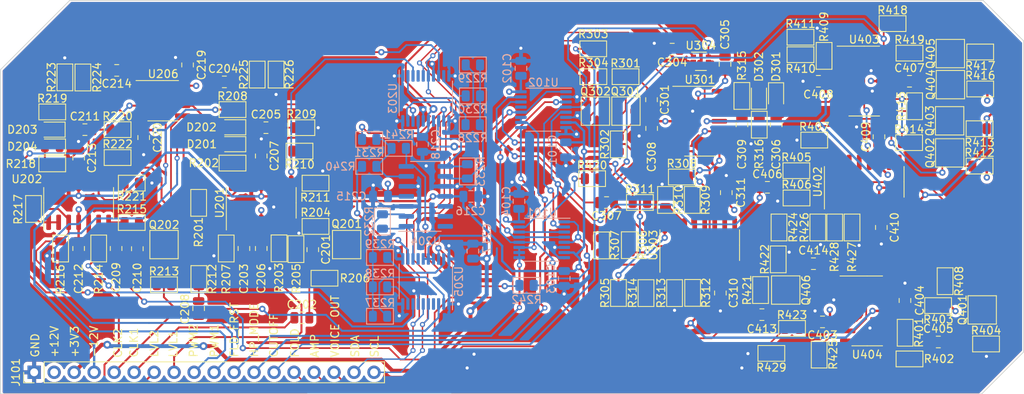
<source format=kicad_pcb>
(kicad_pcb (version 20221018) (generator pcbnew)
  (layers (0 "F.Cu" signal) (1 "In1.Cu" signal) (2 "In2.Cu" signal) (31 "B.Cu" signal) (34 "B.Paste" user) (35 "F.Paste" user) (36 "B.SilkS" user "B.Silkscreen") (37 "F.SilkS" user "F.Silkscreen") (38 "B.Mask" user) (39 "F.Mask" user) (44 "Edge.Cuts" user))
  (net 0 "")
  (net 1 "Net-(Q201-E)")
  (net 2 "Net-(C201-Pad2)")
  (net 3 "CLK_1")
  (net 4 "Net-(C202-Pad2)")
  (net 5 "SAW1_FULL")
  (net 6 "Net-(C204-Pad1)")
  (net 7 "Net-(C204-Pad2)")
  (net 8 "Net-(D201-K)")
  (net 9 "Net-(U201C-+)")
  (net 10 "GND")
  (net 11 "+12V")
  (net 12 "-12V")
  (net 13 "CLK_2")
  (net 14 "Net-(C208-Pad2)")
  (net 15 "Net-(Q202-E)")
  (net 16 "Net-(C209-Pad2)")
  (net 17 "SAW2_FULL")
  (net 18 "Net-(D203-K)")
  (net 19 "Net-(U202C-+)")
  (net 20 "Net-(C214-Pad1)")
  (net 21 "Net-(C214-Pad2)")
  (net 22 "+3.3V")
  (net 23 "Net-(C301-Pad1)")
  (net 24 "Net-(Q301-C)")
  (net 25 "Net-(U301B--)")
  (net 26 "FILTER_OUT")
  (net 27 "Net-(U301C-+)")
  (net 28 "Net-(D301-K)")
  (net 29 "Net-(U301B-+)")
  (net 30 "HP_IN")
  (net 31 "Net-(U404C--)")
  (net 32 "Net-(Q401-E)")
  (net 33 "FOLDER_IN")
  (net 34 "Net-(C406-Pad2)")
  (net 35 "Net-(U404A--)")
  (net 36 "Net-(Q406-B)")
  (net 37 "VCA_IN")
  (net 38 "Net-(C414-Pad2)")
  (net 39 "Net-(D201-A)")
  (net 40 "Net-(D202-A)")
  (net 41 "Net-(D203-A)")
  (net 42 "Net-(D204-A)")
  (net 43 "Net-(D301-A)")
  (net 44 "SDA")
  (net 45 "SCL")
  (net 46 "FOLD_FIRST")
  (net 47 "HP_MODE")
  (net 48 "LEVEL_1_CV")
  (net 49 "LEVEL_2_CV")
  (net 50 "PWM_1_CV")
  (net 51 "PWM_2_CV")
  (net 52 "CUTOFF_CV")
  (net 53 "FOLD_CV")
  (net 54 "VCA_CV")
  (net 55 "VCA_OUT")
  (net 56 "Net-(Q201-B)")
  (net 57 "Net-(Q201-C)")
  (net 58 "Net-(Q202-B)")
  (net 59 "Net-(Q202-C)")
  (net 60 "Net-(Q301-B)")
  (net 61 "Net-(Q301-E)")
  (net 62 "Net-(Q302-C)")
  (net 63 "Net-(Q401-B)")
  (net 64 "Net-(Q401-C)")
  (net 65 "Net-(Q402-B)")
  (net 66 "Net-(Q402-E)")
  (net 67 "Net-(Q402-C)")
  (net 68 "Net-(Q403-E)")
  (net 69 "Net-(Q404-B)")
  (net 70 "Net-(Q404-E)")
  (net 71 "Net-(Q404-C)")
  (net 72 "Net-(Q405-E)")
  (net 73 "Net-(Q406-E)")
  (net 74 "Net-(Q406-C)")
  (net 75 "Net-(U201D--)")
  (net 76 "Net-(U201C--)")
  (net 77 "TRI1_FULL")
  (net 78 "Net-(U202D--)")
  (net 79 "Net-(U202C--)")
  (net 80 "TRI2_FULL")
  (net 81 "PULSE2_FULL")
  (net 82 "PULSE1_FULL")
  (net 83 "Net-(U203C-P2W)")
  (net 84 "Net-(U204C--)")
  (net 85 "Net-(U203A-P0W)")
  (net 86 "Net-(U203B-P1W)")
  (net 87 "Net-(U203D-P3W)")
  (net 88 "Net-(U204B--)")
  (net 89 "Net-(U204A--)")
  (net 90 "Net-(U205A-P0W)")
  (net 91 "Net-(U205B-P1W)")
  (net 92 "Net-(U205C-P2W)")
  (net 93 "Net-(U205D-P3W)")
  (net 94 "Net-(R241-Pad2)")
  (net 95 "OSC_MIX")
  (net 96 "Net-(U303C-+)")
  (net 97 "Net-(U301C--)")
  (net 98 "Net-(R306-Pad2)")
  (net 99 "Net-(R307-Pad2)")
  (net 100 "Net-(U303A--)")
  (net 101 "Net-(U303A-+)")
  (net 102 "LP_IN")
  (net 103 "Net-(U303C--)")
  (net 104 "Net-(U402A--)")
  (net 105 "Net-(U402A-+)")
  (net 106 "Net-(R408-Pad1)")
  (net 107 "Net-(R409-Pad1)")
  (net 108 "Net-(U403A--)")
  (net 109 "Net-(U403B-+)")
  (net 110 "Net-(U403C--)")
  (net 111 "Net-(R418-Pad1)")
  (net 112 "Net-(U403D--)")
  (net 113 "FOLDER_OUT")
  (net 114 "Net-(R424-Pad1)")
  (net 115 "Net-(U404B--)")
  (net 116 "Net-(R425-Pad2)")
  (net 117 "Net-(U402C-+)")
  (net 118 "Net-(U402C--)")
  (net 126 "Net-(U301D-+)")
  (net 127 "FILTER_IN")
  (net 143 "Net-(U205A-P0B)")
  (net 144 "Net-(U203A-P0B)")
  (footprint "PCM_Resistor_SMD_AKL:R_0805_2012Metric" (layer "F.Cu") (at 115.5 45.55)
    (fp_text reference "R402")
    (fp_text value "92k" hide)
  )
  (footprint "PCM_Resistor_SMD_AKL:R_0805_2012Metric" (layer "F.Cu") (at 101.65 6.9 180)
    (fp_text reference "R410")
    (fp_text value "100k" hide)
  )
  (footprint "Capacitor_SMD:C_0805_2012Metric" (layer "F.Cu") (at 17.4 31.55 -90)
    (fp_text reference "C210")
    (fp_text value "1u")
  )
  (footprint "PCM_Resistor_SMD_AKL:R_0805_2012Metric" (layer "F.Cu") (at 75.32 6.15 180)
    (fp_text reference "R303")
    (fp_text value "100k" hide)
  )
  (footprint "Package_SO:SOIC-16_3.9x9.9mm_P1.27mm" (layer "F.Cu") (at 109.75 23.055 90)
    (fp_text reference "U402")
    (fp_text value "LM13700")
  )
  (footprint "Capacitor_SMD:C_0805_2012Metric" (layer "F.Cu") (at 9.94 31.52 90)
    (fp_text reference "C212")
    (fp_text value "100n")
  )
  (footprint "PCM_Resistor_SMD_AKL:R_0805_2012Metric" (layer "F.Cu") (at 82.025 37.1875 90)
    (fp_text reference "R314")
    (fp_text value "220" hide)
  )
  (footprint "Capacitor_SMD:C_0805_2012Metric" (layer "F.Cu") (at 14.7 31.52 90)
    (fp_text reference "C209")
    (fp_text value "1n")
  )
  (footprint "PCM_Resistor_SMD_AKL:R_0805_2012Metric" (layer "F.Cu") (at 14.89 19.97)
    (fp_text reference "R222")
    (fp_text value "10k" hide)
  )
  (footprint "Connector_PinHeader_2.54mm:PinHeader_1x18_P2.54mm_Vertical" (layer "F.Cu") (at 4.29 47.25 90)
    (fp_text reference "J101")
    (fp_text value "VoiceHeader")
  )
  (footprint "PCM_Resistor_SMD_AKL:R_0805_2012Metric" (layer "F.Cu") (at 124.485 6.555 180)
    (fp_text reference "R417")
    (fp_text value "22k" hide)
  )
  (footprint "PCM_Resistor_SMD_AKL:R_0805_2012Metric" (layer "F.Cu") (at 103.85 28.85 90)
    (fp_text reference "R426")
    (fp_text value "680" hide)
  )
  (footprint "PCM_Resistor_SMD_AKL:R_0805_2012Metric" (layer "F.Cu") (at 14.89 16.42)
    (fp_text reference "R220")
    (fp_text value "220k" hide)
  )
  (footprint "PCM_Package_TO_SOT_SMD_AKL:SOT-23" (layer "F.Cu") (at 120.7 10.7 90)
    (fp_text reference "Q404")
    (fp_text value "BC857" hide)
  )
  (footprint "PCM_Resistor_SMD_AKL:R_0805_2012Metric" (layer "F.Cu") (at 38 19.15 180)
    (fp_text reference "R210")
    (fp_text value "10k" hide)
  )
  (footprint "PCM_Resistor_SMD_AKL:R_0805_2012Metric" (layer "F.Cu") (at 98.825 32.9 90)
    (fp_text reference "R422")
    (fp_text value "1k" hide)
  )
  (footprint "PCM_Package_TO_SOT_SMD_AKL:SOT-23" (layer "F.Cu") (at 20.79 31.02)
    (fp_text reference "Q202")
    (fp_text value "BC857" hide)
  )
  (footprint "PCM_Resistor_SMD_AKL:R_0805_2012Metric" (layer "F.Cu") (at 35.03 9.425 -90)
    (fp_text reference "R226")
    (fp_text value "100k" hide)
  )
  (footprint "PCM_Resistor_SMD_AKL:R_0805_2012Metric" (layer "F.Cu") (at 116.15 13.45 90)
    (fp_text reference "R415")
    (fp_text value "18k" hide)
  )
  (footprint "PCM_Resistor_SMD_AKL:R_0805_2012Metric" (layer "F.Cu") (at 20.785 36.125)
    (fp_text reference "R213")
    (fp_text value "1k" hide)
  )
  (footprint "Capacitor_SMD:C_0805_2012Metric" (layer "F.Cu") (at 30.94 31.52 90)
    (fp_text reference "C203")
    (fp_text value "1u")
  )
  (footprint "Capacitor_SMD:C_0805_2012Metric" (layer "F.Cu") (at 77.015 25.685 180)
    (fp_text reference "C307")
    (fp_text value "1n")
  )
  (footprint "PCM_Resistor_SMD_AKL:R_0805_2012Metric" (layer "F.Cu") (at 100.575 41.675)
    (fp_text reference "R423")
    (fp_text value "100k" hide)
  )
  (footprint "Capacitor_SMD:C_0805_2012Metric" (layer "F.Cu") (at 33.14 31.52 90)
    (fp_text reference "C206")
    (fp_text value "100n")
  )
  (footprint "PCM_Resistor_SMD_AKL:R_0805_2012Metric" (layer "F.Cu") (at 85.65 37.1875 90)
    (fp_text reference "R313")
    (fp_text value "220" hide)
  )
  (footprint "PCM_Resistor_SMD_AKL:R_0805_2012Metric" (layer "F.Cu") (at 40.04 23.22 180)
    (fp_text reference "R211")
    (fp_text value "10k" hide)
  )
  (footprint "Capacitor_SMD:C_0805_2012Metric" (layer "F.Cu") (at 115.5 10.275)
    (fp_text reference "C407")
    (fp_text value "100n")
  )
  (footprint "Package_SO:SOIC-14_3.9x8.7mm_P1.27mm" (layer "F.Cu") (at 110.125 39.45)
    (fp_text reference "U404")
    (fp_text value "TL074")
  )
  (footprint "Capacitor_SMD:C_0805_2012Metric" (layer "F.Cu") (at 97.45 23.75)
    (fp_text reference "C406")
    (fp_text value "470n")
  )
  (footprint "PCM_Resistor_SMD_AKL:R_0805_2012Metric" (layer "F.Cu") (at 78.5 18.29 90)
    (fp_text reference "R302")
    (fp_text value "470k" hide)
  )
  (footprint "PCM_Resistor_SMD_AKL:R_0805_2012Metric" (layer "F.Cu") (at 6.59 20.77 180)
    (fp_text reference "R218")
    (fp_text value "10k" hide)
  )
  (footprint "Capacitor_SMD:C_0805_2012Metric" (layer "F.Cu") (at 10.74 16.42)
    (fp_text reference "C211")
    (fp_text value "1u")
  )
  (footprint "PCM_Resistor_SMD_AKL:R_0805_2012Metric" (layer "F.Cu") (at 32.63 9.425 90)
    (fp_text reference "R225")
    (fp_text value "220k" hide)
  )
  (footprint "Capacitor_SMD:C_0805_2012Metric" (layer "F.Cu") (at 104.45 40.85 180)
    (fp_text reference "C403")
    (fp_text value "100n")
  )
  (footprint "PCM_Resistor_SMD_AKL:R_0805_2012Metric" (layer "F.Cu") (at 35.4 31.5 90)
    (fp_text reference "R203")
    (fp_text value "100k" hide)
  )
  (footprint "Capacitor_SMD:C_0805_2012Metric" (layer "F.Cu") (at 23.78 8.2 -90)
    (fp_text reference "C219")
    (fp_text value "100n")
  )
  (footprint "PCM_Package_TO_SOT_SMD_AKL:SOT-23" (layer "F.Cu") (at 124.7375 39.325 90)
    (fp_text reference "Q401")
    (fp_text value "BC858" hide)
  )
  (footprint "PCM_Package_TO_SOT_SMD_AKL:SOT-23" (layer "F.Cu") (at 43.99 31.02)
    (fp_text reference "Q201")
    (fp_text value "BC857" hide)
  )
  (footprint "PCM_Resistor_SMD_AKL:R_0805_2012Metric" (layer "F.Cu") (at 108.2 28.85 90)
    (fp_text reference "R427")
    (fp_text value "680" hide)
  )
  (footprint "Capacitor_SMD:C_0805_2012Metric" (layer "F.Cu") (at 114.925 38.125 90)
    (fp_text reference "C404")
    (fp_text value "100n")
  )
  (footprint "Package_SO:SOIC-14_3.9x8.7mm_P1.27mm" (layer "F.Cu") (at 9.94 25.72 90)
    (fp_text reference "U202")
    (fp_text value "TL074")
  )
  (footprint "Capacitor_SMD:C_0805_2012Metric" (layer "F.Cu") (at 82.725 12.615 -90)
    (fp_text reference "C301")
    (fp_text value "4n7")
  )
  (footprint "Capacitor_SMD:C_0805_2012Metric" (layer "F.Cu") (at 96.75 39.925)
    (fp_text reference "C413")
    (fp_text value "1n")
  )
  (footprint "PCM_Resistor_SMD_AKL:R_0805_2012Metric" (layer "F.Cu") (at 38.24 16.17)
    (fp_text reference "R209")
    (fp_text value "220k" hide)
  )
  (footprint "PCM_Resistor_SMD_AKL:R_0805_2012Metric" (layer "F.Cu") (at 40.04 28.72)
    (fp_text reference "R204")
    (fp_text value "1k" hide)
  )
  (footprint "PCM_Resistor_SMD_AKL:R_0805_2012Metric" (layer "F.Cu") (at 98.925 28.85 -90)
    (fp_text reference "R424")
    (fp_text value "4k7" hide)
  )
  (footprint "Capacitor_SMD:C_0805_2012Metric" (layer "F.Cu") (at 82.74 16.265 -90)
    (fp_text reference "C308")
    (fp_text value "100n")
  )
  (footprint "PCM_Resistor_SMD_AKL:R_0805_2012Metric" (layer "F.Cu") (at 79.425 9.69)
    (fp_text reference "R301")
    (fp_text value "4k7" hide)
  )
  (footprint "PCM_Resistor_SMD_AKL:R_0805_2012Metric" (layer "F.Cu") (at 6.59 14.17)
    (fp_text reference "R219")
    (fp_text value "10k" hide)
  )
  (footprint "Diode_SMD:D_0805_2012Metric" (layer "F.Cu") (at 6.54 16.42 180)
    (fp_text reference "D203")
    (fp_text value "1N4148")
  )
  (footprint "Package_TO_SOT_SMD:SOT-363_SC-70-6" (layer "F.Cu") (at 89 7.74)
    (fp_text reference "U304")
    (fp_text value "MCP4018-103E/LT")
  )
  (footprint "LED_SMD:LED_0805_2012Metric" (layer "F.Cu") (at 96.375 12.14 90)
    (fp_text reference "D302")
    (fp_text value "LED")
  )
  (footprint "Capacitor_SMD:C_0805_2012Metric" (layer "F.Cu") (at 18.205 17.425 90)
    (fp_text reference "C220")
    (fp_text value "100n")
  )
  (footprint "PCM_Resistor_SMD_AKL:R_0805_2012Metric" (layer "F.Cu") (at 7.65 31.525 -90)
    (fp_text reference "R216")
    (fp_text value "220k" hide)
  )
  (footprint "Capacitor_SMD:C_0805_2012Metric" (layer "F.Cu") (at 33.14 19.77 -90)
    (fp_text reference "C207")
    (fp_text value "100n")
  )
  (footprint "PCM_Resistor_SMD_AKL:R_0805_2012Metric" (layer "F.Cu") (at 28.69 31.52 -90)
    (fp_text reference "R207")
    (fp_text value "220k" hide)
  )
  (footprint "Capacitor_SMD:C_0805_2012Metric" (layer "F.Cu") (at 25.185 39.15 90)
    (fp_text reference "C208")
    (fp_text value "1n")
  )
  (footprint "Package_SO:SOIC-14_3.9x8.7mm_P1.27mm" (layer "F.Cu") (at 33.14 25.72 90)
    (fp_text reference "U201")
    (fp_text value "TL074")
  )
  (footprint "PCM_Resistor_SMD_AKL:R_0805_2012Metric" (layer "F.Cu") (at 75.337501 9.69 180)
    (fp_text reference "R304")
    (fp_text value "1k8" hide)
  )
  (footprint "PCM_Resistor_SMD_AKL:R_0805_2012Metric" (layer "F.Cu") (at 4.21 26.5 90)
    (fp_text reference "R217")
    (fp_text value "10k" hide)
  )
  (footprint "PCM_Resistor_SMD_AKL:R_0805_2012Metric" (layer "F.Cu") (at 120.025 35.675 -90)
    (fp_text reference "R408")
    (fp_text value "4k7" hide)
  )
  (footprint "PCM_Resistor_SMD_AKL:R_0805_2012Metric" (layer "F.Cu") (at 103.4 17.75)
    (fp_text reference "R407")
    (fp_text value "680" hide)
  )
  (footprint "PCM_Resistor_SMD_AKL:R_0805_2012Metric" (layer "F.Cu") (at 10.48 9.795 -90)
    (fp_text reference "R224")
    (fp_text value "220k" hide)
  )
  (footprint "PCM_Resistor_SMD_AKL:R_0805_2012Metric" (layer "F.Cu") (at 29.49 20.67 180)
    (fp_text reference "R202")
    (fp_text value "10k" hide)
  )
  (footprint "Capacitor_SMD:C_0805_2012Metric" (layer "F.Cu") (at 85.35 6.19 180)
    (fp_text reference "C304")
    (fp_text value "100n")
  )
  (footprint "PCM_Resistor_SMD_AKL:R_0805_2012Metric" (layer "F.Cu") (at 81.25 25.675)
    (fp_text reference "R311")
    (fp_text value "10k" hide)
  )
  (footprint "Capacitor_SMD:C_0805_2012Metric" (layer "F.Cu") (at 98.565 15.79 90)
    (fp_text reference "C306")
    (fp_text value "1n")
  )
  (footprint "Capacitor_SMD:C_0805_2012Metric" (layer "F.Cu") (at 9.94 20.02 -90)
    (fp_text reference "C213")
    (fp_text value "100n")
  )
  (footprint "Capacitor_SMD:C_0805_2012Metric" (layer "F.Cu") (at 14.78 8.895 180)
    (fp_text reference "C214")
    (fp_text value "1u")
  )
  (footprint "PCM_Resistor_SMD_AKL:R_0805_2012Metric" (layer "F.Cu") (at 87.9 25.35 -90)
    (fp_text reference "R309")
    (fp_text value "220" hide)
  )
  (footprint "PCM_Resistor_SMD_AKL:R_0805_2012Metric" (layer "F.Cu") (at 25.21 35.4 -90)
    (fp_text reference "R212")
    (fp_text value "47k" hide)
  )
  (footprint "PCM_Package_TO_SOT_SMD_AKL:SOT-23" (layer "F.Cu") (at 99.775 36.8 -90)
    (fp_text reference "Q406")
    (fp_text value "BC858" hide)
  )
  (footprint "Package_SO:SOIC-16_3.9x9.9mm_P1.27mm" (layer "F.Cu") (at 88.85 31.1 90)
    (fp_text reference "U303")
    (fp_text value "LM13700")
  )
  (footprint "PCM_Package_TO_SOT_SMD_AKL:SOT-23" (layer "F.Cu") (at 79.48 14.065001)
    (fp_text reference "Q301")
    (fp_text value "BC858" hide)
  )
  (footprint "PCM_Resistor_SMD_AKL:R_0805_2012Metric" (layer "F.Cu") (at 104.025 45 -90)
    (fp_text reference "R425")
    (fp_text value "22k" hide)
  )
  (footprint "PCM_Resistor_SMD_AKL:R_0805_2012Metric" (layer "F.Cu") (at 119.1375 38.775 180)
    (fp_text reference "R403")
    (fp_text value "680k" hide)
  )
  (footprint "Diode_SMD:D_0805_2012Metric" (layer "F.Cu") (at 29.49 16.12 180)
    (fp_text reference "D202")
    (fp_text value "1N4148")
  )
  (footprint "PCM_Resistor_SMD_AKL:R_0805_2012Metric" (layer "F.Cu") (at 16.69 28.22)
    (fp_text reference "R215")
    (fp_text value "1k" hide)
  )
  (footprint "PCM_Resistor_SMD_AKL:R_0805_2012Metric" (layer "F.Cu") (at 101.15 25.1)
    (fp_text reference "R406")
    (fp_text value "680" hide)
  )
  (footprint "Capacitor_SMD:C_0805_2012Metric" (layer "F.Cu") (at 111.925 28.85 -90)
    (fp_text reference "C410")
    (fp_text value "100n")
  )
  (footprint "Capacitor_SMD:C_0805_2012Metric" (layer "F.Cu") (at 33.74 16.17)
    (fp_text reference "C205")
    (fp_text value "1u")
  )
  (footprint "PCM_Resistor_SMD_AKL:R_0805_2012Metric" (layer "F.Cu") (at 101.125 21.64)
    (fp_text reference "R405")
    (fp_text value "100k" hide)
  )
  (footprint "PCM_Resistor_SMD_AKL:R_0805_2012Metric" (layer "F.Cu") (at 86.575 22.44)
    (fp_text reference "R308")
    (fp_text value "10k" hide)
  )
  (footprint "PCM_Resistor_SMD_AKL:R_0805_2012Metric" (layer "F.Cu") (at 104.65 7.05 -90)
    (fp_text reference "R409")
    (fp_text value "47k" hide)
  )
  (footprint "PCM_Resistor_SMD_AKL:R_0805_2012Metric" (layer "F.Cu") (at 124.4 16.3 180)
    (fp_text reference "R413")
    (fp_text value "22k" hide)
  )
  (footprint "Capacitor_SMD:C_0805_2012Metric" (layer "F.Cu") (at 111.625 17.33 90)
    (fp_text reference "C409")
    (fp_text value "100n")
  )
  (footprint "PCM_Package_TO_SOT_SMD_AKL:SOT-23" (layer "F.Cu") (at 120.6 15.3 90)
    (fp_text reference "Q403")
    (fp_text value "BC847" hide)
  )
  (footprint "PCM_Resistor_SMD_AKL:R_0805_2012Metric" (layer "F.Cu") (at 79.9 31.1 -90)
    (fp_text reference "R306")
    (fp_text value "10k" hide)
  )
  (footprint "Package_SO:SOIC-8_3.9x4.9mm_P1.27mm" (layer "F.Cu") (at 20.68 12.745)
    (fp_text reference "U206")
    (fp_text value "TL072")
  )
  (footprint "Capacitor_SMD:C_0805_2012Metric" (layer "F.Cu") (at 103.925 10.275 180)
    (fp_text reference "C408")
    (fp_text value "100n")
  )
  (footprint "PCM_Resistor_SMD_AKL:R_0805_2012Metric" (layer "F.Cu") (at 94.2 12.14 90)
    (fp_text reference "R315")
    (fp_text value "10k" hide)
  )
  (footprint "Capacitor_SMD:C_0805_2012Metric" (layer "F.Cu") (at 39.69 31.67 90)
    (fp_text reference "C201")
    (fp_text value "1n")
  )
  (footprint "Diode_SMD:D_0805_2012Metric" (layer "F.Cu") (at 29.49 18.27 180)
    (fp_text reference "D201")
    (fp_text value "1N4148")
  )
  (footprint "Capacitor_SMD:C_0805_2012Metric" (layer "F.Cu") (at 92.225 24.425 90)
    (fp_text reference "C311")
    (fp_text value "100n")
  )
  (footprint "PCM_Resistor_SMD_AKL:R_0805_2012Metric" (layer "F.Cu") (at 113.35 2.95)
    (fp_text reference "R418")
    (fp_text value "220k" hide)
  )
  (footprint "PCM_Package_TO_SOT_SMD_AKL:SOT-23" (layer "F.Cu") (at 120.685 6.755 90)
    (fp_text reference "Q405")
    (fp_text value "BC847" hide)
  )
  (footprint "PCM_Package_TO_SOT_SMD_AKL:SOT-23" (layer "F.Cu") (at 120.615 19.375001 90)
    (fp_text reference "Q402")
    (fp_text value "BC857" hide)
  )
  (footprint "PCM_Resistor_SMD_AKL:R_0805_2012Metric" (layer "F.Cu") (at 125.225 43.65)
    (fp_text reference "R404")
    (fp_text value "1k" hide)
  )
  (footprint "Capacitor_SMD:C_0805_2012Metric" (layer "F.Cu") (at 119.1625 43.4)
    (fp_text reference "C405")
    (fp_text value "1n")
  )
  (footprint "PCM_Resistor_SMD_AKL:R_0805_2012Metric" (layer "F.Cu") (at 115.45 18.075)
    (fp_text reference "R414")
    (fp_text value "10k" hide)
  )
  (footprint "LED_SMD:LED_0805_2012Metric" (layer "F.Cu") (at 98.55 12.15 -90)
    (fp_text reference "D301")
    (fp_text value "LED")
  )
  (footprint "PCM_Resistor_SMD_AKL:R_0805_2012Metric" (layer "F.Cu") (at 101.65 4.68)
    (fp_text reference "R411")
    (fp_text value "5k6" hide)
  )
  (footprint "PCM_Resistor_SMD_AKL:R_0805_2012Metric" (layer "F.Cu") (at 75.175 22.65)
    (fp_text reference "R420")
    (fp_text value "1k" hide)
  )
  (footprint "PCM_Resistor_SMD_AKL:R_0805_2012Metric" (layer "F.Cu") (at 78.525 37.175 90)
    (fp_text reference "R305")
    (fp_text value "10k" hide)
  )
  (footprint "PCM_Resistor_SMD_AKL:R_0805_2012Metric" (layer "F.Cu") (at 96.415 15.79 90)
    (fp_text reference "R316")
    (fp_text value "1k8" hide)
  )
  (footprint "Package_SO:SOIC-14_3.9x8.7mm_P1.27mm" (layer "F.Cu") (at 88.875 15.35)
    (fp_text reference "U301")
    (fp_text value "TL074")
  )
  (footprint "PCM_Resistor_SMD_AKL:R_0805_2012Metric" (layer "F.Cu") (at 84.5 25.35 -90)
    (fp_text reference "R310")
    (fp_text value "220" hide)
  )
  (footprint "PCM_Resistor_SMD_AKL:R_0805_2012Metric" (layer "F.Cu") (at 87.95 37.1625 -90)
    (fp_text reference "R312")
    (fp_text value "10k" hide)
  )
  (footprint "Capacitor_SMD:C_0805_2012Metric" (layer "F.Cu") (at 94.215 15.79 -90)
    (fp_text reference "C309")
    (fp_text value "100n")
  )
  (footprint "PCM_Resistor_SMD_AKL:R_0805_2012Metric" (layer "F.Cu") (at 76.375 31.125 -90)
    (fp_text reference "R307")
    (fp_text value "10k" hide)
  )
  (footprint "PCM_Resistor_SMD_AKL:R_0805_2012Metric" (layer "F.Cu") (at 97.95 44.85 180)
    (fp_text reference "R429")
    (fp_text value "1k" hide)
  )
  (footprint "PCM_Resistor_SMD_AKL:R_0805_2012Metric" (layer "F.Cu") (at 37.55 31.6 -90)
    (fp_text reference "R205")
    (fp_text value "47k" hide)
  )
  (footprint "Package_SO:SOIC-14_3.9x8.7mm_P1.27mm" (layer "F.Cu") (at 109.75 10.25)
    (fp_text reference "U403")
    (fp_text value "TL074")
  )
  (footprint "PCM_Resistor_SMD_AKL:R_0805_2012Metric" (layer "F.Cu") (at 124.485 11.255)
    (fp_text reference "R416")
    (fp_text value "22k" hide)
  )
  (footprint "PCM_Resistor_SMD_AKL:R_0805_2012Metric" (layer "F.Cu") (at 96.575 36.8 90)
    (fp_text reference "R421")
    (fp_text value "12k" hide)
  )
  (footprint "Capacitor_SMD:C_0805_2012Metric" (layer "F.Cu") (at 103.3 33.45)
    (fp_text reference "C414")
    (fp_text value "470n")
  )
  (footprint "PCM_Resistor_SMD_AKL:R_0805_2012Metric" (layer "F.Cu") (at 114.95 42.225 90)
    (fp_text reference "R401")
    (fp_text value "6k8" hide)
  )
  (footprint "PCM_Resistor_SMD_AKL:R_0805_2012Metric" (layer "F.Cu") (at 41.175 35.3 180)
    (fp_text reference "R206")
    (fp_text value "1k" hide)
  )
  (footprint "Diode_SMD:D_0805_2012Metric" (layer "F.Cu") (at 6.59 18.57 180)
    (fp_text reference "D204")
    (fp_text value "1N4148")
  )
  (footprint "Capacitor_SMD:C_0805_2012Metric" (layer "F.Cu") (at 91.475 37.175 -90)
    (fp_text reference "C310")
    (fp_text value "100n")
  )
  (footprint "PCM_Resistor_SMD_AKL:R_0805_2012Metric" (layer "F.Cu") (at 8.195 9.779999 90)
    (fp_text reference "R223")
    (fp_text value "100k" hide)
  )
  (footprint "PCM_Resistor_SMD_AKL:R_0805_2012Metric" (layer "F.Cu") (at 25.19 25.72 90)
    (fp_text reference "R201")
    (fp_text value "10k" hide)
  )
  (footprint "PCM_Resistor_SMD_AKL:R_0805_2012Metric" (layer "F.Cu") (at 16.69 23.22 180)
    (fp_text reference "R221")
    (fp_text value "10k" hide)
  )
  (footprint "PCM_Resistor_SMD_AKL:R_0805_2012Metric" (layer "F.Cu") (at 29.49 13.87)
    (fp_text reference "R208")
    (fp_text value "10k" hide)
  )
  (footprint "Capacitor_SMD:C_0805_2012Metric" (layer "F.Cu") (at 38.3 40.325)
    (fp_text reference "C202")
    (fp_text value "1n")
  )
  (footprint "PCM_Resistor_SMD_AKL:R_0805_2012Metric" (layer "F.Cu") (at 115.5 6.7)
    (fp_text reference "R419")
    (fp_text value "10k" hide)
  )
  (footprint "Capacitor_SMD:C_0805_2012Metric" (layer "F.Cu") (at 28.455 10.355)
    (fp_text reference "C204")
    (fp_text value "1u")
  )
  (footprint "PCM_Resistor_SMD_AKL:R_0805_2012Metric" (layer "F.Cu") (at 106 28.85 -90)
    (fp_text reference "R428")
    (fp_text value "100k" hide)
  )
  (footprint "PCM_Package_TO_SOT_SMD_AKL:SOT-23" (layer "F.Cu") (at 75.6 14.065)
    (fp_text reference "Q302")
    (fp_text value "BC858" hide)
  )
  (footprint "PCM_Resistor_SMD_AKL:R_0805_2012Metric" (layer "F.Cu") (at 12.49 31.52 90)
    (fp_text reference "R214")
    (fp_text value "100k" hide)
  )
  (footprint "Capacitor_SMD:C_0805_2012Metric" (layer "F.Cu") (at 92.065 8.115 90)
    (fp_text reference "C305")
    (fp_text value "470n")
  )
  (footprint "PCM_Resistor_SMD_AKL:R_0805_2012Metric" (layer "F.Cu") (at 124.4 21.05)
    (fp_text reference "R412")
    (fp_text value "22k" hide)
  )
  (footprint "PCM_Resistor_SMD_AKL:R_0805_2012Metric" (layer "B.Cu") (at 60.03 12.13)
    (fp_text reference "R230")
    (fp_text value "100k" hide)
  )
  (footprint "Capacitor_SMD:C_0805_2012Metric" (layer "B.Cu") (at 66.1375 8.635 90)
    (fp_text reference "C102")
    (fp_text value "100n")
  )
  (footprint "PCM_Resistor_SMD_AKL:R_0805_2012Metric" (layer "B.Cu") (at 66.85 36.2)
    (fp_text reference "R242")
    (fp_text value "1k" hide)
  )
  (footprint "PCM_Resistor_SMD_AKL:R_0805_2012Metric" (layer "B.Cu") (at 60.01 15.79)
    (fp_text reference "R228")
    (fp_text value "100k" hide)
  )
  (footprint "PCM_Resistor_SMD_AKL:R_0805_2012Metric" (layer "B.Cu") (at 59.33 21.73 90)
    (fp_text reference "R233")
    (fp_text value "100k" hide)
  )
  (footprint "Capacitor_SMD:C_0805_2012Metric" (layer "B.Cu") (at 53.63 18.29 90)
    (fp_text reference "C218")
    (fp_text value "100n")
  )
  (footprint "Capacitor_SMD:C_0805_2012Metric" (layer "B.Cu") (at 71.6375 35.334999 -90)
    (fp_text reference "C103")
    (fp_text value "100n")
  )
  (footprint "Capacitor_SMD:C_0805_2012Metric" (layer "B.Cu") (at 48.29 24.89)
    (fp_text reference "C215")
    (fp_text value "100n")
  )
  (footprint "Capacitor_SMD:C_0805_2012Metric" (layer "B.Cu") (at 65.8875 25.535 90)
    (fp_text reference "C104")
    (fp_text value "100n")
  )
  (footprint "Capacitor_SMD:C_0805_2012Metric" (layer "B.Cu") (at 60.03 31.86 -90)
    (fp_text reference "C217")
    (fp_text value "100n")
  )
  (footprint "PCM_Resistor_SMD_AKL:R_0805_2012Metric" (layer "B.Cu") (at 48.230001 36.4 180)
    (fp_text reference "R238")
    (fp_text value "100k" hide)
  )
  (footprint "PCM_Resistor_SMD_AKL:R_0805_2012Metric" (layer "B.Cu") (at 48.23 32.66 180)
    (fp_text reference "R239")
    (fp_text value "100k" hide)
  )
  (footprint "PCM_Resistor_SMD_AKL:R_0805_2012Metric" (layer "B.Cu") (at 46.86 21.09)
    (fp_text reference "R240")
    (fp_text value "220k" hide)
  )
  (footprint "Capacitor_SMD:C_0805_2012Metric" (layer "B.Cu") (at 71.8375 18.985 -90)
    (fp_text reference "C101")
    (fp_text value "100n")
  )
  (footprint "Package_SO:TSSOP-20_4.4x6.5mm_P0.65mm" (layer "B.Cu") (at 54.05 35.71 90)
    (fp_text reference "U205")
    (fp_text value "MCP4451-104E-ST")
  )
  (footprint "PCM_Resistor_SMD_AKL:R_0805_2012Metric" (layer "B.Cu") (at 46.86 17.66)
    (fp_text reference "R231")
    (fp_text value "220k" hide)
  )
  (footprint "Capacitor_SMD:C_0805_2012Metric" (layer "B.Cu") (at 59.77 24.91 180)
    (fp_text reference "C216")
    (fp_text value "100n")
  )
  (footprint "PCM_Resistor_SMD_AKL:R_0805_2012Metric" (layer "B.Cu") (at 48.23 40.13 180)
    (fp_text reference "R237")
    (fp_text value "100k" hide)
  )
  (footprint "Package_SO:TSSOP-20_4.4x6.5mm_P0.65mm" (layer "B.Cu") (at 54.05 12.450001 -90)
    (fp_text reference "U203")
    (fp_text value "MCP4451-104E-ST")
  )
  (footprint "Package_SO:TSSOP-16_4.4x5mm_P0.65mm" (layer "B.Cu") (at 68.9875 13.885 180)
    (fp_text reference "U102")
    (fp_text value "TMUX4053")
  )
  (footprint "PCM_Resistor_SMD_AKL:R_0805_2012Metric" (layer "B.Cu") (at 60.03 8.2)
    (fp_text reference "R229")
    (fp_text value "100k" hide)
  )
  (footprint "PCM_Resistor_SMD_AKL:R_0805_2012Metric" (layer "B.Cu") (at 50.61 18.8)
    (fp_text reference "R241")
    (fp_text value "100k" hide)
  )
  (footprint "Package_SO:SOIC-14_3.9x8.7mm_P1.27mm" (layer "B.Cu") (at 54.05 24.9)
    (fp_text reference "U204")
    (fp_text value "TL074")
  )
  (footprint "PCM_Resistor_SMD_AKL:R_0805_2012Metric" (layer "B.Cu") (at 48.54 28.09 -90)
    (fp_text reference "R232")
    (fp_text value "100k" hide)
  )
  (footprint "Package_SO:TSSOP-16_4.4x5mm_P0.65mm" (layer "B.Cu") (at 68.775 30.41 180)
    (fp_text reference "U101")
    (fp_text value "TMUX4053")
  )
  (gr_poly (pts (xy 0 50) (xy 0 8.81) (xy 8.81 0) (xy 124.85 0) (xy 130 5.15) (xy 130 44.67) (xy 124.67 50)) (stroke (width 0.1)) (fill none) (layer "Edge.Cuts"))
  (gr_text "AMP" (at 40.525 45.475 90) (layer "F.SilkS") (effects (font (size 1 1)) (justify left bottom)))
  (gr_text "LVL1" (at 22.55 45.45 90) (layer "F.SilkS") (effects (font (size 1 1)) (justify left bottom)))
  (gr_text "CLK1" (at 17.55 45.45 90) (layer "F.SilkS") (effects (font (size 1 1)) (justify left bottom)))
  (gr_text "LVL2" (at 20.125 45.425 90) (layer "F.SilkS") (effects (font (size 1 1)) (justify left bottom)))
  (gr_text "HP_MODE" (at 32.825 45.45 90) (layer "F.SilkS") (effects (font (size 1 1)) (justify left bottom)))
  (gr_text "+3V3" (at 10.025 45.45 90) (layer "F.SilkS") (effects (font (size 1 1)) (justify left bottom)))
  (gr_text "PWM1" (at 27.775 45.45 90) (layer "F.SilkS") (effects (font (size 1 1)) (justify left bottom)))
  (gr_text "SCL" (at 48.125 45.45 90) (layer "F.SilkS") (effects (font (size 1 1)) (justify left bottom)))
  (gr_text "SDA" (at 45.65 45.45 90) (layer "F.SilkS") (effects (font (size 1 1)) (justify left bottom)))
  (gr_text "+12V" (at 7.45 45.45 90) (layer "F.SilkS") (effects (font (size 1 1)) (justify left bottom)))
  (gr_text "PWM2" (at 25.125 45.45 90) (layer "F.SilkS") (effects (font (size 1 1)) (justify left bottom)))
  (gr_text "-12V" (at 12.475 45.425 90) (layer "F.SilkS") (effects (font (size 1 1)) (justify left bottom)))
  (gr_text "FOLD" (at 38 45.475 90) (layer "F.SilkS") (effects (font (size 1 1)) (justify left bottom)))
  (gr_text "GND" (at 5 45.45 90) (layer "F.SilkS") (effects (font (size 1 1)) (justify left bottom)))
  (gr_text "CUTOFF" (at 35.325 45.45 90) (layer "F.SilkS") (effects (font (size 1 1)) (justify left bottom)))
  (gr_text "VOICE OUT" (at 43.1 45.45 90) (layer "F.SilkS") (effects (font (size 1 1)) (justify left bottom)))
  (gr_text "FLD_FRST" (at 30.3 45.45 90) (layer "F.SilkS") (effects (font (size 1 1)) (justify left bottom)))
  (gr_text "CLK2" (at 15.525 45.5 90) (layer "F.SilkS") (effects (font (size 1 1)) (justify left bottom)))
  (segment (start 40.34 31.97) (end 39.69 32.62) (width 0.25) (layer "F.Cu") (net 1))
  (segment (start 41.325 30.7) (end 41.325 31.97) (width 0.25) (layer "F.Cu") (net 1))
  (segment (start 35.4 30.5875) (end 35.4 28.475) (width 0.25) (layer "F.Cu") (net 1))
  (segment (start 35.65 27.788249) (end 35.65 26.875) (width 0.25) (layer "F.Cu") (net 1))
  (segment (start 40.115 27.335) (end 40.115 29.49) (width 0.25) (layer "F.Cu") (net 1))
  (segment (start 35.4 28.475) (end 35.68 28.195) (width 0.25) (layer "F.Cu") (net 1))
  (segment (start 39.075 26.275) (end 40.125 27.325) (width 0.25) (layer "F.Cu") (net 1))
  (segment (start 40.125 27.325) (end 40.115 27.335) (width 0.25) (layer "F.Cu") (net 1))
  (segment (start 35.65 26.875) (end 36.25 26.275) (width 0.25) (layer "F.Cu") (net 1))
  (segment (start 42.99 31.97) (end 41.325 31.97) (width 0.25) (layer "F.Cu") (net 1))
  (segment (start 36.25 26.275) (end 39.075 26.275) (width 0.25) (layer "F.Cu") (net 1))
  (segment (start 40.115 29.49) (end 41.325 30.7) (width 0.25) (layer "F.Cu") (net 1))
  (segment (start 41.325 31.97) (end 40.34 31.97) (width 0.25) (layer "F.Cu") (net 1))
  (segment (start 35.68 27.818249) (end 35.65 27.788249) (width 0.25) (layer "F.Cu") (net 1))
  (segment (start 35.68 28.195) (end 35.68 27.818249) (width 0.25) (layer "F.Cu") (net 1))
  (segment (start 38.835 31.575) (end 31.835 31.575) (width 0.25) (layer "F.Cu") (net 2))
  (segment (start 36.95 28.195) (end 38.6025 28.195) (width 0.25) (layer "F.Cu") (net 2))
  (segment (start 38.6025 28.195) (end 39.1275 28.72) (width 0.25) (layer "F.Cu") (net 2))
  (segment (start 39.1275 30.1575) (end 39.69 30.72) (width 0.25) (layer "F.Cu") (net 2))
  (segment (start 31.835 31.575) (end 30.94 32.47) (width 0.25) (layer "F.Cu") (net 2))
  (segment (start 39.1275 28.72) (end 39.1275 30.1575) (width 0.25) (layer "F.Cu") (net 2))
  (segment (start 39.69 30.72) (end 38.835 31.575) (width 0.25) (layer "F.Cu") (net 2))
  (segment (start 16.99 47.25) (end 22.69 41.55) (width 0.25) (layer "F.Cu") (net 3))
  (segment (start 36.125 41.55) (end 36.1 41.55) (width 0.22) (layer "F.Cu") (net 3))
  (segment (start 37.35 40.325) (end 36.125 41.55) (width 0.22) (layer "F.Cu") (net 3))
  (segment (start 22.69 41.55) (end 36.1 41.55) (width 0.25) (layer "F.Cu") (net 3))
  (segment (start 39.29375 36.26875) (end 40.2625 35.3) (width 0.25) (layer "F.Cu") (net 4))
  (segment (start 37.55 32.5875) (end 40.2625 35.3) (width 0.25) (layer "F.Cu") (net 4))
  (segment (start 39.25 40.325) (end 39.25 36.3125) (width 0.22) (layer "F.Cu") (net 4))
  (segment (start 39.25 36.3125) (end 39.29375 36.26875) (width 0.22) (layer "F.Cu") (net 4))
  (segment (start 37.55 32.5125) (end 37.55 32.5875) (width 0.25) (layer "F.Cu") (net 4))
  (segment (start 28.45 11.175) (end 29.55 12.275) (width 0.22) (layer "F.Cu") (net 5))
  (segment (start 23.155 14.65) (end 22.525 14.65) (width 0.22) (layer "F.Cu") (net 5))
  (segment (start 33.5 13.2) (end 51.65 13.2) (width 0.22) (layer "F.Cu") (net 5))
  (segment (start 23.155 14.65) (end 21.675 16.13) (width 0.22) (layer "F.Cu") (net 5))
  (segment (start 27.1575 30.6075) (end 28.69 30.6075) (width 0.22) (layer "F.Cu") (net 5))
  (segment (start 26.175 4.7) (end 28.45 6.975) (width 0.22) (layer "F.Cu") (net 5))
  (segment (start 30.94 30.57) (end 28.7275 30.57) (width 0.25) (layer "F.Cu") (net 5))
  (segment (start 51.65 13.2) (end 52.425 13.975) (width 0.22) (layer "F.Cu") (net 5))
  (segment (start 28.45 6.975) (end 28.45 11.175) (width 0.22) (layer "F.Cu") (net 5))
  (segment (start 20.75 12.875) (end 20.75 8.425) (width 0.22) (layer "F.Cu") (net 5))
  (segment (start 31.87 28.195) (end 31.87 29.64) (width 0.25) (layer "F.Cu") (net 5))
  (segment (start 28.7275 30.57) (end 28.69 30.6075) (width 0.25) (layer "F.Cu") (net 5))
  (segment (start 22.525 14.65) (end 20.95 13.075) (width 0.22) (layer "F.Cu") (net 5))
  (segment (start 20.75 6.525) (end 22.575 4.7) (width 0.22) (layer "F.Cu") (net 5))
  (segment (start 20.95 13.075) (end 20.75 12.875) (width 0.22) (layer "F.Cu") (net 5))
  (segment (start 21.675 25.125) (end 27.1575 30.6075) (width 0.22) (layer "F.Cu") (net 5))
  (segment (start 21.675 16.13) (end 21.675 25.125) (width 0.22) (layer "F.Cu") (net 5))
  (segment (start 22.575 4.7) (end 26.175 4.7) (width 0.22) (layer "F.Cu") (net 5))
  (segment (start 29.55 12.275) (end 32.575 12.275) (width 0.22) (layer "F.Cu") (net 5))
  (segment (start 31.87 29.64) (end 30.94 30.57) (width 0.25) (layer "F.Cu") (net 5))
  (segment (start 32.575 12.275) (end 33.5 13.2) (width 0.22) (layer "F.Cu") (net 5))
  (segment (start 20.75 8.425) (end 20.75 6.525) (width 0.22) (layer "F.Cu") (net 5))
  (via (at 52.425 13.975) (size 0.8) (drill 0.4) (layers "F.Cu" "B.Cu") (net 5))
  (segment (start 52.425 13.975) (end 52.425 15.312501) (width 0.22) (layer "B.Cu") (net 5))
  (segment (start 25.75 12.11) (end 27.505 10.355) (width 0.25) (layer "F.Cu") (net 6))
  (segment (start 23.155 12.11) (end 25.75 12.11) (width 0.25) (layer "F.Cu") (net 6))
  (segment (start 29.405 10.355) (end 29.4225 10.3375) (width 0.22) (layer "F.Cu") (net 7))
  (segment (start 29.4225 10.3375) (end 32.63 10.3375) (width 0.22) (layer "F.Cu") (net 7))
  (segment (start 32.79 16.17) (end 30.4775 16.17) (width 0.25) (layer "F.Cu") (net 8))
  (segment (start 30.4275 18.27) (end 30.4275 13.895) (width 0.25) (layer "F.Cu") (net 8))
  (segment (start 30.4275 13.895) (end 30.4025 13.87) (width 0.25) (layer "F.Cu") (net 8))
  (segment (start 30.4775 16.17) (end 30.4275 16.12) (width 0.25) (layer "F.Cu") (net 8))
  (segment (start 34.69 16.17) (end 37.3275 16.17) (width 0.22) (layer "F.Cu") (net 9))
  (segment (start 34.41 23.245) (end 34.425 23.23) (width 0.22) (layer "F.Cu") (net 9))
  (segment (start 34.425 23.23) (end 34.425 21.75) (width 0.22) (layer "F.Cu") (net 9))
  (segment (start 34.8 21.375) (end 34.8 16.28) (width 0.22) (layer "F.Cu") (net 9))
  (segment (start 34.425 21.75) (end 34.8 21.375) (width 0.22) (layer "F.Cu") (net 9))
  (segment (start 34.8 16.28) (end 34.69 16.17) (width 0.22) (layer "F.Cu") (net 9))
  (segment (start 111.38 40.72) (end 110.475 41.625) (width 0.22) (layer "F.Cu") (net 10))
  (segment (start 103.85 30.675) (end 104.2 31.025) (width 0.22) (layer "F.Cu") (net 10))
  (segment (start 108.2 29.7625) (end 108.2 30.225) (width 0.22) (layer "F.Cu") (net 10))
  (segment (start 33.14 32.47) (end 33.14 32.99) (width 0.25) (layer "F.Cu") (net 10))
  (segment (start 113.92 38.18) (end 114.925 37.175) (width 0.22) (layer "F.Cu") (net 10))
  (segment (start 82.74 17.215) (end 81.16 17.215) (width 0.22) (layer "F.Cu") (net 10))
  (segment (start 109.08 16.38) (end 108.775 16.075) (width 0.22) (layer "F.Cu") (net 10))
  (segment (start 8.195 8.867499) (end 8.195 7.32) (width 0.25) (layer "F.Cu") (net 10))
  (segment (start 87.945 14.08) (end 87.95 14.075) (width 0.22) (layer "F.Cu") (net 10))
  (segment (start 8.67 20.34) (end 9.94 19.07) (width 0.25) (layer "F.Cu") (net 10))
  (segment (start 25.21 34.4875) (end 25.21 34.365) (width 0.25) (layer "F.Cu") (net 10))
  (segment (start 103.85 29.7625) (end 103.85 30.675) (width 0.22) (layer "F.Cu") (net 10))
  (segment (start 73.25 12.25) (end 73.735 12.25) (width 0.22) (layer "F.Cu") (net 10))
  (segment (start 85.65 38.1) (end 85.65 39.375) (width 0.22) (layer "F.Cu") (net 10))
  (segment (start 33.14 18.82) (end 33.14 17.61) (width 0.25) (layer "F.Cu") (net 10))
  (segment (start 40.9525 23.22) (end 40.9525 21.6775) (width 0.22) (layer "F.Cu") (net 10))
  (segment (start 81.16 17.215) (end 81.15 17.225) (width 0.22) (layer "F.Cu") (net 10))
  (segment (start 39.1525 16.17) (end 40.37 16.17) (width 0.25) (layer "F.Cu") (net 10))
  (segment (start 99.15 25.1) (end 98.75 25.5) (width 0.22) (layer "F.Cu") (net 10))
  (segment (start 31.87 20.09) (end 33.14 18.82) (width 0.25) (layer "F.Cu") (net 10))
  (segment (start 87.9 24.4375) (end 87.941936 24.4375) (width 0.22) (layer "F.Cu") (net 10))
  (segment (start 102.62 4.68) (end 103.775 3.525) (width 0.22) (layer "F.Cu") (net 10))
  (segment (start 91.475 38.125) (end 91.475 39.45) (width 0.22) (layer "F.Cu") (net 10))
  (segment (start 107.275 8.98) (end 104.27 8.98) (width 0.22) (layer "F.Cu") (net 10))
  (segment (start 110.78 11.52) (end 110.775 11.525) (width 0.22) (layer "F.Cu") (net 10))
  (segment (start 108.2 30.225) (end 109.1 31.125) (width 0.22) (layer "F.Cu") (net 10))
  (segment (start 35.03 11.945) (end 35.025 11.95) (width 0.25) (layer "F.Cu") (net 10))
  (segment (start 85.95 7.74) (end 84.4 6.19) (width 0.22) (layer "F.Cu") (net 10))
  (segment (start 94.215 16.74) (end 94.215 17.065) (width 0.22) (layer "F.Cu") (net 10))
  (segment (start 86.4 14.08) (end 87.945 14.08) (width 0.22) (layer "F.Cu") (net 10))
  (segment (start 112.225 11.52) (end 115.205 11.52) (width 0.22) (layer "F.Cu") (net 10))
  (segment (start 112.6 40.72) (end 111.38 40.72) (width 0.22) (layer "F.Cu") (net 10))
  (segment (start 19.23 23.22) (end 19.25 23.2) (width 0.25) (layer "F.Cu") (net 10))
  (segment (start 9.94 19.07) (end 9.94 17.94) (width 0.25) (layer "F.Cu") (net 10))
  (segment (start 107.65 38.18) (end 106.005 38.18) (width 0.22) (layer "F.Cu") (net 10))
  (segment (start 88.05 7.74) (end 85.95 7.74) (width 0.22) (layer "F.Cu") (net 10))
  (segment (start 9.94 32.47) (end 7.6825 32.47) (width 0.25) (layer "F.Cu") (net 10))
  (segment (start 104.27 8.98) (end 102.975 10.275) (width 0.22) (layer "F.Cu") (net 10))
  (segment (start 7.65 32.4375) (end 5.9375 32.4375) (width 0.25) (layer "F.Cu") (net 10))
  (segment (start 5.9375 32.4375) (end 5.925 32.45) (width 0.25) (layer "F.Cu") (net 10))
  (segment (start 126.1375 44.3625) (end 125.275 45.225) (width 0.22) (layer "F.Cu") (net 10))
  (segment (start 17.6025 23.22) (end 19.23 23.22) (width 0.25) (layer "F.Cu") (net 10))
  (segment (start 108.98 38.18) (end 109.5 38.7) (width 0.22) (layer "F.Cu") (net 10))
  (segment (start 108.755 40.72) (end 107.65 40.72) (width 0.22) (layer "F.Cu") (net 10))
  (segment (start 34.41 26.565) (end 34.725 26.25) (width 0.25) (layer "F.Cu") (net 10))
  (segment (start 112.225 8.98) (end 110.68 8.98) (width 0.22) (layer "F.Cu") (net 10))
  (segment (start 31.87 23.245) (end 31.87 20.09) (width 0.25) (layer "F.Cu") (net 10))
  (segment (start 74.425001 9.69) (end 74.425001 12.940001) (width 0.22) (layer "F.Cu") (net 10))
  (segment (start 87.2875 24.4375) (end 86.5 23.65) (width 0.22) (layer "F.Cu") (net 10))
  (segment (start 84.4 6.19) (end 83.815 6.19) (width 0.22) (layer "F.Cu") (net 10))
  (segment (start 11.21 28.195) (end 11.21 31.2) (width 0.25) (layer "F.Cu") (net 10))
  (segment (start 92.225 23.475) (end 92.225 22.25) (width 0.25) (layer "F.Cu") (net 10))
  (segment (start 40.9525 21.6775) (end 40.95 21.675) (width 0.22) (layer "F.Cu") (net 10))
  (segment (start 103.5 40.85) (end 103.5 39.45) (width 0.22) (layer "F.Cu") (net 10))
  (segment (start 94.215 16.74) (end 94.2525 16.7025) (width 0.22) (layer "F.Cu") (net 10))
  (segment (start 94.2525 16.7025) (end 96.415 16.7025) (width 0.22) (layer "F.Cu") (net 10))
  (segment (start 84.5 24.4375) (end 84.5 23.775) (width 0.22) (layer "F.Cu") (net 10))
  (segment (start 112.225 11.52) (end 110.78 11.52) (width 0.22) (layer "F.Cu") (net 10))
  (segment (start 23.78 7.25) (end 22.25 7.25) (width 0.25) (layer "F.Cu") (net 10))
  (segment (start 102.4875 17.75) (end 101.2 17.75) (width 0.22) (layer "F.Cu") (net 10))
  (segment (start 27.1425 32.4325) (end 27.125 32.45) (width 0.25) (layer "F.Cu") (net 10))
  (segment (start 107.65 38.18) (end 108.98 38.18) (width 0.22) (layer "F.Cu") (net 10))
  (segment (start 74.425001 12.940001) (end 74.6 13.115) (width 0.22) (layer "F.Cu") (net 10))
  (segment (start 8.67 23.245) (end 8.67 20.34) (width 0.25) (layer "F.Cu") (net 10))
  (segment (start 109.5 39.975) (end 108.755 40.72) (width 0.22) (layer "F.Cu") (net 10))
  (segment (start 106.005 38.18) (end 105.875 38.05) (width 0.22) (layer "F.Cu") (net 10))
  (segment (start 35.03 10.3375) (end 35.03 11.945) (width 0.25) (layer "F.Cu") (net 10))
  (segment (start 15.8025 16.42) (end 16.25 16.42) (width 0.25) (layer "F.Cu") (net 10))
  (segment (start 18.205 19.595) (end 18.2 19.6) (width 0.25) (layer "F.Cu") (net 10))
  (segment (start 34.41 28.195) (end 34.41 26.565) (width 0.25) (layer "F.Cu") (net 10))
  (segment (start 7.6825 32.47) (end 7.65 32.4375) (width 0.25) (layer "F.Cu") (net 10))
  (segment (start 25.21 34.365) (end 27.125 32.45) (width 0.25) (layer "F.Cu") (net 10))
  (segment (start 102.975 10.275) (end 101.975 10.275) (width 0.22) (layer "F.Cu") (net 10))
  (segment (start 73.735 12.25) (end 74.6 13.115) (width 0.22) (layer "F.Cu") (net 10))
  (segment (start 33.14 17.61) (end 33.15 17.6) (width 0.25) (layer "F.Cu") (net 10))
  (segment (start 11.21 31.2) (end 9.94 32.47) (width 0.25) (layer "F.Cu") (net 10))
  (segment (start 8.195 7.32) (end 8.175 7.3) (width 0.25) (layer "F.Cu") (net 10))
  (segment (start 102.5625 4.68) (end 102.62 4.68) (width 0.22) (layer "F.Cu") (net 10))
  (segment (start 110.68 8.98) (end 110.625 8.925) (width 0.22) (layer "F.Cu") (net 10))
  (segment (start 16.25 16.42) (end 18.205 18.375) (width 0.25) (layer "F.Cu") (net 10))
  (segment (start 109.5 38.7) (end 109.5 39.975) (width 0.22) (layer "F.Cu") (net 10))
  (segment (start 37.55 29.95) (end 37.925 29.575) (width 0.25) (layer "F.Cu") (net 10))
  (segment (start 83.815 6.19) (end 83.075 5.45) (width 0.22) (layer "F.Cu") (net 10))
  (segment (start 111.925 29.8) (end 111.925 30.95) (width 0.22) (layer "F.Cu") (net 10))
  (segment (start 115.205 11.52) (end 116.45 10.275) (width 0.22) (layer "F.Cu") (net 10))
  (segment (start 114.925 37.175) (end 114.925 35.925) (width 0.22) (layer "F.Cu") (net 10))
  (segment (start 18.205 18.375) (end 18.205 19.595) (width 0.25) (layer "F.Cu") (net 10))
  (segment (start 9.94 17.94) (end 9.925 17.925) (width 0.25) (layer "F.Cu") (net 10))
  (segment (start 112.6 38.18) (end 113.92 38.18) (width 0.22) (layer "F.Cu") (net 10))
  (segment (start 28.69 32.4325) (end 27.1425 32.4325) (width 0.25) (layer "F.Cu") (net 10))
  (segment (start 94.215 17.065) (end 95.375 18.225) (width 0.22) (layer "F.Cu") (net 10))
  (segment (start 126.1375 43.65) (end 126.1375 44.3625) (width 0.22) (layer "F.Cu") (net 10))
  (segment (start 87.9 24.4375) (end 87.2875 24.4375) (width 0.22) (layer "F.Cu") (net 10))
  (segment (start 33.14 32.99) (end 34.225 34.075) (width 0.25) (layer "F.Cu") (net 10))
  (segment (start 40.37 16.17) (end 40.375 16.175) (width 0.25) (layer "F.Cu") (net 10))
  (segment (start 100.2375 25.1) (end 99.15 25.1) (width 0.22) (layer "F.Cu") (net 10))
  (segment (start 84.5 23.775) (end 84.075 23.35) (width 0.22) (layer "F.Cu") (net 10))
  (segment (start 98.825 31.9875) (end 100.2125 31.9875) (width 0.22) (layer "F.Cu") (net 10))
  (segment (start 111.625 16.38) (end 109.08 16.38) (width 0.22) (layer "F.Cu") (net 10))
  (segment (start 85.65 38.1) (end 82.025 38.1) (width 0.22) (layer "F.Cu") (net 10))
  (segment (start 37.55 30.6875) (end 37.55 29.95) (width 0.25) (layer "F.Cu") (net 10))
  (via (at 50.525 31.8) (size 0.8) (drill 0.4) (layers "F.Cu" "B.Cu") (net 10))
  (via (at 94.975 44.875) (size 0.8) (drill 0.4) (layers "F.Cu" "B.Cu") (net 10))
  (via (at 33.15 17.6) (size 0.8) (drill 0.4) (layers "F.Cu" "B.Cu") (net 10))
  (via (at 57.775 9.6) (size 0.8) (drill 0.4) (layers "F.Cu" "B.Cu") (net 10))
  (via (at 54.85 8.075) (size 0.8) (drill 0.4) (layers "F.Cu" "B.Cu") (net 10))
  (via (at 100.2125 31.9875) (size 0.8) (drill 0.4) (layers "F.Cu" "B.Cu") (net 10))
  (via (at 73.2 17) (size 0.8) (drill 0.4) (layers "F.Cu" "B.Cu") (net 10))
  (via (at 73.25 12.25) (size 0.8) (drill 0.4) (layers "F.Cu" "B.Cu") (net 10))
  (via (at 108.775 16.075) (size 0.8) (drill 0.4) (layers "F.Cu" "B.Cu") (net 10))
  (via (at 110.475 41.625) (size 0.8) (drill 0.4) (layers "F.Cu" "B.Cu") (net 10))
  (via (at 40.95 21.675) (size 0.8) (drill 0.4) (layers "F.Cu" "B.Cu") (net 10))
  (via (at 71.85 21) (size 0.8) (drill 0.4) (layers "F.Cu" "B.Cu") (net 10))
  (via (at 5.925 32.45) (size 0.8) (drill 0.4) (layers "F.Cu" "B.Cu") (net 10))
  (via (at 35.025 11.95) (size 0.8) (drill 0.4) (layers "F.Cu" "B.Cu") (net 10))
  (via (at 111.925 30.95) (size 0.8) (drill 0.4) (layers "F.Cu" "B.Cu") (net 10))
  (via (at 85.65 39.375) (size 0.8) (drill 0.4) (layers "F.Cu" "B.Cu") (net 10))
  (via (at 18.2 19.6) (size 0.8) (drill 0.4) (layers "F.Cu" "B.Cu") (net 10))
  (via (at 86.5 23.65) (size 0.8) (drill 0.4) (layers "F.Cu" "B.Cu") (net 10))
  (via (at 73.3 14.65) (size 0.8) (drill 0.4) (layers "F.Cu" "B.Cu") (net 10))
  (via (at 50.675 40.075) (size 0.8) (drill 0.4) (layers "F.Cu" "B.Cu") (net 10))
  (via (at 50.05 9.6) (size 0.8) (drill 0.4) (layers "F.Cu" "B.Cu") (net 10))
  (via (at 66.125 6.075) (size 0.8) (drill 0.4) (layers "F.Cu" "B.Cu") (net 10))
  (via (at 83.075 5.45) (size 0.8) (drill 0.4) (layers "F.Cu" "B.Cu") (net 10))
  (via (at 84.075 23.35) (size 0.8) (drill 0.4) (layers "F.Cu" "B.Cu") (net 10))
  (via (at 8.175 7.3) (size 0.8) (drill 0.4) (layers "F.Cu" "B.Cu") (net 10))
  (via (at 81.15 17.225) (size 0.8) (drill 0.4) (layers "F.Cu" "B.Cu") (net 10))
  (via (at 58.2 38.575) (size 0.8) (drill 0.4) (layers "F.Cu" "B.Cu") (net 10))
  (via (at 125.275 45.225) (size 0.8) (drill 0.4) (layers "F.Cu" "B.Cu") (net 10))
  (via (at 27.125 32.45) (size 0.8) (drill 0.4) (layers "F.Cu" "B.Cu") (net 10))
  (via (at 52.525 36.9) (size 0.8) (drill 0.4) (layers "F.Cu" "B.Cu") (net 10))
  (via (at 47.375 23.475) (size 0.8) (drill 0.4) (layers "F.Cu" "B.Cu") (net 10))
  (via (at 114.925 35.925) (size 0.8) (drill 0.4) (layers "F.Cu" "B.Cu") (net 10))
  (via (at 53.725 13.875) (size 0.8) (drill 0.4) (layers "F.Cu" "B.Cu") (net 10))
  (via (at 101.975 10.275) (size 0.8) (drill 0.4) (layers "F.Cu" "B.Cu") (net 10))
  (via (at 50.35 15.325) (size 0.8) (drill 0.4) (layers "F.Cu" "B.Cu") (net 10))
  (via (at 103.775 3.525) (size 0.8) (drill 0.4) (layers "F.Cu" "B.Cu") (net 10))
  (via (at 91.475 39.45) (size 0.8) (drill 0.4) (layers "F.Cu" "B.Cu") (net 10))
  (via (at 61.925 24.9) (size 0.8) (drill 0.4) (layers "F.Cu" "B.Cu") (net 10))
  (via (at 57.775 15.325) (size 0.8) (drill 0.4) (layers "F.Cu" "B.Cu") (net 10))
  (via (at 94.2 46.7) (size 0.8) (drill 0.4) (layers "F.Cu" "B.Cu") (net 10))
  (via (at 59.3 46.7) (size 0.8) (drill 0.4) (layers "F.Cu" "B.Cu") (net 10))
  (via (at 40.375 16.175) (size 0.8) (drill 0.4) (layers "F.Cu" "B.Cu") (net 10))
  (via (at 92.225 22.25) (size 0.8) (drill 0.4) (layers "F.Cu" "B.Cu") (net 10))
  (via (at 70.425 31.375) (size 0.8) (drill 0.4) (layers "F.Cu" "B.Cu") (net 10))
  (via (at 65 23.1) (size 0.8) (drill 0.4) (layers "F.Cu" "B.Cu") (net 10))
  (via (at 22.25 7.25) (size 0.8) (drill 0.4) (layers "F.Cu" "B.Cu") (net 10))
  (via (at 105.875 38.05) (size 0.8) (drill 0.4) (layers "F.Cu" "B.Cu") (net 10))
  (via (at 103.5 39.45) (size 0.8) (drill 0.4) (layers "F.Cu" "B.Cu") (net 10))
  (via (at 34.725 26.25) (size 0.8) (drill 0.4) (layers "F.Cu" "B.Cu") (net 10))
  (via (at 19.25 23.2) (size 0.8) (drill 0.4) (layers "F.Cu" "B.Cu") (net 10))
  (via (at 60.175 44.95) (size 0.8) (drill 0.4) (layers "F.Cu" "B.Cu") (net 10))
  (via (at 37.925 29.575) (size 0.8) (drill 0.4) (layers "F.Cu" "B.Cu") (net 10))
  (via (at 56.975 31.175) (size 0.8) (drill 0.4) (layers "F.Cu" "B.Cu") (net 10))
  (via (at 71.625 37.3) (size 0.8) (drill 0.4) (layers "F.Cu" "B.Cu") (net 10))
  (via (at 53.075 23.625) (size 0.8) (drill 0.4) (layers "F.Cu" "B.Cu") (net 10))
  (via (at 110.775 11.525) (size 0.8) (drill 0.4) (layers "F.Cu" "B.Cu") (net 10))
  (via (at 54.1 21.025) (size 0.8) (drill 0.4) (layers "F.Cu" "B.Cu") (net 10))
  (via (at 109.1 31.125) (size 0.8) (drill 0.4) (layers "F.Cu" "B.Cu") (net 10))
  (via (at 9.925 17.925) (size 0.8) (drill 0.4) (layers "F.Cu" "B.Cu") (net 10))
  (via (at 104.2 31.025) (size 0.8) (drill 0.4) (layers "F.Cu" "B.Cu") (net 10))
  (via (at 95.375 18.225) (size 0.8) (drill 0.4) (layers "F.Cu" "B.Cu") (net 10))
  (via (at 110.625 8.925) (size 0.8) (drill 0.4) (layers "F.Cu" "B.Cu") (net 10))
  (via (at 87.95 14.075) (size 0.8) (drill 0.4) (layers "F.Cu" "B.Cu") (net 10))
  (via (at 98.75 25.5) (size 0.8) (drill 0.4) (layers "F.Cu" "B.Cu") (net 10))
  (via (at 58.025 23.625) (size 0.8) (drill 0.4) (layers "F.Cu" "B.Cu") (net 10))
  (via (at 101.2 17.75) (size 0.8) (drill 0.4) (layers "F.Cu" "B.Cu") (net 10))
  (via (at 34.225 34.075) (size 0.8) (drill 0.4) (layers "F.Cu" "B.Cu") (net 10))
  (segment (start 71.85 14.86) (end 73.09 14.86) (width 0.22) (layer "B.Cu") (net 10))
  (segment (start 51.125 15.312501) (end 50.362499 15.312501) (width 0.22) (layer "B.Cu") (net 10))
  (segment (start 71.6375 37.2875) (end 71.625 37.3) (width 0.25) (layer "B.Cu") (net 10))
  (segment (start 56.975 32.8475) (end 58.0925 32.8475) (width 0.25) (layer "B.Cu") (net 10))
  (segment (start 55.025 8.25) (end 54.85 8.075) (width 0.25) (layer "B.Cu") (net 10))
  (segment (start 72.36 16.16) (end 73.2 17) (width 0.22) (layer "B.Cu") (net 10))
  (segment (start 51.575 23.63) (end 53.07 23.63) (width 0.22) (layer "B.Cu") (net 10))
  (segment (start 56.975 32.8475) (end 56.975 31.175) (width 0.25) (layer "B.Cu") (net 10))
  (segment (start 51.125 32.4) (end 50.525 31.8) (width 0.25) (layer "B.Cu") (net 10))
  (segment (start 71.8375 19.935) (end 71.8375 20.9875) (width 0.22) (layer "B.Cu") (net 10))
  (segment (start 58.1975 38.5725) (end 58.2 38.575) (width 0.22) (layer "B.Cu") (net 10))
  (segment (start 50.362499 15.312501) (end 50.35 15.325) (width 0.22) (layer "B.Cu") (net 10))
  (segment (start 66.1375 7.685) (end 66.1375 6.0875) (width 0.22) (layer "B.Cu") (net 10))
  (segment (start 56.975 9.587501) (end 57.762501 9.587501) (width 0.22) (layer "B.Cu") (net 10))
  (segment (start 51.125 32.8475) (end 51.125 32.4) (width 0.25) (layer "B.Cu") (net 10))
  (segment (start 56.525 23.63) (end 58.02 23.63) (width 0.22) (layer "B.Cu") (net 10))
  (segment (start 70.948959 32.685) (end 70.425 32.161041) (width 0.25) (layer "B.Cu") (net 10))
  (segment (start 48.62 26.17) (end 47.34 24.89) (width 0.22) (layer "B.Cu") (net 10))
  (segment (start 51.575 26.17) (end 48.62 26.17) (width 0.22) (layer "B.Cu") (net 10))
  (segment (start 71.85 12.26) (end 73.24 12.26) (width 0.22) (layer "B.Cu") (net 10))
  (segment (start 53.07 23.63) (end 53.075 23.625) (width 0.22) (layer "B.Cu") (net 10))
  (segment (start 51.125 39.625) (end 50.675 40.075) (width 0.22) (layer "B.Cu") (net 10))
  (segment (start 47.34 23.51) (end 47.375 23.475) (width 0.25) (layer "B.Cu") (net 10))
  (segment (start 51.125 9.587501) (end 50.062499 9.587501) (width 0.22) (layer "B.Cu") (net 10))
  (segment (start 57.762501 9.587501) (end 57.775 9.6) (width 0.22) (layer "B.Cu") (net 10))
  (segment (start 71.8375 20.9875) (end 71.85 21) (width 0.22) (layer "B.Cu") (net 10))
  (segment (start 70.435 31.385) (end 70.425 31.375) (width 0.25) (layer "B.Cu") (net 10))
  (segment (start 51.125 38.5725) (end 51.125 39.625) (width 0.22) (layer "B.Cu") (net 10))
  (segment (start 53.63 20.555) (end 54.1 21.025) (width 0.22) (layer "B.Cu") (net 10))
  (segment (start 57.762501 15.312501) (end 57.775 15.325) (width 0.22) (layer "B.Cu") (net 10))
  (segment (start 73.09 14.86) (end 73.3 14.65) (width 0.22) (layer "B.Cu") (net 10))
  (segment (start 71.6375 32.685) (end 70.948959 32.685) (width 0.25) (layer "B.Cu") (net 10))
  (segment (start 66.1375 6.0875) (end 66.125 6.075) (width 0.22) (layer "B.Cu") (net 10))
  (segment (start 58.02 23.63) (end 58.025 23.625) (width 0.22) (layer "B.Cu") (net 10))
  (segment (start 71.6375 36.284999) (end 71.6375 37.2875) (width 0.25) (layer "B.Cu") (net 10))
  (segment (start 70.425 32.161041) (end 70.425 31.375) (width 0.25) (layer "B.Cu") (net 10))
  (segment (start 71.85 16.16) (end 72.36 16.16) (width 0.22) (layer "B.Cu") (net 10))
  (segment (start 58.0925 32.8475) (end 60.03 30.91) (width 0.25) (layer "B.Cu") (net 10))
  (segment (start 53.725 15.312501) (end 53.725 13.875) (width 0.22) (layer "B.Cu") (net 10))
  (segment (start 56.975 38.5725) (end 58.1975 38.5725) (width 0.22) (layer "B.Cu") (net 10))
  (segment (start 47.34 24.89) (end 47.34 23.51) (width 0.25) (layer "B.Cu") (net 10))
  (segment (start 71.6375 31.385) (end 70.435 31.385) (width 0.25) (layer "B.Cu") (net 10))
  (segment (start 73.24 12.26) (end 73.25 12.25) (width 0.22) (layer "B.Cu") (net 10))
  (segment (start 61.915 24.91) (end 61.925 24.9) (width 0.22) (layer "B.Cu") (net 10))
  (segment (start 53.075 37.45) (end 52.525 36.9) (width 0.25) (layer "B.Cu") (net 10))
  (segment (start 53.075 38.5725) (end 53.075 37.45) (width 0.25) (layer "B.Cu") (net 10))
  (segment (start 65.8875 24.585) (end 65.8875 23.9875) (width 0.22) (layer "B.Cu") (net 10))
  (segment (start 50.062499 9.587501) (end 50.05 9.6) (width 0.22) (layer "B.Cu") (net 10))
  (segment (start 53.63 19.24) (end 53.63 20.555) (width 0.22) (layer "B.Cu") (net 10))
  (segment (start 65.8875 23.9875) (end 65 23.1) (width 0.22) (layer "B.Cu") (net 10))
  (segment (start 55.025 9.587501) (end 55.025 8.25) (width 0.25) (layer "B.Cu") (net 10))
  (segment (start 60.72 24.91) (end 61.915 24.91) (width 0.22) (layer "B.Cu") (net 10))
  (segment (start 56.975 15.312501) (end 57.762501 15.312501) (width 0.22) (layer "B.Cu") (net 10))
  (segment (start 33.14 28.195) (end 33.14 26.66) (width 0.25) (layer "F.Cu") (net 11))
  (segment (start 33.14 28.195) (end 33.14 30.57) (width 0.25) (layer "F.Cu") (net 11))
  (segment (start 9.94 26.56) (end 9.95 26.55) (width 0.3) (layer "F.Cu") (net 11))
  (segment (start 110.625 10.25) (end 110.6 10.225) (width 0.3) (layer "F.Cu") (net 11))
  (segment (start 106.8 39.45) (end 105.4 40.85) (width 0.3) (layer "F.Cu") (net 11))
  (segment (start 114.55 10.275) (end 112.25 10.275) (width 0.3) (layer "F.Cu") (net 11))
  (segment (start 90.755 26.845) (end 92.225 25.375) (width 0.25) (layer "F.Cu") (net 11))
  (segment (start 33.14 26.66) (end 33.15 26.65) (width 0.25) (layer "F.Cu") (net 11))
  (segment (start 105.4 40.85) (end 105.4 39.325) (width 0.3) (layer "F.Cu") (net 11))
  (segment (start 120.65 38.775) (end 121.35 39.475) (width 0.3) (layer "F.Cu") (net 11))
  (segment (start 92.225 25.375) (end 92.225 25.6) (width 0.25) (layer "F.Cu") (net 11))
  (segment (start 125.3975 11.255) (end 125.3975 12.7025) (width 0.3) (layer "F.Cu") (net 11))
  (segment (start 23.155 9.775) (end 23.78 9.15) (width 0.25) (layer "F.Cu") (net 11))
  (segment (start 105.4 39.325) (end 105.375 39.3) (width 0.3) (layer "F.Cu") (net 11))
  (segment (start 111.655 20.58) (end 111.655 18.31) (width 0.3) (layer "F.Cu") (net 11))
  (segment (start 23.155 10.84) (end 24.865 10.84) (width 0.25) (layer "F.Cu") (net 11))
  (segment (start 9.94 28.195) (end 9.94 26.56) (width 0.3) (layer "F.Cu") (net 11))
  (segment (start 90.755 28.625) (end 90.755 26.845) (width 0.25) (layer "F.Cu") (net 11))
  (segment (start 125.3125 21.05) (end 125.3125 22.4875) (width 0.3) (layer "F.Cu") (net 11))
  (segment (start 23.155 10.84) (end 23.155 9.775) (width 0.25) (layer "F.Cu") (net 11))
  (segment (start 82.74 15.315) (end 82.775 15.35) (width 0.3) (layer "F.Cu") (net 11))
  (segment (start 112.25 10.275) (end 112.225 10.25) (width 0.3) (layer "F.Cu") (net 11))
  (segment (start 111.655 21.059216) (end 112.749863 22.154079) (width 0.3) (layer "F.Cu") (net 11))
  (segment (start 24.865 10.84) (end 24.875 10.85) (width 0.25) (layer "F.Cu") (net 11))
  (segment (start 9.94 30.57) (end 9.94 28.195) (width 0.3) (layer "F.Cu") (net 11))
  (segment (start 112.225 10.25) (end 110.625 10.25) (width 0.3) (layer "F.Cu") (net 11))
  (segment (start 107.65 39.45) (end 106.8 39.45) (width 0.3) (layer "F.Cu") (net 11))
  (segment (start 84.475 15.35) (end 86.4 15.35) (width 0.3) (layer "F.Cu") (net 11))
  (segment (start 92.225 25.6) (end 93.25 26.625) (width 0.25) (layer "F.Cu") (net 11))
  (segment (start 120.05 38.775) (end 120.65 38.775) (width 0.3) (layer "F.Cu") (net 11))
  (segment (start 125.3125 22.4875) (end 125.325 22.5) (width 0.3) (layer "F.Cu") (net 11))
  (segment (start 82.775 15.35) (end 84.475 15.35) (width 0.3) (layer "F.Cu") (net 11))
  (segment (start 125.3975 12.7025) (end 125.375 12.725) (width 0.3) (layer "F.Cu") (net 11))
  (segment (start 111.655 20.58) (end 111.655 21.059216) (width 0.3) (layer "F.Cu") (net 11))
  (segment (start 111.655 18.31) (end 111.625 18.28) (width 0.3) (layer "F.Cu") (net 11))
  (via (at 112.749863 22.154079) (size 0.8) (drill 0.4) (layers "F.Cu" "B.Cu") (net 11))
  (via (at 93.25 26.625) (size 0.8) (drill 0.4) (layers "F.Cu" "B.Cu") (net 11))
  (via (at 121.35 39.475) (size 0.8) (drill 0.4) (layers "F.Cu" "B.Cu") (net 11))
  (via (at 64.225 27.825) (size 0.8) (drill 0.4) (layers "F.Cu" "B.Cu") (net 11))
  (via (at 33.15 26.65) (size 0.8) (drill 0.4) (layers "F.Cu" "B.Cu") (net 11))
  (via (at 64.65 11.6) (size 0.8) (drill 0.4) (layers "F.Cu" "B.Cu") (net 11))
  (via (at 125.325 22.5) (size 0.8) (drill 0.4) (layers "F.Cu" "B.Cu") (net 11))
  (via (at 84.475 15.35) (size 0.8) (drill 0.4) (layers "F.Cu" "B.Cu") (net 11))
  (via (at 9.95 26.55) (size 0.8) (drill 0.4) (layers "F.Cu" "B.Cu") (net 11))
  (via (at 24.875 10.85) (size 0.8) (drill 0.4) (layers "F.Cu" "B.Cu") (net 11))
  (via (at 110.6 10.225) (size 0.8) (drill 0.4) (layers "F.Cu" "B.Cu") (net 11))
  (via (at 105.375 39.3) (size 0.8) (drill 0.4) (layers "F.Cu" "B.Cu") (net 11))
  (via (at 49.225 23.3) (size 0.8) (drill 0.4) (layers "F.Cu" "B.Cu") (net 11))
  (via (at 125.375 12.725) (size 0.8) (drill 0.4) (layers "F.Cu" "B.Cu") (net 11))
  (segment (start 49.24 23.315) (end 49.225 23.3) (width 0.25) (layer "B.Cu") (net 11))
  (segment (start 64.535 28.135) (end 64.225 27.825) (width 0.25) (layer "B.Cu") (net 11))
  (segment (start 66.125 9.5975) (end 66.1375 9.585) (width 0.3) (layer "B.Cu") (net 11))
  (segment (start 49.24 24.89) (end 51.565 24.89) (width 0.25) (layer "B.Cu") (net 11))
  (segment (start 51.565 24.89) (end 51.575 24.9) (width 0.25) (layer "B.Cu") (net 11))
  (segment (start 66.125 11.61) (end 64.66 11.61) (width 0.3) (layer "B.Cu") (net 11))
  (segment (start 65.8875 28.11) (end 65.9125 28.135) (width 0.25) (layer "B.Cu") (net 11))
  (segment (start 64.66 11.61) (end 64.65 11.6) (width 0.3) (layer "B.Cu") (net 11))
  (segment (start 49.24 24.89) (end 49.24 23.315) (width 0.25) (layer "B.Cu") (net 11))
  (segment (start 65.8875 26.485) (end 65.8875 28.11) (width 0.25) (layer "B.Cu") (net 11))
  (segment (start 66.125 11.61) (end 66.125 9.5975) (width 0.3) (layer "B.Cu") (net 11))
  (segment (start 65.9125 28.135) (end 64.535 28.135) (width 0.25) (layer "B.Cu") (net 11))
  (segment (start 125.325 15) (end 127.125 13.2) (width 0.3) (layer "F.Cu") (net 12))
  (segment (start 6.925 12.25) (end 13.475 12.25) (width 0.25) (layer "F.Cu") (net 12))
  (segment (start 5.6775 13.4975) (end 6.925 12.25) (width 0.25) (layer "F.Cu") (net 12))
  (segment (start 114.55 39.45) (end 114.925 39.075) (width 0.3) (layer "F.Cu") (net 12))
  (segment (start 107.275 10.25) (end 104.9 10.25) (width 0.3) (layer "F.Cu") (net 12))
  (segment (start 90.755 33.575) (end 90.755 35.505) (width 0.3) (layer "F.Cu") (net 12))
  (segment (start 111.655 27.63) (end 111.925 27.9) (width 0.3) (layer "F.Cu") (net 12))
  (segment (start 111.65 25.525) (end 111.655 25.53) (width 0.3) (layer "F.Cu") (net 12))
  (segment (start 104.9 10.25) (end 104.875 10.275) (width 0.3) (layer "F.Cu") (net 12))
  (segment (start 107.325 10.3) (end 107.275 10.25) (width 0.3) (layer "F.Cu") (net 12))
  (segment (start 91.35 15.35) (end 89.75 15.35) (width 0.3) (layer "F.Cu") (net 12))
  (segment (start 15.875 14.65) (end 18.205 14.65) (width 0.25) (layer "F.Cu") (net 12))
  (segment (start 111.65 23.8) (end 116.6 23.8) (width 0.3) (layer "F.Cu") (net 12))
  (segment (start 116.725 37.275) (end 116.725 25.475) (width 0.3) (layer "F.Cu") (net 12))
  (segment (start 90.975 36.225) (end 89.65 37.55) (width 0.3) (layer "F.Cu") (net 12))
  (segment (start 116.6 23.8) (end 117.5 24.7) (width 0.3) (layer "F.Cu") (net 12))
  (segment (start 33.14 23.245) (end 33.14 24.89) (width 0.3) (layer "F.Cu") (net 12))
  (segment (start 13.475 12.25) (end 15.875 14.65) (width 0.25) (layer "F.Cu") (net 12))
  (segment (start 28.5775 13.87) (end 27.33 13.87) (width 0.25) (layer "F.Cu") (net 12))
  (segment (start 5.6775 14.17) (end 5.6775 13.4975) (width 0.25) (layer "F.Cu") (net 12))
  (segment (start 127.125 13.2) (end 127.125 8.2825) (width 0.3) (layer "F.Cu") (net 12))
  (segment (start 74.1525 19.2025) (end 74.15 19.2) (width 0.3) (layer "F.Cu") (net 12))
  (segment (start 90.755 35.505) (end 91.475 36.225) (width 0.3) (layer "F.Cu") (net 12))
  (segment (start 77.4 41.4) (end 74.1 38.1) (width 0.3) (layer "F.Cu") (net 12))
  (segment (start 74.1 34.5) (end 73.475 33.875) (width 0.3) (layer "F.Cu") (net 12))
  (segment (start 9.94 23.245) (end 9.94 24.825) (width 0.3) (layer "F.Cu") (net 12))
  (segment (start 125.325 16.2875) (end 125.3125 16.3) (width 0.3) (layer "F.Cu") (net 12))
  (segment (start 111.65 23.8) (end 111.65 25.525) (width 0.3) (layer "F.Cu") (net 12))
  (segment (start 125.325 15) (end 125.325 16.2875) (width 0.3) (layer "F.Cu") (net 12))
  (segment (start 18.205 16.475) (end 18.205 14.65) (width 0.3) (layer "F.Cu") (net 12))
  (segment (start 74.1 38.1) (end 74.1 34.5) (width 0.3) (layer "F.Cu") (net 12))
  (segment (start 104.85 12.175) (end 104.85 10.3) (width 0.3) (layer "F.Cu") (net 12))
  (segment (start 18.23 16.45) (end 18.205 16.475) (width 0.3) (layer "F.Cu") (net 12))
  (segment (start 33.14 24.89) (end 33.15 24.9) (width 0.3) (layer "F.Cu") (net 12))
  (segment (start 114.925 39.075) (end 116.725 37.275) (width 0.3) (layer "F.Cu") (net 12))
  (segment (start 27.33 13.87) (end 27.3 13.9) (width 0.25) (layer "F.Cu") (net 12))
  (segment (start 104.85 10.3) (end 104.875 10.275) (width 0.3) (layer "F.Cu") (net 12))
  (segment (start 93.705 15.35) (end 94.215 14.84) (width 0.3) (layer "F.Cu") (net 12))
  (segment (start 45.9 25.5) (end 54.35 25.5) (width 0.3) (layer "F.Cu") (net 12))
  (segment (start 9.94 23.245) (end 9.94 20.97) (width 0.3) (layer "F.Cu") (net 12))
  (segment (start 91.475 36.225) (end 90.975 36.225) (width 0.3) (layer "F.Cu") (net 12))
  (segment (start 18.205 16.475) (end 19.675 16.475) (width 0.3) (layer "F.Cu") (net 12))
  (segment (start 78.5 19.2025) (end 74.1525 19.2025) (width 0.3) (layer "F.Cu") (net 12))
  (segment (start 33.14 20.72) (end 33.14 23.245) (width 0.3) (layer "F.Cu") (net 12))
  (segment (start 33.15 24.9) (end 40.55 24.9) (width 0.3) (layer "F.Cu") (net 12))
  (segment (start 112.6 39.45) (end 110.8 39.45) (width 0.3) (layer "F.Cu") (net 12))
  (segment (start 87.3 41.4) (end 77.4 41.4) (width 0.3) (layer "F.Cu") (net 12))
  (segment (start 89.65 39.05) (end 87.7 41) (width 0.3) (layer "F.Cu") (net 12))
  (segment (start 87.7 41) (end 87.3 41.4) (width 0.3) (layer "F.Cu") (net 12))
  (segment (start 89.65 37.55) (end 89.65 39.05) (width 0.3) (layer "F.Cu") (net 12))
  (segment (start 111.655 25.53) (end 111.655 27.63) (width 0.3) (layer "F.Cu") (net 12))
  (segment (start 41.15 25.5) (end 45.9 25.5) (width 0.3) (layer "F.Cu") (net 12))
  (segment (start 40.55 24.9) (end 41.15 25.5) (width 0.3) (layer "F.Cu") (net 12))
  (segment (start 91.35 15.35) (end 93.705 15.35) (width 0.3) (layer "F.Cu") (net 12))
  (segment (start 112.6 39.45) (end 114.55 39.45) (width 0.3) (layer "F.Cu") (net 12))
  (segment (start 127.125 8.2825) (end 125.3975 6.555) (width 0.3) (layer "F.Cu") (net 12))
  (segment (start 116.725 25.475) (end 117.5 24.7) (width 0.3) (layer "F.Cu") (net 12))
  (segment (start 54.35 25.5) (end 54.95 24.9) (width 0.3) (layer "F.Cu") (net 12))
  (via (at 87.7 41) (size 0.8) (drill 0.4) (layers "F.Cu" "B.Cu") (net 12))
  (via (at 104.85 12.175) (size 0.8) (drill 0.4) (layers "F.Cu" "B.Cu") (net 12))
  (via (at 89.75 15.35) (size 0.8) (drill 0.4) (layers "F.Cu" "B.Cu") (net 12))
  (via (at 9.94 24.825) (size 0.8) (drill 0.4) (layers "F.Cu" "B.Cu") (net 12))
  (via (at 74.15 19.2) (size 0.8) (drill 0.4) (layers "F.Cu" "B.Cu") (net 12))
  (via (at 54.95 24.9) (size 0.8) (drill 0.4) (layers "F.Cu" "B.Cu") (net 12))
  (via (at 110.8 39.45) (size 0.8) (drill 0.4) (layers "F.Cu" "B.Cu") (net 12))
  (via (at 111.65 23.8) (size 0.8) (drill 0.4) (layers "F.Cu" "B.Cu") (net 12))
  (via (at 19.675 16.475) (size 0.8) (drill 0.4) (layers "F.Cu" "B.Cu") (net 12))
  (via (at 117.5 24.7) (size 0.8) (drill 0.4) (layers "F.Cu" "B.Cu") (net 12))
  (via (at 73.475 33.875) (size 0.8) (drill 0.4) (layers "F.Cu" "B.Cu") (net 12))
  (via (at 27.3 13.9) (size 0.8) (drill 0.4) (layers "F.Cu" "B.Cu") (net 12))
  (via (at 33.15 24.9) (size 0.8) (drill 0.4) (layers "F.Cu" "B.Cu") (net 12))
  (via (at 125.325 15) (size 0.8) (drill 0.4) (layers "F.Cu" "B.Cu") (net 12))
  (segment (start 73.475 33.875) (end 72.95 34.4) (width 0.3) (layer "B.Cu") (net 12))
  (segment (start 89.75 15.35) (end 103.9 15.35) (width 0.3) (layer "B.Cu") (net 12))
  (segment (start 58.82 24.91) (end 58.82 26.27) (width 0.3) (layer "B.Cu") (net 12))
  (segment (start 73.125 32.325) (end 73.6 32.8) (width 0.3) (layer "B.Cu") (net 12))
  (segment (start 74.15 31.3) (end 73.125 32.325) (width 0.3) (layer "B.Cu") (net 12))
  (segment (start 117.5 24.7) (end 119.625 24.7) (width 0.3) (layer "B.Cu") (net 12))
  (segment (start 54.95 24.9) (end 56.525 24.9) (width 0.3) (layer "B.Cu") (net 12))
  (segment (start 20.975 16.475) (end 21 16.45) (width 0.3) (layer "B.Cu") (net 12))
  (segment (start 63.75 33.1) (end 65.05 34.4) (width 0.3) (layer "B.Cu") (net 12))
  (segment (start 71.8375 18.035) (end 74.135 18.035) (width 0.3) (layer "B.Cu") (net 12))
  (segment (start 11.91 47.25) (end 11.91 43.66) (width 0.3) (layer "B.Cu") (net 12))
  (segment (start 19.65 20.7) (end 21 19.35) (width 0.3) (layer "B.Cu") (net 12))
  (segment (start 89.55 42.85) (end 87.7 41) (width 0.3) (layer "B.Cu") (net 12))
  (segment (start 72.835 32.035) (end 73.125 32.325) (width 0.3) (layer "B.Cu") (net 12))
  (segment (start 27.3 13.9) (end 23.55 13.9) (width 0.25) (layer "B.Cu") (net 12))
  (segment (start 11.91 43.66) (end 4.325 36.075) (width 0.3) (layer "B.Cu") (net 12))
  (segment (start 74.15 19.2) (end 74.15 31.3) (width 0.3) (layer "B.Cu") (net 12))
  (segment (start 58.82 26.27) (end 63.75 31.2) (width 0.3) (layer "B.Cu") (net 12))
  (segment (start 33.15 24.9) (end 29.45 24.9) (width 0.3) (layer "B.Cu") (net 12))
  (segment (start 107.4 42.85) (end 89.55 42.85) (width 0.3) (layer "B.Cu") (net 12))
  (segment (start 8.675 24.825) (end 9.94 24.825) (width 0.3) (layer "B.Cu") (net 12))
  (segment (start 56.525 24.9) (end 58.81 24.9) (width 0.3) (layer "B.Cu") (net 12))
  (segment (start 65.065001 34.384999) (end 71.6375 34.384999) (width 0.3) (layer "B.Cu") (net 12))
  (segment (start 72.934999 34.384999) (end 71.6375 34.384999) (width 0.3) (layer "B.Cu") (net 12))
  (segment (start 63.75 31.2) (end 63.75 33.1) (width 0.3) (layer "B.Cu") (net 12))
  (segment (start 73.6 32.8) (end 73.6 33.75) (width 0.3) (layer "B.Cu") (net 12))
  (segment (start 15.525 24.825) (end 19.65 20.7) (width 0.3) (layer "B.Cu") (net 12))
  (segment (start 4.325 36.075) (end 4.325 29.175) (width 0.3) (layer "B.Cu") (net 12))
  (segment (start 23.9 19.35) (end 21 19.35) (width 0.3) (layer "B.Cu") (net 12))
  (segment (start 58.81 24.9) (end 58.82 24.91) (width 0.3) (layer "B.Cu") (net 12))
  (segment (start 74.15 18.05) (end 74.15 19.2) (width 0.3) (layer "B.Cu") (net 12))
  (segment (start 110.8 39.45) (end 107.4 42.85) (width 0.3) (layer "B.Cu") (net 12))
  (segment (start 74.135 18.035) (end 74.15 18.05) (width 0.3) (layer "B.Cu") (net 12))
  (segment (start 4.325 29.175) (end 8.675 24.825) (width 0.3) (layer "B.Cu") (net 12))
  (segment (start 72.95 34.4) (end 72.934999 34.384999) (width 0.3) (layer "B.Cu") (net 12))
  (segment (start 103.9 15.35) (end 104.85 14.4) (width 0.3) (layer "B.Cu") (net 12))
  (segment (start 119.625 24.7) (end 125.325 19) (width 0.3) (layer "B.Cu") (net 12))
  (segment (start 111.65 23.1) (end 111.65 23.8) (width 0.3) (layer "B.Cu") (net 12))
  (segment (start 71.6375 32.035) (end 72.835 32.035) (width 0.3) (layer "B.Cu") (net 12))
  (segment (start 73.6 33.75) (end 73.475 33.875) (width 0.3) (layer "B.Cu") (net 12))
  (segment (start 23.55 13.9) (end 21 16.45) (width 0.25) (layer "B.Cu") (net 12))
  (segment (start 103.9 15.35) (end 111.65 23.1) (width 0.3) (layer "B.Cu") (net 12))
  (segment (start 125.325 19) (end 125.325 15) (width 0.3) (layer "B.Cu") (net 12))
  (segment (start 65.05 34.4) (end 65.065001 34.384999) (width 0.3) (layer "B.Cu") (net 12))
  (segment (start 29.45 24.9) (end 23.9 19.35) (width 0.3) (layer "B.Cu") (net 12))
  (segment (start 74.15 16.6) (end 74.15 18.05) (width 0.3) (layer "B.Cu") (net 12))
  (segment (start 71.85 15.51) (end 73.06 15.51) (width 0.3) (layer "B.Cu") (net 12))
  (segment (start 73.06 15.51) (end 74.15 16.6) (width 0.3) (layer "B.Cu") (net 12))
  (segment (start 19.675 16.475) (end 20.975 16.475) (width 0.3) (layer "B.Cu") (net 12))
  (segment (start 9.94 24.825) (end 15.525 24.825) (width 0.3) (layer "B.Cu") (net 12))
  (segment (start 104.85 14.4) (end 104.85 12.175) (width 0.3) (layer "B.Cu") (net 12))
  (segment (start 21 19.35) (end 21 16.45) (width 0.3) (layer "B.Cu") (net 12))
  (segment (start 14.45 47.25) (end 21.6 40.1) (width 0.25) (layer "F.Cu") (net 13))
  (segment (start 21.6 40.1) (end 25.185 40.1) (width 0.25) (layer "F.Cu") (net 13))
  (segment (start 25.21 38.175) (end 25.185 38.2) (width 0.22) (layer "F.Cu") (net 14))
  (segment (start 25.0225 36.125) (end 25.21 36.3125) (width 0.22) (layer "F.Cu") (net 14))
  (segment (start 21.6975 36.125) (end 25.0225 36.125) (width 0.22) (layer "F.Cu") (net 14))
  (segment (start 25.21 36.3125) (end 25.21 38.175) (width 0.22) (layer "F.Cu") (net 14))
  (segment (start 12.49 30.6075) (end 12.8375 30.6075) (width 0.22) (layer "F.Cu") (net 15))
  (segment (start 12.49 28.205) (end 12.48 28.195) (width 0.22) (layer "F.Cu") (net 15))
  (segment (start 12.49 30.6075) (end 12.49 28.205) (width 0.22) (layer "F.Cu") (net 15))
  (segment (start 15.645 31.525) (end 19.345 31.525) (width 0.22) (layer "F.Cu") (net 15))
  (segment (start 14.7 32.47) (end 15.645 31.525) (width 0.22) (layer "F.Cu") (net 15))
  (segment (start 19.345 31.525) (end 19.79 31.97) (width 0.22) (layer "F.Cu") (net 15))
  (segment (start 12.8375 30.6075) (end 14.7 32.47) (width 0.22) (layer "F.Cu") (net 15))
  (segment (start 15.7775 28.22) (end 15.7775 29.4925) (width 0.22) (layer "F.Cu") (net 16))
  (segment (start 13.75 28.195) (end 15.7525 28.195) (width 0.22) (layer "F.Cu") (net 16))
  (segment (start 15.7775 29.4925) (end 14.7 30.57) (width 0.22) (layer "F.Cu") (net 16))
  (segment (start 14.7 30.57) (end 17.37 30.57) (width 0.22) (layer "F.Cu") (net 16))
  (segment (start 17.37 30.57) (end 17.4 30.6) (width 0.22) (layer "F.Cu") (net 16))
  (segment (start 15.7525 28.195) (end 15.7775 28.22) (width 0.22) (layer "F.Cu") (net 16))
  (segment (start 55.175 39.675) (end 57.1 37.75) (width 0.22) (layer "F.Cu") (net 17))
  (segment (start 8.67 28.195) (end 8.67 27.818249) (width 0.25) (layer "F.Cu") (net 17))
  (segment (start 18.275 38.275) (end 15.125 35.125) (width 0.22) (layer "F.Cu") (net 17))
  (segment (start 4.55 33) (end 4.55 31.825) (width 0.22) (layer "F.Cu") (net 17))
  (segment (start 12.025 34.775) (end 6.325 34.775) (width 0.22) (layer "F.Cu") (net 17))
  (segment (start 64.175 34.775) (end 58.95 34.775) (width 0.22) (layer "F.Cu") (net 17))
  (segment (start 18.2 13.375) (end 18.205 13.38) (width 0.25) (layer "F.Cu") (net 17))
  (segment (start 8.67 27.818249) (end 7.351751 26.5) (width 0.25) (layer "F.Cu") (net 17))
  (segment (start 5.775 30.6) (end 5.7875 30.6125) (width 0.22) (layer "F.Cu") (net 17))
  (segment (start 49.375 44.175) (end 50.825 45.625) (width 0.22) (layer "F.Cu") (net 17))
  (segment (start 16.4 13.375) (end 18.2 13.375) (width 0.25) (layer "F.Cu") (net 17))
  (segment (start 2.525 25.675) (end 2.525 20.65) (width 0.25) (layer "F.Cu") (net 17))
  (segment (start 6.325 34.775) (end 4.55 33) (width 0.22) (layer "F.Cu") (net 17))
  (segment (start 65.1 36.9) (end 65.1 35.7) (width 0.22) (layer "F.Cu") (net 17))
  (segment (start 5.7875 30.6125) (end 7.65 30.6125) (width 0.22) (layer "F.Cu") (net 17))
  (segment (start 57.1 37.75) (end 64.25 37.75) (width 0.22) (layer "F.Cu") (net 17))
  (segment (start 17.4 32.5) (end 15.125 34.775) (width 0.22) (layer "F.Cu") (net 17))
  (segment (start 8.67 29.5925) (end 8.67 28.195) (width 0.22) (layer "F.Cu") (net 17))
  (segment (start 65.1 35.7) (end 64.175 34.775) (width 0.22) (layer "F.Cu") (net 17))
  (segment (start 7.351751 26.5) (end 3.35 26.5) (width 0.25) (layer "F.Cu") (net 17))
  (segment (start 58.95 34.775) (end 55.65 31.475) (width 0.22) (layer "F.Cu") (net 17))
  (segment (start 7.65 30.6125) (end 8.67 29.5925) (width 0.22) (layer "F.Cu") (net 17))
  (segment (start 30.8 44.175) (end 49.375 44.175) (width 0.22) (layer "F.Cu") (net 17))
  (segment (start 53.75 45.625) (end 55.175 44.2) (width 0.22) (layer "F.Cu") (net 17))
  (segment (start 55.175 44.2) (end 55.175 39.675) (width 0.22) (layer "F.Cu") (net 17))
  (segment (start 50.825 45.625) (end 53.75 45.625) (width 0.22) (layer "F.Cu") (net 17))
  (segment (start 2.525 20.65) (end 3.725 19.45) (width 0.25) (layer "F.Cu") (net 17))
  (segment (start 3.35 26.5) (end 2.525 25.675) (width 0.25) (layer "F.Cu") (net 17))
  (segment (start 15.125 35.125) (end 15.125 34.775) (width 0.22) (layer "F.Cu") (net 17))
  (segment (start 4.55 31.825) (end 5.775 30.6) (width 0.22) (layer "F.Cu") (net 17))
  (segment (start 15.125 34.775) (end 12.025 34.775) (width 0.22) (layer "F.Cu") (net 17))
  (segment (start 64.25 37.75) (end 65.1 36.9) (width 0.22) (layer "F.Cu") (net 17))
  (via (at 30.8 44.175) (size 0.8) (drill 0.4) (layers "F.Cu" "B.Cu") (net 17))
  (via (at 55.65 31.475) (size 0.8) (drill 0.4) (layers "F.Cu" "B.Cu") (net 17))
  (via (at 18.275 38.275) (size 0.8) (drill 0.4) (layers "F.Cu" "B.Cu") (net 17))
  (via (at 16.4 13.375) (size 0.8) (drill 0.4) (layers "F.Cu" "B.Cu") (net 17))
  (via (at 3.725 19.45) (size 0.8) (drill 0.4) (layers "F.Cu" "B.Cu") (net 17))
  (segment (start 55.675 32.8475) (end 55.675 31.5) (width 0.22) (layer "B.Cu") (net 17))
  (segment (start 28.575 38.275) (end 30.8 40.5) (width 0.22) (layer "B.Cu") (net 17))
  (segment (start 55.675 31.5) (end 55.65 31.475) (width 0.22) (layer "B.Cu") (net 17))
  (segment (start 28.575 38.275) (end 18.275 38.275) (width 0.22) (layer "B.Cu") (net 17))
  (segment (start 10.325 19.45) (end 16.4 13.375) (width 0.25) (layer "B.Cu") (net 17))
  (segment (start 3.725 19.45) (end 10.325 19.45) (width 0.25) (layer "B.Cu") (net 17))
  (segment (start 30.8 40.5) (end 30.8 44.175) (width 0.22) (layer "B.Cu") (net 17))
  (segment (start 7.4775 16.42) (end 9.79 16.42) (width 0.25) (layer "F.Cu") (net 18))
  (segment (start 7.5275 14.195) (end 7.5025 14.17) (width 0.25) (layer "F.Cu") (net 18))
  (segment (start 7.5275 18.57) (end 7.5275 14.195) (width 0.25) (layer "F.Cu") (net 18))
  (segment (start 11.21 16.9) (end 11.69 16.42) (width 0.25) (layer "F.Cu") (net 19))
  (segment (start 11.21 23.245) (end 11.21 16.9) (width 0.25) (layer "F.Cu") (net 19))
  (segment (start 11.69 16.42) (end 13.9775 16.42) (width 0.25) (layer "F.Cu") (net 19))
  (segment (start 16.26 8.895) (end 18.205 10.84) (width 0.25) (layer "F.Cu") (net 20))
  (segment (start 15.73 8.895) (end 16.26 8.895) (width 0.25) (layer "F.Cu") (net 20))
  (segment (start 13.8175 8.8825) (end 13.83 8.895) (width 0.25) (layer "F.Cu") (net 21))
  (segment (start 10.48 8.8825) (end 13.8175 8.8825) (width 0.25) (layer "F.Cu") (net 21))
  (segment (start 76.65 2.95) (end 56.575 2.95) (width 0.25) (layer "F.Cu") (net 22))
  (segment (start 59.725 39.5) (end 59.7 39.475) (width 0.5) (layer "F.Cu") (net 22))
  (segment (start 56.575 2.95) (end 51.5 8.025) (width 0.25) (layer "F.Cu") (net 22))
  (segment (start 61.79 26.915) (end 61.79 32.8) (width 0.25) (layer "F.Cu") (net 22))
  (segment (start 12.87 43.75) (end 13.575 43.75) (width 0.5) (layer "F.Cu") (net 22))
  (segment (start 51.5 10.275) (end 55.025 13.8) (width 0.25) (layer "F.Cu") (net 22))
  (segment (start 51.5 8.025) (end 51.5 10.275) (width 0.25) (layer "F.Cu") (net 22))
  (segment (start 87.15 6.19) (end 88.05 7.09) (width 0.25) (layer "F.Cu") (net 22))
  (segment (start 59.7 39.475) (end 59.695 39.47) (width 0.5) (layer "F.Cu") (net 22))
  (segment (start 59.65 18.575) (end 60.775 19.7) (width 0.25) (layer "F.Cu") (net 22))
  (segment (start 53.475 47.05) (end 59.725 40.8) (width 0.5) (layer "F.Cu") (net 22))
  (segment (start 59.725 40.8) (end 59.725 39.5) (width 0.5) (layer "F.Cu") (net 22))
  (segment (start 27.175 43.925) (end 25.8 43.925) (width 0.5) (layer "F.Cu") (net 22))
  (segment (start 60.775 25.9) (end 61.79 26.915) (width 0.25) (layer "F.Cu") (net 22))
  (segment (start 86.3 6.19) (end 86.3 5.7) (width 0.25) (layer "F.Cu") (net 22))
  (segment (start 86.3 5.7) (end 83.55 2.95) (width 0.25) (layer "F.Cu") (net 22))
  (segment (start 9.37 47.25) (end 12.87 43.75) (width 0.5) (layer "F.Cu") (net 22))
  (segment (start 83.55 2.95) (end 76.65 2.95) (width 0.25) (layer "F.Cu") (net 22))
  (segment (start 49.8 47.05) (end 53.475 47.05) (width 0.5) (layer "F.Cu") (net 22))
  (segment (start 60.775 19.7) (end 60.775 25.9) (width 0.25) (layer "F.Cu") (net 22))
  (segment (start 48.4 45.65) (end 49.8 47.05) (width 0.5) (layer "F.Cu") (net 22))
  (segment (start 57.6655 18.575) (end 59.65 18.575) (width 0.25) (layer "F.Cu") (net 22))
  (segment (start 27.175 43.925) (end 28.9 45.65) (width 0.5) (layer "F.Cu") (net 22))
  (segment (start 86.3 6.19) (end 87.15 6.19) (width 0.25) (layer "F.Cu") (net 22))
  (segment (start 28.9 45.65) (end 48.4 45.65) (width 0.5) (layer "F.Cu") (net 22))
  (via (at 59.7 39.475) (size 1) (drill 0.5) (layers "F.Cu" "B.Cu") (net 22))
  (via (at 55.025 13.8) (size 1) (drill 0.5) (layers "F.Cu" "B.Cu") (net 22))
  (via (at 61.79 32.8) (size 1) (drill 0.5) (layers "F.Cu" "B.Cu") (net 22))
  (via (at 57.6655 18.575) (size 1) (drill 0.5) (layers "F.Cu" "B.Cu") (net 22))
  (via (at 13.575 43.75) (size 1) (drill 0.5) (layers "F.Cu" "B.Cu") (net 22))
  (via (at 25.8 43.925) (size 1) (drill 0.5) (layers "F.Cu" "B.Cu") (net 22))
  (segment (start 54.375 14.45) (end 54.375 15.312501) (width 0.25) (layer "B.Cu") (net 22))
  (segment (start 54.375 15.312501) (end 54.375 16.595) (width 0.25) (layer "B.Cu") (net 22))
  (segment (start 62.425 32.165) (end 61.79 32.8) (width 0.25) (layer "B.Cu") (net 22))
  (segment (start 25.8 43.925) (end 13.75 43.925) (width 0.5) (layer "B.Cu") (net 22))
  (segment (start 61.521016 29.9) (end 62.425 30.803984) (width 0.25) (layer "B.Cu") (net 22))
  (segment (start 54.375 31.4) (end 55.875 29.9) (width 0.25) (layer "B.Cu") (net 22))
  (segment (start 56.875 18.575) (end 57.6655 18.575) (width 0.25) (layer "B.Cu") (net 22))
  (segment (start 61.79 37.385) (end 61.79 32.8) (width 0.5) (layer "B.Cu") (net 22))
  (segment (start 54.375 32.8475) (end 54.375 31.4) (width 0.25) (layer "B.Cu") (net 22))
  (segment (start 53.075 16.785) (end 53.63 17.34) (width 0.25) (layer "B.Cu") (net 22))
  (segment (start 54.375 16.595) (end 53.63 17.34) (width 0.25) (layer "B.Cu") (net 22))
  (segment (start 55.875 29.9) (end 61.521016 29.9) (width 0.25) (layer "B.Cu") (net 22))
  (segment (start 54.865 18.575) (end 56.875 18.575) (width 0.25) (layer "B.Cu") (net 22))
  (segment (start 53.63 17.34) (end 54.365 18.075) (width 0.25) (layer "B.Cu") (net 22))
  (segment (start 61.79 32.8) (end 60.04 32.8) (width 0.5) (layer "B.Cu") (net 22))
  (segment (start 13.75 43.925) (end 13.575 43.75) (width 0.5) (layer "B.Cu") (net 22))
  (segment (start 54.365 18.075) (end 54.865 18.575) (width 0.25) (layer "B.Cu") (net 22))
  (segment (start 59.7 39.475) (end 61.79 37.385) (width 0.5) (layer "B.Cu") (net 22))
  (segment (start 62.425 30.803984) (end 62.425 32.165) (width 0.25) (layer "B.Cu") (net 22))
  (segment (start 53.075 15.312501) (end 53.075 16.785) (width 0.25) (layer "B.Cu") (net 22))
  (segment (start 60.04 32.8) (end 60.03 32.81) (width 0.5) (layer "B.Cu") (net 22))
  (segment (start 53.725 32.8475) (end 54.375 32.8475) (width 0.25) (layer "B.Cu") (net 22))
  (segment (start 54.375 32.8475) (end 55.025 32.8475) (width 0.25) (layer "B.Cu") (net 22))
  (segment (start 55.025 13.8) (end 54.375 14.45) (width 0.25) (layer "B.Cu") (net 22))
  (segment (start 80.75 9.69) (end 82.725 11.665) (width 0.22) (layer "F.Cu") (net 23))
  (segment (start 82.725 11.665) (end 86.275 11.665) (width 0.22) (layer "F.Cu") (net 23))
  (segment (start 80.3375 9.69) (end 80.75 9.69) (width 0.22) (layer "F.Cu") (net 23))
  (segment (start 86.275 11.665) (end 86.4 11.54) (width 0.22) (layer "F.Cu") (net 23))
  (segment (start 82.725 13.565) (end 82.224999 14.065001) (width 0.22) (layer "F.Cu") (net 24))
  (segment (start 80.48 15.3975) (end 78.5 17.3775) (width 0.22) (layer "F.Cu") (net 24))
  (segment (start 83.48 12.81) (end 82.725 13.565) (width 0.22) (layer "F.Cu") (net 24))
  (segment (start 82.224999 14.065001) (end 80.48 14.065001) (width 0.22) (layer "F.Cu") (net 24))
  (segment (start 80.48 14.065001) (end 80.48 15.3975) (width 0.22) (layer "F.Cu") (net 24))
  (segment (start 86.4 12.81) (end 83.48 12.81) (width 0.22) (layer "F.Cu") (net 24))
  (segment (start 90.11 35.915) (end 90.11 21.385) (width 0.25) (layer "F.Cu") (net 25))
  (segment (start 88.675 11.875) (end 88.65 11.85) (width 0.25) (layer "F.Cu") (net 25))
  (segment (start 90.11 21.385) (end 87.875 19.15) (width 0.25) (layer "F.Cu") (net 25))
  (segment (start 92.075 9.075) (end 92.065 9.065) (width 0.25) (layer "F.Cu") (net 25))
  (segment (start 86.4 17.89) (end 87.035 17.89) (width 0.25) (layer "F.Cu") (net 25))
  (segment (start 88.65 16.275) (end 88.675 16.25) (width 0.25) (layer "F.Cu") (net 25))
  (segment (start 87.875 19.15) (end 87.865 19.16) (width 0.25) (layer "F.Cu") (net 25))
  (segment (start 87.865 19.16) (end 86.4 19.16) (width 0.25) (layer "F.Cu") (net 25))
  (segment (start 92.075 10.225) (end 92.075 9.075) (width 0.25) (layer "F.Cu") (net 25))
  (segment (start 88.675 16.25) (end 88.675 11.875) (width 0.25) (layer "F.Cu") (net 25))
  (segment (start 87.95 38.075) (end 90.11 35.915) (width 0.25) (layer "F.Cu") (net 25))
  (segment (start 87.035 17.89) (end 88.65 16.275) (width 0.25) (layer "F.Cu") (net 25))
  (segment (start 86.4 19.16) (end 86.4 17.89) (width 0.25) (layer "F.Cu") (net 25))
  (via (at 92.075 10.225) (size 0.8) (drill 0.4) (layers "F.Cu" "B.Cu") (net 25))
  (via (at 88.65 11.85) (size 0.8) (drill 0.4) (layers "F.Cu" "B.Cu") (net 25))
  (segment (start 90.45 11.85) (end 92.075 10.225) (width 0.25) (layer "B.Cu") (net 25))
  (segment (start 88.65 11.85) (end 90.45 11.85) (width 0.25) (layer "B.Cu") (net 25))
  (segment (start 69.9 24.15) (end 70.25 24.5) (width 0.22) (layer "F.Cu") (net 26))
  (segment (start 70.25 24.5) (end 70.25 28.325) (width 0.22) (layer "F.Cu") (net 26))
  (segment (start 91.99 7.09) (end 92.065 7.165) (width 0.22) (layer "F.Cu") (net 26))
  (segment (start 89.95 7.09) (end 91.99 7.09) (width 0.22) (layer "F.Cu") (net 26))
  (segment (start 89.95 5.425) (end 89.95 7.09) (width 0.22) (layer "F.Cu") (net 26))
  (via (at 69.9 24.15) (size 0.8) (drill 0.4) (layers "F.Cu" "B.Cu") (net 26))
  (via (at 89.95 5.425) (size 0.8) (drill 0.4) (layers "F.Cu" "B.Cu") (net 26))
  (via (at 70.25 28.325) (size 0.8) (drill 0.4) (layers "F.Cu" "B.Cu") (net 26))
  (segment (start 69.075 15.667672) (end 69.075 23.325) (width 0.22) (layer "B.Cu") (net 26))
  (segment (start 74.425 9.775) (end 72.125 7.475) (width 0.22) (layer "B.Cu") (net 26))
  (segment (start 70.25 28.325) (end 70.71 28.785) (width 0.22) (layer "B.Cu") (net 26))
  (segment (start 70.71 28.785) (end 71.6375 28.785) (width 0.22) (layer "B.Cu") (net 26))
  (segment (start 74.425 12.725) (end 74.425 9.775) (width 0.22) (layer "B.Cu") (net 26))
  (segment (start 69.075 23.325) (end 69.9 24.15) (width 0.22) (layer "B.Cu") (net 26))
  (segment (start 71.182672 13.56) (end 69.075 15.667672) (width 0.22) (layer "B.Cu") (net 26))
  (segment (start 73.375 3.55) (end 88.075 3.55) (width 0.22) (layer "B.Cu") (net 26))
  (segment (start 72.125 4.8) (end 73.375 3.55) (width 0.22) (layer "B.Cu") (net 26))
  (segment (start 72.125 7.475) (end 72.125 4.8) (width 0.22) (layer "B.Cu") (net 26))
  (segment (start 71.85 13.56) (end 71.182672 13.56) (width 0.22) (layer "B.Cu") (net 26))
  (segment (start 71.85 13.56) (end 73.59 13.56) (width 0.22) (layer "B.Cu") (net 26))
  (segment (start 73.59 13.56) (end 74.425 12.725) (width 0.22) (layer "B.Cu") (net 26))
  (segment (start 88.075 3.55) (end 89.95 5.425) (width 0.22) (layer "B.Cu") (net 26))
  (segment (start 89.485 28.625) (end 89.485 23.66) (width 0.25) (layer "F.Cu") (net 27))
  (segment (start 98.565 18.16) (end 98.565 16.74) (width 0.25) (layer "F.Cu") (net 27))
  (segment (start 91.35 16.62) (end 92.556827 16.62) (width 0.25) (layer "F.Cu") (net 27))
  (segment (start 97.4 19.325) (end 98.565 18.16) (width 0.25) (layer "F.Cu") (net 27))
  (segment (start 89.485 23.66) (end 88.85 23.025) (width 0.25) (layer "F.Cu") (net 27))
  (segment (start 92.556827 16.62) (end 95.261827 19.325) (width 0.25) (layer "F.Cu") (net 27))
  (segment (start 95.261827 19.325) (end 97.4 19.325) (width 0.25) (layer "F.Cu") (net 27))
  (segment (start 91.345 16.625) (end 91.35 16.62) (width 0.25) (layer "F.Cu") (net 27))
  (segment (start 89.5 16.625) (end 91.345 16.625) (width 0.25) (layer "F.Cu") (net 27))
  (via (at 89.5 16.625) (size 0.8) (drill 0.4) (layers "F.Cu" "B.Cu") (net 27))
  (via (at 88.85 23.025) (size 0.8) (drill 0.4) (layers "F.Cu" "B.Cu") (net 27))
  (segment (start 88.075 22.25) (end 88.075 18.05) (width 0.25) (layer "B.Cu") (net 27))
  (segment (start 88.85 23.025) (end 88.075 22.25) (width 0.25) (layer "B.Cu") (net 27))
  (segment (start 88.075 18.05) (end 89.5 16.625) (width 0.25) (layer "B.Cu") (net 27))
  (segment (start 99.385 14.84) (end 100.375 13.85) (width 0.22) (layer "F.Cu") (net 28))
  (segment (start 99.6875 11.2125) (end 98.55 11.2125) (width 0.22) (layer "F.Cu") (net 28))
  (segment (start 98.565 14.84) (end 99.385 14.84) (width 0.22) (layer "F.Cu") (net 28))
  (segment (start 100.375 13.85) (end 100.375 11.875) (width 0.22) (layer "F.Cu") (net 28))
  (segment (start 94.2 11.2275) (end 94.215 11.2125) (width 0.22) (layer "F.Cu") (net 28))
  (segment (start 91.35 11.54) (end 93.8875 11.54) (width 0.22) (layer "F.Cu") (net 28))
  (segment (start 100.375 11.875) (end 99.7 11.2) (width 0.22) (layer "F.Cu") (net 28))
  (segment (start 93.8875 11.54) (end 94.2 11.2275) (width 0.22) (layer "F.Cu") (net 28))
  (segment (start 99.7 11.2) (end 99.6875 11.2125) (width 0.22) (layer "F.Cu") (net 28))
  (segment (start 94.215 11.2125) (end 98.55 11.2125) (width 0.22) (layer "F.Cu") (net 28))
  (segment (start 77.965 25.685) (end 77.965 23.985) (width 0.22) (layer "F.Cu") (net 29))
  (segment (start 83.55 31.225) (end 87.511751 31.225) (width 0.25) (layer "F.Cu") (net 29))
  (segment (start 77.965 23.985) (end 85.33 16.62) (width 0.22) (layer "F.Cu") (net 29))
  (segment (start 78.01 25.685) (end 83.55 31.225) (width 0.25) (layer "F.Cu") (net 29))
  (segment (start 87.511751 31.225) (end 89.485 33.198249) (width 0.25) (layer "F.Cu") (net 29))
  (segment (start 77.965 25.685) (end 78.01 25.685) (width 0.25) (layer "F.Cu") (net 29))
  (segment (start 89.485 33.198249) (end 89.485 33.575) (width 0.25) (layer "F.Cu") (net 29))
  (segment (start 85.33 16.62) (end 86.4 16.62) (width 0.22) (layer "F.Cu") (net 29))
  (segment (start 65.35 19.8) (end 68.35 19.8) (width 0.22) (layer "F.Cu") (net 30))
  (segment (start 76.055 25.675) (end 76.065 25.685) (width 0.22) (layer "F.Cu") (net 30))
  (segment (start 68.35 19.8) (end 74.225 25.675) (width 0.22) (layer "F.Cu") (net 30))
  (segment (start 74.225 25.675) (end 76.055 25.675) (width 0.22) (layer "F.Cu") (net 30))
  (via (at 65.35 19.8) (size 0.8) (drill 0.4) (layers "F.Cu" "B.Cu") (net 30))
  (segment (start 66.125 12.26) (end 66.075 12.31) (width 0.22) (layer "B.Cu") (net 30))
  (segment (start 66.075 12.31) (end 64.49 12.31) (width 0.22) (layer "B.Cu") (net 30))
  (segment (start 63.05 13.75) (end 63.05 16.575) (width 0.22) (layer "B.Cu") (net 30))
  (segment (start 63.05 17.5) (end 65.35 19.8) (width 0.22) (layer "B.Cu") (net 30))
  (segment (start 64.49 12.31) (end 63.125 13.675) (width 0.22) (layer "B.Cu") (net 30))
  (segment (start 63.125 13.675) (end 63.05 13.75) (width 0.22) (layer "B.Cu") (net 30))
  (segment (start 63.05 16.575) (end 63.05 17.5) (width 0.22) (layer "B.Cu") (net 30))
  (segment (start 116.4125 45.2) (end 118.2125 43.4) (width 0.22) (layer "F.Cu") (net 31))
  (segment (start 118.225 38.775) (end 118.225 43.3875) (width 0.22) (layer "F.Cu") (net 31))
  (segment (start 118.225 43.3875) (end 118.2125 43.4) (width 0.22) (layer "F.Cu") (net 31))
  (segment (start 113.8025 41.99) (end 114.95 43.1375) (width 0.22) (layer "F.Cu") (net 31))
  (segment (start 112.6 41.99) (end 113.8025 41.99) (width 0.22) (layer "F.Cu") (net 31))
  (segment (start 116.4125 45.55) (end 116.4125 45.2) (width 0.22) (layer "F.Cu") (net 31))
  (segment (start 114.95 43.1375) (end 117.95 43.1375) (width 0.22) (layer "F.Cu") (net 31))
  (segment (start 117.95 43.1375) (end 118.2125 43.4) (width 0.22) (layer "F.Cu") (net 31))
  (segment (start 124.3125 41.7) (end 124.3125 43.65) (width 0.22) (layer "F.Cu") (net 32))
  (segment (start 125.6875 40.325) (end 124.3125 41.7) (width 0.22) (layer "F.Cu") (net 32))
  (segment (start 119.125 37.95) (end 119.125 42.4125) (width 0.22) (layer "F.Cu") (net 32))
  (segment (start 117.625 37.4) (end 118.575 37.4) (width 0.22) (layer "F.Cu") (net 32))
  (segment (start 116.9 38.125) (end 117.625 37.4) (width 0.22) (layer "F.Cu") (net 32))
  (segment (start 120.1125 43.4) (end 120.3625 43.65) (width 0.22) (layer "F.Cu") (net 32))
  (segment (start 114.95 41.3125) (end 115.5625 41.3125) (width 0.22) (layer "F.Cu") (net 32))
  (segment (start 115.5625 41.3125) (end 116.9 39.975) (width 0.22) (layer "F.Cu") (net 32))
  (segment (start 120.3625 43.65) (end 124.3125 43.65) (width 0.22) (layer "F.Cu") (net 32))
  (segment (start 116.9 39.975) (end 116.9 38.125) (width 0.22) (layer "F.Cu") (net 32))
  (segment (start 118.575 37.4) (end 119.125 37.95) (width 0.22) (layer "F.Cu") (net 32))
  (segment (start 119.125 42.4125) (end 120.1125 43.4) (width 0.22) (layer "F.Cu") (net 32))
  (segment (start 75.377046 27.9) (end 70.827046 23.35) (width 0.22) (layer "F.Cu") (net 33))
  (segment (start 96.475 23.775) (end 96.5 23.75) (width 0.22) (layer "F.Cu") (net 33))
  (segment (start 76.225 27.9) (end 75.377046 27.9) (width 0.22) (layer "F.Cu") (net 33))
  (segment (start 96.475 25.075) (end 96.475 23.775) (width 0.22) (layer "F.Cu") (net 33))
  (via (at 70.827046 23.35) (size 0.8) (drill 0.4) (layers "F.Cu" "B.Cu") (net 33))
  (via (at 76.225 27.9) (size 0.8) (drill 0.4) (layers "F.Cu" "B.Cu") (net 33))
  (via (at 96.475 25.075) (size 0.8) (drill 0.4) (layers "F.Cu" "B.Cu") (net 33))
  (segment (start 70.827046 23.35) (end 70.827046 24.677046) (width 0.22) (layer "B.Cu") (net 33))
  (segment (start 85.275 25.95) (end 78.175 25.95) (width 0.22) (layer "B.Cu") (net 33))
  (segment (start 66.719092 28.785) (end 70.827046 24.677046) (width 0.22) (layer "B.Cu") (net 33))
  (segment (start 70.025 15.367672) (end 70.025 22.547954) (width 0.22) (layer "B.Cu") (net 33))
  (segment (start 65.9125 28.785) (end 66.719092 28.785) (width 0.22) (layer "B.Cu") (net 33))
  (segment (start 70.025 22.547954) (end 70.827046 23.35) (width 0.22) (layer "B.Cu") (net 33))
  (segment (start 87.775 28.45) (end 85.275 25.95) (width 0.22) (layer "B.Cu") (net 33))
  (segment (start 71.85 14.21) (end 71.182672 14.21) (width 0.22) (layer "B.Cu") (net 33))
  (segment (start 93.425 28.45) (end 87.775 28.45) (width 0.22) (layer "B.Cu") (net 33))
  (segment (start 78.175 25.95) (end 76.225 27.9) (width 0.22) (layer "B.Cu") (net 33))
  (segment (start 95.525 26.35) (end 96.475 25.4) (width 0.22) (layer "B.Cu") (net 33))
  (segment (start 96.475 25.4) (end 96.475 25.075) (width 0.22) (layer "B.Cu") (net 33))
  (segment (start 95.525 26.35) (end 93.425 28.45) (width 0.22) (layer "B.Cu") (net 33))
  (segment (start 71.182672 14.21) (end 70.025 15.367672) (width 0.22) (layer "B.Cu") (net 33))
  (segment (start 100.2125 21.64) (end 99.91 21.64) (width 0.22) (layer "F.Cu") (net 34))
  (segment (start 98.4 23.4525) (end 100.2125 21.64) (width 0.22) (layer "F.Cu") (net 34))
  (segment (start 98.4 23.75) (end 98.4 23.4525) (width 0.22) (layer "F.Cu") (net 34))
  (segment (start 107.65 36.91) (end 104.265 36.91) (width 0.22) (layer "F.Cu") (net 35))
  (segment (start 101.475 41.6625) (end 101.4875 41.675) (width 0.22) (layer "F.Cu") (net 35))
  (segment (start 99 40.55) (end 100.3625 40.55) (width 0.22) (layer "F.Cu") (net 35))
  (segment (start 98.025 41.525) (end 99 40.55) (width 0.22) (layer "F.Cu") (net 35))
  (segment (start 96.425 41.525) (end 98.025 41.525) (width 0.22) (layer "F.Cu") (net 35))
  (segment (start 95.8 39.925) (end 95.8 38.4875) (width 0.22) (layer "F.Cu") (net 35))
  (segment (start 95.8 38.4875) (end 96.575 37.7125) (width 0.22) (layer "F.Cu") (net 35))
  (segment (start 95.8 39.925) (end 95.8 40.9) (width 0.22) (layer "F.Cu") (net 35))
  (segment (start 100.3625 40.55) (end 101.4875 41.675) (width 0.22) (layer "F.Cu") (net 35))
  (segment (start 101.475 39.7) (end 101.475 41.6625) (width 0.22) (layer "F.Cu") (net 35))
  (segment (start 95.8 40.9) (end 96.425 41.525) (width 0.22) (layer "F.Cu") (net 35))
  (segment (start 104.265 36.91) (end 101.475 39.7) (width 0.22) (layer "F.Cu") (net 35))
  (segment (start 99.425 39.925) (end 100.75 38.6) (width 0.22) (layer "F.Cu") (net 36))
  (segment (start 100.75 38.6) (end 100.725 38.575) (width 0.22) (layer "F.Cu") (net 36))
  (segment (start 100.725 35.8) (end 107.49 35.8) (width 0.22) (layer "F.Cu") (net 36))
  (segment (start 107.49 35.8) (end 107.65 35.64) (width 0.22) (layer "F.Cu") (net 36))
  (segment (start 100.725 38.575) (end 100.725 35.8) (width 0.22) (layer "F.Cu") (net 36))
  (segment (start 97.7 39.925) (end 99.425 39.925) (width 0.22) (layer "F.Cu") (net 36))
  (segment (start 94.175 35.75) (end 96.975 32.95) (width 0.22) (layer "F.Cu") (net 37))
  (segment (start 96.975 32.95) (end 101.85 32.95) (width 0.22) (layer "F.Cu") (net 37))
  (segment (start 70.6 12.925) (end 69.175 12.925) (width 0.22) (layer "F.Cu") (net 37))
  (segment (start 90.375 42.925) (end 94.175 39.125) (width 0.22) (layer "F.Cu") (net 37))
  (segment (start 70.15 33.325) (end 70.15 37.4) (width 0.22) (layer "F.Cu") (net 37))
  (segment (start 101.85 32.95) (end 102.35 33.45) (width 0.22) (layer "F.Cu") (net 37))
  (segment (start 94.175 39.125) (end 94.175 35.75) (width 0.22) (layer "F.Cu") (net 37))
  (segment (start 70.15 37.4) (end 75.675 42.925) (width 0.22) (layer "F.Cu") (net 37))
  (segment (start 75.675 42.925) (end 90.375 42.925) (width 0.22) (layer "F.Cu") (net 37))
  (segment (start 63.515 18.585) (end 63.515 19.925) (width 0.22) (layer "F.Cu") (net 37))
  (segment (start 69.175 12.925) (end 63.515 18.585) (width 0.22) (layer "F.Cu") (net 37))
  (via (at 63.515 19.925) (size 0.8) (drill 0.4) (layers "F.Cu" "B.Cu") (net 37))
  (via (at 70.6 12.925) (size 0.8) (drill 0.4) (layers "F.Cu" "B.Cu") (net 37))
  (via (at 70.15 33.325) (size 0.8) (drill 0.4) (layers "F.Cu" "B.Cu") (net 37))
  (segment (start 63.55 29.475) (end 63.515 29.44) (width 0.22) (layer "B.Cu") (net 37))
  (segment (start 63.515 20.96) (end 63.515 19.925) (width 0.22) (layer "B.Cu") (net 37))
  (segment (start 70.15 32.851974) (end 70.15 33.325) (width 0.22) (layer "B.Cu") (net 37))
  (segment (start 70.6 12.925) (end 71.835 12.925) (width 0.22) (layer "B.Cu") (net 37))
  (segment (start 68.033026 30.735) (end 70.15 32.851974) (width 0.22) (layer "B.Cu") (net 37))
  (segment (start 65.9125 30.735) (end 64.81 30.735) (width 0.22) (layer "B.Cu") (net 37))
  (segment (start 63.515 29.44) (end 63.515 20.96) (width 0.22) (layer "B.Cu") (net 37))
  (segment (start 71.835 12.925) (end 71.85 12.91) (width 0.22) (layer "B.Cu") (net 37))
  (segment (start 65.9125 30.735) (end 68.033026 30.735) (width 0.22) (layer "B.Cu") (net 37))
  (segment (start 64.81 30.735) (end 63.55 29.475) (width 0.22) (layer "B.Cu") (net 37))
  (segment (start 106 31.7) (end 106 29.7625) (width 0.22) (layer "F.Cu") (net 38))
  (segment (start 104.25 33.45) (end 106 31.7) (width 0.22) (layer "F.Cu") (net 38))
  (segment (start 29.33 23.245) (end 29.33 21.4225) (width 0.25) (layer "F.Cu") (net 39))
  (segment (start 28.5775 20.67) (end 28.5775 18.295) (width 0.25) (layer "F.Cu") (net 39))
  (segment (start 29.33 21.4225) (end 28.5775 20.67) (width 0.25) (layer "F.Cu") (net 39))
  (segment (start 28.5775 18.295) (end 28.5525 18.27) (width 0.25) (layer "F.Cu") (net 39))
  (segment (start 29.33 28.195) (end 26.7525 28.195) (width 0.25) (layer "F.Cu") (net 40))
  (segment (start 28.5525 16.12) (end 25.805 16.12) (width 0.25) (layer "F.Cu") (net 40))
  (segment (start 23.275 24.7175) (end 25.19 26.6325) (width 0.25) (layer "F.Cu") (net 40))
  (segment (start 30.6 28.195) (end 29.33 28.195) (width 0.25) (layer "F.Cu") (net 40))
  (segment (start 25.805 16.12) (end 23.275 18.65) (width 0.25) (layer "F.Cu") (net 40))
  (segment (start 26.7525 28.195) (end 25.19 26.6325) (width 0.25) (layer "F.Cu") (net 40))
  (segment (start 23.275 18.65) (end 23.275 24.7175) (width 0.25) (layer "F.Cu") (net 40))
  (segment (start 3.3625 27.4125) (end 1.9 25.95) (width 0.25) (layer "F.Cu") (net 41))
  (segment (start 4.9925 28.195) (end 7.4 28.195) (width 0.25) (layer "F.Cu") (net 41))
  (segment (start 1.9 25.95) (end 1.9 18.625) (width 0.25) (layer "F.Cu") (net 41))
  (segment (start 4.21 27.4125) (end 4.9925 28.195) (width 0.25) (layer "F.Cu") (net 41))
  (segment (start 1.9 18.625) (end 4.105 16.42) (width 0.25) (layer "F.Cu") (net 41))
  (segment (start 4.21 27.4125) (end 3.3625 27.4125) (width 0.25) (layer "F.Cu") (net 41))
  (segment (start 4.105 16.42) (end 5.6025 16.42) (width 0.25) (layer "F.Cu") (net 41))
  (segment (start 5.6525 20.745) (end 5.6775 20.77) (width 0.25) (layer "F.Cu") (net 42))
  (segment (start 6.13 23.245) (end 6.13 21.2225) (width 0.25) (layer "F.Cu") (net 42))
  (segment (start 6.13 21.2225) (end 5.6775 20.77) (width 0.25) (layer "F.Cu") (net 42))
  (segment (start 5.6525 18.57) (end 5.6525 20.745) (width 0.25) (layer "F.Cu") (net 42))
  (segment (start 96.375 13.0775) (end 98.54 13.0775) (width 0.22) (layer "F.Cu") (net 43))
  (segment (start 94.2 13.0525) (end 96.35 13.0525) (width 0.22) (layer "F.Cu") (net 43))
  (segment (start 93.9575 12.81) (end 94.2 13.0525) (width 0.22) (layer "F.Cu") (net 43))
  (segment (start 91.35 12.81) (end 93.9575 12.81) (width 0.22) (layer "F.Cu") (net 43))
  (segment (start 96.415 13.1175) (end 96.375 13.0775) (width 0.22) (layer "F.Cu") (net 43))
  (segment (start 96.35 13.0525) (end 96.375 13.0775) (width 0.22) (layer "F.Cu") (net 43))
  (segment (start 98.54 13.0775) (end 98.55 13.0875) (width 0.22) (layer "F.Cu") (net 43))
  (segment (start 96.415 14.8775) (end 96.415 13.1175) (width 0.22) (layer "F.Cu") (net 43))
  (segment (start 89.95 8.39) (end 89.95 8.45) (width 0.18) (layer "F.Cu") (net 44))
  (segment (start 55.875 19.8) (end 55.875 15.5) (width 0.18) (layer "F.Cu") (net 44))
  (segment (start 74.05 5.125) (end 74.05 5.1) (width 0.18) (layer "F.Cu") (net 44))
  (segment (start 77.175 5.275) (end 76.9 5) (width 0.18) (layer "F.Cu") (net 44))
  (segment (start 56.4 25.3) (end 56.4 20.325) (width 0.18) (layer "F.Cu") (net 44))
  (segment (start 55.4 26.3) (end 56.4 25.3) (width 0.18) (layer "F.Cu") (net 44))
  (segment (start 74.05 5.1) (end 74.22 4.93) (width 0.18) (layer "F.Cu") (net 44))
  (segment (start 89.95 8.45) (end 88.95 9.45) (width 0.18) (layer "F.Cu") (net 44))
  (segment (start 53.215 40.385) (end 53.215 35.04) (width 0.18) (layer "F.Cu") (net 44))
  (segment (start 53.2 26.3) (end 55.4 26.3) (width 0.18) (layer "F.Cu") (net 44))
  (segment (start 81.925 7.325) (end 79.875 5.275) (width 0.18) (layer "F.Cu") (net 44))
  (segment (start 84.05 9.45) (end 81.925 7.325) (width 0.18) (layer "F.Cu") (net 44))
  (segment (start 55.15 12.375) (end 56.7 12.375) (width 0.18) (layer "F.Cu") (net 44))
  (segment (start 56.85 5.125) (end 74.05 5.125) (width 0.18) (layer "F.Cu") (net 44))
  (segment (start 57.275 14.1) (end 57.275 12.95) (width 0.18) (layer "F.Cu") (net 44))
  (segment (start 54.375 11.6) (end 55.15 12.375) (width 0.18) (layer "F.Cu") (net 44))
  (segment (start 53.19 40.385) (end 53.215 40.385) (width 0.18) (layer "F.Cu") (net 44))
  (segment (start 52.425 41.15) (end 53.19 40.385) (width 0.18) (layer "F.Cu") (net 44))
  (segment (start 76.83 4.93) (end 76.9 5) (width 0.18) (layer "F.Cu") (net 44))
  (segment (start 79.875 5.275) (end 77.325 5.275) (width 0.18) (layer "F.Cu") (net 44))
  (segment (start 74.22 4.93) (end 76.83 4.93) (width 0.18) (layer "F.Cu") (net 44))
  (segment (start 51.625 33.45) (end 51.625 27.875) (width 0.18) (layer "F.Cu") (net 44))
  (segment (start 54.95 7.025) (end 56.85 5.125) (width 0.18) (layer "F.Cu") (net 44))
  (segment (start 53.215 35.04) (end 51.625 33.45) (width 0.18) (layer "F.Cu") (net 44))
  (segment (start 57.275 12.95) (end 56.7 12.375) (width 0.18) (layer "F.Cu") (net 44))
  (segment (start 56.4 20.325) (end 55.875 19.8) (width 0.18) (layer "F.Cu") (net 44))
  (segment (start 52.425 41.15) (end 52.425 44.475) (width 0.18) (layer "F.Cu") (net 44))
  (segment (start 51.625 27.875) (end 53.2 26.3) (width 0.18) (layer "F.Cu") (net 44))
  (segment (start 55.875 15.5) (end 57.275 14.1) (width 0.18) (layer "F.Cu") (net 44))
  (segment (start 77.325 5.275) (end 77.175 5.275) (width 0.18) (layer "F.Cu") (net 44))
  (segment (start 88.95 9.45) (end 84.05 9.45) (width 0.18) (layer "F.Cu") (net 44))
  (via (at 52.425 44.475) (size 0.65) (drill 0.35) (layers "F.Cu" "B.Cu") (net 44))
  (via (at 54.95 7.025) (size 0.65) (drill 0.35) (layers "F.Cu" "B.Cu") (net 44))
  (via (at 54.375 11.6) (size 0.65) (drill 0.35) (layers "F.Cu" "B.Cu") (net 44))
  (via (at 52.425 41.15) (size 0.65) (drill 0.35) (layers "F.Cu" "B.Cu") (net 44))
  (segment (start 46.605 45.575) (end 44.93 47.25) (width 0.18) (layer "B.Cu") (net 44))
  (segment (start 52.45 41.15) (end 52.425 41.15) (width 0.18) (layer "B.Cu") (net 44))
  (segment (start 54.924192 7.025) (end 54.95 7.025) (width 0.18) (layer "B.Cu") (net 44))
  (segment (start 51.325 45.575) (end 46.605 45.575) (width 0.18) (layer "B.Cu") (net 44))
  (segment (start 54.375 8.575808) (end 54.16 8.360808) (width 0.18) (layer "B.Cu") (net 44))
  (segment (start 52.425 44.475) (end 51.325 45.575) (width 0.18) (layer "B.Cu") (net 44))
  (segment (start 54.16 8.360808) (end 54.16 7.789192) (width 0.18) (layer "B.Cu") (net 44))
  (segment (start 53.725 39.875) (end 53.725 38.5725) (width 0.18) (layer "B.Cu") (net 44))
  (segment (start 54.375 9.587501) (end 54.375 8.575808) (width 0.18) (layer "B.Cu") (net 44))
  (segment (start 54.16 7.789192) (end 54.924192 7.025) (width 0.18) (layer "B.Cu") (net 44))
  (segment (start 53.725 39.875) (end 52.45 41.15) (width 0.18) (layer "B.Cu") (net 44))
  (segment (start 54.375 9.587501) (end 54.375 11.6) (width 0.18) (layer "B.Cu") (net 44))
  (segment (start 79.775 4.075) (end 57.025 4.075) (width 0.18) (layer "F.Cu") (net 45))
  (segment (start 56.6 15.524192) (end 57.85 14.274192) (width 0.18) (layer "F.Cu") (net 45))
  (segment (start 54.275 40.525) (end 54.275 34.75) (width 0.18) (layer "F.Cu") (net 45))
  (segment (start 53.25 7.975) (end 53.25 7.95) (width 0.18) (layer "F.Cu") (net 45))
  (segment (start 57.125 20) (end 56.6 19.475) (width 0.18) (layer "F.Cu") (net 45))
  (segment (start 53.6 27.025) (end 55.8 27.025) (width 0.18) (layer "F.Cu") (net 45))
  (segment (start 57.125 25.7) (end 57.125 20) (width 0.18) (layer "F.Cu") (net 45))
  (segment (start 57.85 12.575) (end 53.25 7.975) (width 0.18) (layer "F.Cu") (net 45))
  (segment (start 53.25 7.85) (end 53.25 7.95) (width 0.18) (layer "F.Cu") (net 45))
  (segment (start 53.625 41.175) (end 54.275 40.525) (width 0.18) (layer "F.Cu") (net 45))
  (segment (start 56.6 19.475) (end 56.6 15.524192) (width 0.18) (layer "F.Cu") (net 45))
  (segment (start 84.11 8.39) (end 84.1 8.4) (width 0.18) (layer "F.Cu") (net 45))
  (segment (start 53.625 44.475) (end 53.625 41.175) (width 0.18) (layer "F.Cu") (net 45))
  (segment (start 52.525 28.1) (end 53.6 27.025) (width 0.18) (layer "F.Cu") (net 45))
  (segment (start 57.025 4.075) (end 53.25 7.85) (width 0.18) (layer "F.Cu") (net 45))
  (segment (start 84.1 8.4) (end 79.775 4.075) (width 0.18) (layer "F.Cu") (net 45))
  (segment (start 57.85 14.274192) (end 57.85 12.575) (width 0.18) (layer "F.Cu") (net 45))
  (segment (start 55.8 27.025) (end 57.125 25.7) (width 0.18) (layer "F.Cu") (net 45))
  (segment (start 88.05 8.39) (end 84.11 8.39) (width 0.18) (layer "F.Cu") (net 45))
  (segment (start 52.525 33) (end 52.525 28.1) (width 0.18) (layer "F.Cu") (net 45))
  (segment (start 54.275 34.75) (end 52.525 33) (width 0.18) (layer "F.Cu") (net 45))
  (via (at 53.625 41.175) (size 0.65) (drill 0.35) (layers "F.Cu" "B.Cu") (net 45))
  (via (at 53.25 7.95) (size 0.65) (drill 0.35) (layers "F.Cu" "B.Cu") (net 45))
  (via (at 53.625 44.475) (size 0.65) (drill 0.35) (layers "F.Cu" "B.Cu") (net 45))
  (segment (start 54.375 38.5725) (end 54.375 40.425) (width 0.18) (layer "B.Cu") (net 45))
  (segment (start 53.725 8.425) (end 53.25 7.95) (width 0.18) (layer "B.Cu") (net 45))
  (segment (start 53.725 9.587501) (end 53.725 8.425) (width 0.18) (layer "B.Cu") (net 45))
  (segment (start 47.47 47.25) (end 50.85 47.25) (width 0.18) (layer "B.Cu") (net 45))
  (segment (start 50.85 47.25) (end 53.625 44.475) (width 0.18) (layer "B.Cu") (net 45))
  (segment (start 54.375 40.425) (end 53.625 41.175) (width 0.18) (layer "B.Cu") (net 45))
  (segment (start 53.75 9.562501) (end 53.725 9.587501) (width 0.18) (layer "B.Cu") (net 45))
  (segment (start 65.95 39.025) (end 65.95 33.625) (width 0.25) (layer "F.Cu") (net 46))
  (segment (start 67.8 24.325) (end 67.8 29.725) (width 0.25) (layer "F.Cu") (net 46))
  (segment (start 67.8 29.725) (end 67.8 31.4) (width 0.25) (layer "F.Cu") (net 46))
  (segment (start 66.125 22.65) (end 67.8 24.325) (width 0.25) (layer "F.Cu") (net 46))
  (via (at 65.95 33.625) (size 0.65) (drill 0.35) (layers "F.Cu" "B.Cu") (net 46))
  (via (at 66.125 22.65) (size 0.65) (drill 0.35) (layers "F.Cu" "B.Cu") (net 46))
  (via (at 67.8 31.4) (size 0.65) (drill 0.35) (layers "F.Cu" "B.Cu") (net 46))
  (via (at 65.95 39.025) (size 0.65) (drill 0.35) (layers "F.Cu" "B.Cu") (net 46))
  (segment (start 66.125 16.16) (end 66.125 22.65) (width 0.25) (layer "B.Cu") (net 46))
  (segment (start 49.1 42.625) (end 62.35 42.625) (width 0.25) (layer "B.Cu") (net 46))
  (segment (start 34.315 42.625) (end 49.1 42.625) (width 0.25) (layer "B.Cu") (net 46))
  (segment (start 29.69 47.25) (end 34.315 42.625) (width 0.25) (layer "B.Cu") (net 46))
  (segment (start 65.95 32.7225) (end 65.9125 32.685) (width 0.25) (layer "B.Cu") (net 46))
  (segment (start 67.8 31.4) (end 65.9275 31.4) (width 0.25) (layer "B.Cu") (net 46))
  (segment (start 65.9125 32.685) (end 65.9125 31.385) (width 0.25) (layer "B.Cu") (net 46))
  (segment (start 62.35 42.625) (end 65.95 39.025) (width 0.25) (layer "B.Cu") (net 46))
  (segment (start 65.9275 31.4) (end 65.9125 31.385) (width 0.25) (layer "B.Cu") (net 46))
  (segment (start 65.95 33.625) (end 65.95 32.7225) (width 0.25) (layer "B.Cu") (net 46))
  (segment (start 68.575 32.625) (end 69.175 32.025) (width 0.25) (layer "F.Cu") (net 47))
  (segment (start 68.575 38.475) (end 68.575 32.625) (width 0.25) (layer "F.Cu") (net 47))
  (segment (start 69.175 32.025) (end 69.175 25.325) (width 0.25) (layer "F.Cu") (net 47))
  (segment (start 69.175 39.075) (end 68.575 38.475) (width 0.25) (layer "F.Cu") (net 47))
  (via (at 69.175 25.325) (size 0.8) (drill 0.4) (layers "F.Cu" "B.Cu") (net 47))
  (via (at 69.175 39.075) (size 0.65) (drill 0.35) (layers "F.Cu" "B.Cu") (net 47))
  (segment (start 66.885 15.51) (end 66.125 15.51) (width 0.25) (layer "B.Cu") (net 47))
  (segment (start 66.125 15.51) (end 66.125 14.86) (width 0.25) (layer "B.Cu") (net 47))
  (segment (start 66.135 15.5) (end 66.125 15.51) (width 0.25) (layer "B.Cu") (net 47))
  (segment (start 68.325 16.95) (end 66.885 15.51) (width 0.25) (layer "B.Cu") (net 47))
  (segment (start 69.175 25.325) (end 68.325 24.475) (width 0.25) (layer "B.Cu") (net 47))
  (segment (start 36.325 43.15) (end 65.1 43.15) (width 0.25) (layer "B.Cu") (net 47))
  (segment (start 36.005 43.475) (end 36.005 43.47) (width 0.25) (layer "B.Cu") (net 47))
  (segment (start 32.23 47.25) (end 36.005 43.475) (width 0.25) (layer "B.Cu") (net 47))
  (segment (start 65.1 43.15) (end 69.175 39.075) (width 0.25) (layer "B.Cu") (net 47))
  (segment (start 36.005 43.47) (end 36.325 43.15) (width 0.25) (layer "B.Cu") (net 47))
  (segment (start 68.325 24.475) (end 68.325 16.95) (width 0.25) (layer "B.Cu") (net 47))
  (segment (start 35.4 32.4125) (end 35.4 35.8) (width 0.25) (layer "F.Cu") (net 48))
  (segment (start 38.25 42.138173) (end 38.25 38.65) (width 0.25) (layer "F.Cu") (net 48))
  (segment (start 22.07 47.25) (end 22.07 45.28) (width 0.25) (layer "F.Cu") (net 48))
  (segment (start 37.613173 42.775) (end 38.25 42.138173) (width 0.25) (layer "F.Cu") (net 48))
  (segment (start 24.575 42.775) (end 37.613173 42.775) (width 0.25) (layer "F.Cu") (net 48))
  (segment (start 22.07 45.28) (end 24.575 42.775) (width 0.25) (layer "F.Cu") (net 48))
  (segment (start 38.25 38.65) (end 35.4 35.8) (width 0.25) (layer "F.Cu") (net 48))
  (segment (start 15.05 37.5) (end 13.775 36.225) (width 0.25) (layer "F.Cu") (net 49))
  (segment (start 11.1975 33.725) (end 12.49 32.4325) (width 0.25) (layer "F.Cu") (net 49))
  (segment (start 13.225 48.025) (end 13.225 46.275) (width 0.25) (layer "F.Cu") (net 49))
  (segment (start 13.75 36.225) (end 13.75 36.2) (width 0.25) (layer "F.Cu") (net 49))
  (segment (start 17.905 48.875) (end 14.075 48.875) (width 0.25) (layer "F.Cu") (net 49))
  (segment (start 19.53 47.25) (end 17.905 48.875) (width 0.25) (layer "F.Cu") (net 49))
  (segment (start 14.075 48.875) (end 13.225 48.025) (width 0.25) (layer "F.Cu") (net 49))
  (segment (start 13.225 46.275) (end 15.05 44.45) (width 0.25) (layer "F.Cu") (net 49))
  (segment (start 15.05 44.45) (end 15.05 37.5) (width 0.25) (layer "F.Cu") (net 49))
  (segment (start 13.775 36.225) (end 13.75 36.225) (width 0.25) (layer "F.Cu") (net 49))
  (segment (start 11.15 33.725) (end 11.1975 33.725) (width 0.25) (layer "F.Cu") (net 49))
  (via (at 11.15 33.725) (size 0.65) (drill 0.35) (layers "F.Cu" "B.Cu") (net 49))
  (via (at 13.75 36.225) (size 0.8) (drill 0.4) (layers "F.Cu" "B.Cu") (net 49))
  (segment (start 11.25 33.725) (end 11.15 33.725) (width 0.25) (layer "B.Cu") (net 49))
  (segment (start 12.475 34.95) (end 11.25 33.725) (width 0.25) (layer "B.Cu") (net 49))
  (segment (start 13.75 36.225) (end 12.475 34.95) (width 0.25) (layer "B.Cu") (net 49))
  (segment (start 22.45 18.125) (end 25.5 15.075) (width 0.25) (layer "F.Cu") (net 50))
  (segment (start 25.5 15.075) (end 25.5 14.45) (width 0.25) (layer "F.Cu") (net 50))
  (segment (start 25.5 14.45) (end 24.43 13.38) (width 0.25) (layer "F.Cu") (net 50))
  (segment (start 24.43 13.38) (end 23.155 13.38) (width 0.25) (layer "F.Cu") (net 50))
  (segment (start 22.45 20.05) (end 22.45 18.125) (width 0.25) (layer "F.Cu") (net 50))
  (via (at 22.45 20.05) (size 0.65) (drill 0.35) (layers "F.Cu" "B.Cu") (net 50))
  (segment (start 29.425 44.075) (end 29.425 42.3) (width 0.25) (layer "B.Cu") (net 50))
  (segment (start 22.45 22) (end 22.45 20.05) (width 0.25) (layer "B.Cu") (net 50))
  (segment (start 29.425 42.3) (end 28.225 41.1) (width 0.25) (layer "B.Cu") (net 50))
  (segment (start 28.225 41.1) (end 28.1 40.975) (width 0.25) (layer "B.Cu") (net 50))
  (segment (start 29.425 44.975) (end 29.425 44.075) (width 0.25) (layer "B.Cu") (net 50))
  (segment (start 28.1 40.975) (end 18.875 40.975) (width 0.25) (layer "B.Cu") (net 50))
  (segment (start 6.95 31.425) (end 8.8 29.575) (width 0.25) (layer "B.Cu") (net 50))
  (segment (start 21.85 24) (end 22.45 23.4) (width 0.25) (layer "B.Cu") (net 50))
  (segment (start 27.15 47.25) (end 29.425 44.975) (width 0.25) (layer "B.Cu") (net 50))
  (segment (start 8.8 29.575) (end 10.25 29.575) (width 0.25) (layer "B.Cu") (net 50))
  (segment (start 18.875 40.975) (end 11.575 40.975) (width 0.25) (layer "B.Cu") (net 50))
  (segment (start 11.575 40.975) (end 7.825 37.225) (width 0.25) (layer "B.Cu") (net 50))
  (segment (start 10.25 29.575) (end 12.125 27.7) (width 0.25) (layer "B.Cu") (net 50))
  (segment (start 12.125 27.7) (end 18.15 27.7) (width 0.25) (layer "B.Cu") (net 50))
  (segment (start 7.825 37.225) (end 6.95 36.35) (width 0.25) (layer "B.Cu") (net 50))
  (segment (start 22.45 23.4) (end 22.45 22) (width 0.25) (layer "B.Cu") (net 50))
  (segment (start 6.95 36.35) (end 6.95 31.425) (width 0.25) (layer "B.Cu") (net 50))
  (segment (start 18.15 27.7) (end 21.85 24) (width 0.25) (layer "B.Cu") (net 50))
  (segment (start 21 14.52825) (end 20.998375 14.526625) (width 0.25) (layer "F.Cu") (net 51))
  (segment (start 18.581751 12.11) (end 20.998375 14.526625) (width 0.25) (layer "F.Cu") (net 51))
  (segment (start 21 20.95) (end 21 14.52825) (width 0.25) (layer "F.Cu") (net 51))
  (segment (start 18.205 12.11) (end 18.581751 12.11) (width 0.25) (layer "F.Cu") (net 51))
  (via (at 21 20.95) (size 0.65) (drill 0.35) (layers "F.Cu" "B.Cu") (net 51))
  (segment (start 9.925 28.425) (end 11.925 26.425) (width 0.25) (layer "B.Cu") (net 51))
  (segment (start 28.55 44.425) (end 28.55 43.15) (width 0.25) (layer "B.Cu") (net 51))
  (segment (start 5.125 35.7) (end 5.125 32) (width 0.25) (layer "B.Cu") (net 51))
  (segment (start 11.925 26.425) (end 15.625 26.425) (width 0.25) (layer "B.Cu") (net 51))
  (segment (start 17.8 26.425) (end 21 23.225) (width 0.25) (layer "B.Cu") (net 51))
  (segment (start 21 23.225) (end 21 20.95) (width 0.25) (layer "B.Cu") (net 51))
  (segment (start 5.125 32) (end 8.7 28.425) (width 0.25) (layer "B.Cu") (net 51))
  (segment (start 8.7 28.425) (end 9.925 28.425) (width 0.25) (layer "B.Cu") (net 51))
  (segment (start 27.375 45.45) (end 27.525 45.45) (width 0.25) (layer "B.Cu") (net 51))
  (segment (start 28.55 43.15) (end 28.55 42.675) (width 0.25) (layer "B.Cu") (net 51))
  (segment (start 28.55 42.675) (end 27.925 42.05) (width 0.25) (layer "B.Cu") (net 51))
  (segment (start 24.61 47.25) (end 26.41 45.45) (width 0.25) (layer "B.Cu") (net 51))
  (segment (start 6.35 36.925) (end 5.125 35.7) (width 0.25) (layer "B.Cu") (net 51))
  (segment (start 11.475 42.05) (end 6.35 36.925) (width 0.25) (layer "B.Cu") (net 51))
  (segment (start 15.625 26.425) (end 17.8 26.425) (width 0.25) (layer "B.Cu") (net 51))
  (segment (start 26.41 45.45) (end 27.375 45.45) (width 0.25) (layer "B.Cu") (net 51))
  (segment (start 27.925 42.05) (end 11.475 42.05) (width 0.25) (layer "B.Cu") (net 51))
  (segment (start 27.525 45.45) (end 28.55 44.425) (width 0.25) (layer "B.Cu") (net 51))
  (segment (start 73.075 6.15) (end 74.4075 6.15) (width 0.25) (layer "F.Cu") (net 52))
  (via (at 73.075 6.15) (size 0.65) (drill 0.35) (layers "F.Cu" "B.Cu") (net 52))
  (segment (start 34.77 47.25) (end 38.32 43.7) (width 0.2) (layer "B.Cu") (net 52))
  (segment (start 75.475 35.55) (end 75.475 13.1) (width 0.25) (layer "B.Cu") (net 52))
  (segment (start 75.475 8.55) (end 73.075 6.15) (width 0.25) (layer "B.Cu") (net 52))
  (segment (start 67.325 43.7) (end 75.475 35.55) (width 0.25) (layer "B.Cu") (net 52))
  (segment (start 38.32 43.7) (end 67.325 43.7) (width 0.2) (layer "B.Cu") (net 52))
  (segment (start 75.475 13.1) (end 75.475 8.55) (width 0.25) (layer "B.Cu") (net 52))
  (segment (start 39.76 49.7) (end 56.5 49.7) (width 0.2) (layer "F.Cu") (net 53))
  (segment (start 112.6 47.525) (end 112.875 47.25) (width 0.2) (layer "F.Cu") (net 53))
  (segment (start 58.675 47.525) (end 112.6 47.525) (width 0.2) (layer "F.Cu") (net 53))
  (segment (start 56.5 49.7) (end 58.675 47.525) (width 0.2) (layer "F.Cu") (net 53))
  (segment (start 112.88125 47.25625) (end 114.5875 45.55) (width 0.2) (layer "F.Cu") (net 53))
  (segment (start 37.31 47.25) (end 39.76 49.7) (width 0.2) (layer "F.Cu") (net 53))
  (segment (start 112.875 47.25) (end 112.88125 47.25625) (width 0.2) (layer "F.Cu") (net 53))
  (segment (start 39.85 47.25) (end 41.725 49.125) (width 0.2) (layer "F.Cu") (net 54))
  (segment (start 41.725 49.125) (end 55.3 49.125) (width 0.2) (layer "F.Cu") (net 54))
  (segment (start 95.85 46.55) (end 97.275 46.55) (width 0.2) (layer "F.Cu") (net 54))
  (segment (start 97.95 45.875) (end 97.95 43.3875) (width 0.2) (layer "F.Cu") (net 54))
  (segment (start 97.95 43.3875) (end 99.6625 41.675) (width 0.2) (layer "F.Cu") (net 54))
  (segment (start 95.1 45.8) (end 95.85 46.55) (width 0.2) (layer "F.Cu") (net 54))
  (segment (start 58.625 45.8) (end 95.1 45.8) (width 0.2) (layer "F.Cu") (net 54))
  (segment (start 97.275 46.55) (end 97.95 45.875) (width 0.2) (layer "F.Cu") (net 54))
  (segment (start 55.3 49.125) (end 58.625 45.8) (width 0.2) (layer "F.Cu") (net 54))
  (segment (start 97.0125 44.875) (end 97.0375 44.85) (width 0.22) (layer "F.Cu") (net 55))
  (segment (start 96.1375 43.95) (end 97.0375 44.85) (width 0.22) (layer "F.Cu") (net 55))
  (segment (start 43.765 48.625) (end 54.075 48.625) (width 0.22) (layer "F.Cu") (net 55))
  (segment (start 58.75 43.95) (end 96.1375 43.95) (width 0.22) (layer "F.Cu") (net 55))
  (segment (start 54.075 48.625) (end 58.75 43.95) (width 0.22) (layer "F.Cu") (net 55))
  (segment (start 42.39 47.25) (end 43.765 48.625) (width 0.22) (layer "F.Cu") (net 55))
  (segment (start 43.95 31.03) (end 42.99 30.07) (width 0.25) (layer "F.Cu") (net 56))
  (segment (start 42.0875 35.3) (end 42.675 35.3) (width 0.25) (layer "F.Cu") (net 56))
  (segment (start 42.675 35.3) (end 43.95 34.025) (width 0.25) (layer "F.Cu") (net 56))
  (segment (start 43.95 34.025) (end 43.95 31.03) (width 0.25) (layer "F.Cu") (net 56))
  (segment (start 40.9525 28.72) (end 42.832462 28.72) (width 0.25) (layer "F.Cu") (net 57))
  (segment (start 44.99 30.877538) (end 44.99 31.02) (width 0.25) (layer "F.Cu") (net 57))
  (segment (start 42.832462 28.72) (end 44.99 30.877538) (width 0.25) (layer "F.Cu") (net 57))
  (segment (start 19.8725 34.2225) (end 19.8725 36.125) (width 0.22) (layer "F.Cu") (net 58))
  (segment (start 20.81 31.09) (end 20.81 33.26) (width 0.22) (layer "F.Cu") (net 58))
  (segment (start 19.86 34.21) (end 19.8725 34.2225) (width 0.22) (layer "F.Cu") (net 58))
  (segment (start 20.81 33.26) (end 19.86 34.21) (width 0.22) (layer "F.Cu") (net 58))
  (segment (start 19.79 30.07) (end 20.81 31.09) (width 0.22) (layer "F.Cu") (net 58))
  (segment (start 17.6025 28.22) (end 19.75 28.22) (width 0.22) (layer "F.Cu") (net 59))
  (segment (start 19.75 28.22) (end 21.79 30.26) (width 0.22) (layer "F.Cu") (net 59))
  (segment (start 21.79 30.26) (end 21.79 31.02) (width 0.22) (layer "F.Cu") (net 59))
  (segment (start 76.2325 9.672499) (end 76.250001 9.69) (width 0.25) (layer "F.Cu") (net 60))
  (segment (start 76.2325 6.15) (end 76.2325 9.672499) (width 0.25) (layer "F.Cu") (net 60))
  (segment (start 76.250001 9.69) (end 76.250001 10.885002) (width 0.25) (layer "F.Cu") (net 60))
  (segment (start 76.250001 10.885002) (end 78.48 13.115001) (width 0.25) (layer "F.Cu") (net 60))
  (segment (start 75.5 14.115) (end 75.5 13.375) (width 0.22) (layer "F.Cu") (net 61))
  (segment (start 75.5 13.375) (end 76.1 12.775) (width 0.22) (layer "F.Cu") (net 61))
  (segment (start 74.6 15.015) (end 75.5 14.115) (width 0.22) (layer "F.Cu") (net 61))
  (segment (start 79.45 13.975) (end 79.45 10.6275) (width 0.22) (layer "F.Cu") (net 61))
  (segment (start 79.45 10.6275) (end 78.5125 9.69) (width 0.22) (layer "F.Cu") (net 61))
  (segment (start 78.48 14.505) (end 78.48 15.015001) (width 0.22) (layer "F.Cu") (net 61))
  (segment (start 78.48 15.015001) (end 78.48 14.945) (width 0.22) (layer "F.Cu") (net 61))
  (segment (start 76.1 12.775) (end 76.75 12.775) (width 0.22) (layer "F.Cu") (net 61))
  (segment (start 78.48 14.945) (end 79.45 13.975) (width 0.22) (layer "F.Cu") (net 61))
  (segment (start 76.75 12.775) (end 78.48 14.505) (width 0.22) (layer "F.Cu") (net 61))
  (segment (start 79.425 18.25) (end 80.5 19.325) (width 0.25) (layer "F.Cu") (net 62))
  (segment (start 76.4 30.1875) (end 79.9 30.1875) (width 0.25) (layer "F.Cu") (net 62))
  (segment (start 76.375 30.2125) (end 76.4 30.1875) (width 0.25) (layer "F.Cu") (net 62))
  (segment (start 80.5 20.575) (end 77 24.075) (width 0.25) (layer "F.Cu") (net 62))
  (segment (start 77 24.075) (end 77 29.5875) (width 0.25) (layer "F.Cu") (net 62))
  (segment (start 77.7 18.25) (end 79.425 18.25) (width 0.25) (layer "F.Cu") (net 62))
  (segment (start 80.5 19.325) (end 80.5 20.575) (width 0.25) (layer "F.Cu") (net 62))
  (segment (start 76.6 14.065) (end 76.6 17.15) (width 0.25) (layer "F.Cu") (net 62))
  (segment (start 76.6 17.15) (end 77.7 18.25) (width 0.25) (layer "F.Cu") (net 62))
  (segment (start 77 29.5875) (end 76.375 30.2125) (width 0.25) (layer "F.Cu") (net 62))
  (segment (start 114.925 44.175) (end 115.475 44.725) (width 0.22) (layer "F.Cu") (net 63))
  (segment (start 126.535 39.085) (end 125.0275 39.085) (width 0.22) (layer "F.Cu") (net 63))
  (segment (start 116.175 47.2) (end 125.2 47.2) (width 0.22) (layer "F.Cu") (net 63))
  (segment (start 112.6 43.26) (end 113.515 44.175) (width 0.22) (layer "F.Cu") (net 63))
  (segment (start 127.95 44.45) (end 127.95 40.5) (width 0.22) (layer "F.Cu") (net 63))
  (segment (start 125.2 47.2) (end 127.95 44.45) (width 0.22) (layer "F.Cu") (net 63))
  (segment (start 125.0275 39.085) (end 123.7875 40.325) (width 0.22) (layer "F.Cu") (net 63))
  (segment (start 115.475 46.5) (end 116.175 47.2) (width 0.22) (layer "F.Cu") (net 63))
  (segment (start 127.95 40.5) (end 126.535 39.085) (width 0.22) (layer "F.Cu") (net 63))
  (segment (start 113.515 44.175) (end 114.925 44.175) (width 0.22) (layer "F.Cu") (net 63))
  (segment (start 115.475 44.725) (end 115.475 46.5) (width 0.22) (layer "F.Cu") (net 63))
  (segment (start 120.025 36.5875) (end 123 36.5875) (width 0.22) (layer "F.Cu") (net 64))
  (segment (start 123 36.5875) (end 124.7375 38.325) (width 0.22) (layer "F.Cu") (net 64))
  (segment (start 107.275 12.79) (end 107.275 14.06) (width 0.22) (layer "F.Cu") (net 65))
  (segment (start 119.65 20.360001) (end 119.65 16.3) (width 0.22) (layer "F.Cu") (net 65))
  (segment (start 108.265 15.05) (end 112.075 15.05) (width 0.22) (layer "F.Cu") (net 65))
  (segment (start 113.2 16.175) (end 113.2 18.1) (width 0.22) (layer "F.Cu") (net 65))
  (segment (start 119.675 20.385001) (end 119.665 20.375001) (width 0.22) (layer "F.Cu") (net 65))
  (segment (start 112.075 15.05) (end 113.2 16.175) (width 0.22) (layer "F.Cu") (net 65))
  (segment (start 119.675 21.875) (end 119.675 20.385001) (width 0.22) (layer "F.Cu") (net 65))
  (segment (start 119.665 20.375001) (end 119.65 20.360001) (width 0.22) (layer "F.Cu") (net 65))
  (segment (start 107.275 14.06) (end 108.265 15.05) (width 0.22) (layer "F.Cu") (net 65))
  (via (at 113.2 18.1) (size 0.8) (drill 0.4) (layers "F.Cu" "B.Cu") (net 65))
  (via (at 119.675 21.875) (size 0.8) (drill 0.4) (layers "F.Cu" "B.Cu") (net 65))
  (segment (start 116.975 21.875) (end 119.675 21.875) (width 0.22) (layer "B.Cu") (net 65))
  (segment (start 113.2 18.1) (end 116.975 21.875) (width 0.22) (layer "B.Cu") (net 65))
  (segment (start 123.4875 21.05) (end 122.239999 21.05) (width 0.22) (layer "F.Cu") (net 66))
  (segment (start 122.239999 21.05) (end 121.565 20.375001) (width 0.22) (layer "F.Cu") (net 66))
  (segment (start 120.615 18.375001) (end 120.615 14.315) (width 0.22) (layer "F.Cu") (net 67))
  (segment (start 119.25 14.3) (end 120.6 14.3) (width 0.22) (layer "F.Cu") (net 67))
  (segment (start 116.3625 18.075) (end 116.3625 17.1875) (width 0.22) (layer "F.Cu") (net 67))
  (segment (start 120.615 14.315) (end 120.6 14.3) (width 0.22) (layer "F.Cu") (net 67))
  (segment (start 116.3625 17.1875) (end 119.25 14.3) (width 0.22) (layer "F.Cu") (net 67))
  (segment (start 121.55 16.3) (end 123.4875 16.3) (width 0.22) (layer "F.Cu") (net 68))
  (segment (start 117.0875 14.3625) (end 119.75 11.7) (width 0.22) (layer "F.Cu") (net 69))
  (segment (start 116.15 14.3625) (end 117.0875 14.3625) (width 0.22) (layer "F.Cu") (net 69))
  (segment (start 112.225 14.06) (end 115.8475 14.06) (width 0.22) (layer "F.Cu") (net 69))
  (segment (start 119.735 7.755) (end 119.735 11.685) (width 0.22) (layer "F.Cu") (net 69))
  (segment (start 119.735 11.685) (end 119.75 11.7) (width 0.22) (layer "F.Cu") (net 69))
  (segment (start 115.8475 14.06) (end 116.15 14.3625) (width 0.22) (layer "F.Cu") (net 69))
  (segment (start 121.65 11.7) (end 123.1275 11.7) (width 0.22) (layer "F.Cu") (net 70))
  (segment (start 123.1275 11.7) (end 123.5725 11.255) (width 0.22) (layer "F.Cu") (net 70))
  (segment (start 120.685 9.685) (end 120.7 9.7) (width 0.22) (layer "F.Cu") (net 71))
  (segment (start 116.4125 6.7) (end 117.3575 5.755) (width 0.22) (layer "F.Cu") (net 71))
  (segment (start 117.3575 5.755) (end 120.685 5.755) (width 0.22) (layer "F.Cu") (net 71))
  (segment (start 120.685 5.755) (end 120.685 9.685) (width 0.22) (layer "F.Cu") (net 71))
  (segment (start 122.3725 7.755) (end 123.5725 6.555) (width 0.22) (layer "F.Cu") (net 72))
  (segment (start 121.635 7.755) (end 122.3725 7.755) (width 0.22) (layer "F.Cu") (net 72))
  (segment (start 98.7375 35.8875) (end 98.825 35.8) (width 0.22) (layer "F.Cu") (net 73))
  (segment (start 96.575 35.8875) (end 98.7375 35.8875) (width 0.22) (layer "F.Cu") (net 73))
  (segment (start 98.825 35.8) (end 98.825 33.8125) (width 0.22) (layer "F.Cu") (net 73))
  (segment (start 103.25 34.06696) (end 103.25 32.83304) (width 0.22) (layer "F.Cu") (net 74))
  (segment (start 102.66696 34.65) (end 103.25 34.06696) (width 0.22) (layer "F.Cu") (net 74))
  (segment (start 99.775 37.8) (end 99.775 35.325) (width 0.22) (layer "F.Cu") (net 74))
  (segment (start 100.17946 29.7625) (end 98.925 29.7625) (width 0.22) (layer "F.Cu") (net 74))
  (segment (start 103.25 32.83304) (end 100.17946 29.7625) (width 0.22) (layer "F.Cu") (net 74))
  (segment (start 100.45 34.65) (end 102.66696 34.65) (width 0.22) (layer "F.Cu") (net 74))
  (segment (start 99.775 35.325) (end 100.45 34.65) (width 0.22) (layer "F.Cu") (net 74))
  (segment (start 30.4025 20.67) (end 30.6 20.8675) (width 0.25) (layer "F.Cu") (net 75))
  (segment (start 30.6 20.8675) (end 30.6 23.245) (width 0.25) (layer "F.Cu") (net 75))
  (segment (start 25.19 24.8075) (end 29.414251 24.8075) (width 0.25) (layer "F.Cu") (net 75))
  (segment (start 29.414251 24.8075) (end 30.6 23.621751) (width 0.25) (layer "F.Cu") (net 75))
  (segment (start 30.6 23.621751) (end 30.6 23.245) (width 0.25) (layer "F.Cu") (net 75))
  (segment (start 35.68 23.245) (end 35.68 18.345) (width 0.25) (layer "F.Cu") (net 76))
  (segment (start 38.9125 19.15) (end 38.9125 23.005) (width 0.25) (layer "F.Cu") (net 76))
  (segment (start 38.9125 23.005) (end 39.1275 23.22) (width 0.25) (layer "F.Cu") (net 76))
  (segment (start 38.45 17.45) (end 38.9125 17.9125) (width 0.25) (layer "F.Cu") (net 76))
  (segment (start 35.68 18.345) (end 36.575 17.45) (width 0.25) (layer "F.Cu") (net 76))
  (segment (start 36.575 17.45) (end 38.45 17.45) (width 0.25) (layer "F.Cu") (net 76))
  (segment (start 38.9125 17.9125) (end 38.9125 19.15) (width 0.25) (layer "F.Cu") (net 76))
  (segment (start 36.95 19.2875) (end 37.0875 19.15) (width 0.25) (layer "F.Cu") (net 77))
  (segment (start 36.95 23.245) (end 36.95 21.8) (width 0.25) (layer "F.Cu") (net 77))
  (segment (start 36.95 21.8) (end 36.95 19.2875) (width 0.25) (layer "F.Cu") (net 77))
  (via (at 36.95 21.8) (size 0.8) (drill 0.4) (layers "F.Cu" "B.Cu") (net 77))
  (segment (start 51.4 7.475) (end 41.25 7.475) (width 0.22) (layer "B.Cu") (net 77))
  (segment (start 36.95 11.775) (end 36.95 21.8) (width 0.22) (layer "B.Cu") (net 77))
  (segment (start 41.25 7.475) (end 36.95 11.775) (width 0.22) (layer "B.Cu") (net 77))
  (segment (start 52.425 9.587501) (end 52.425 8.5) (width 0.22) (layer "B.Cu") (net 77))
  (segment (start 52.425 8.5) (end 51.4 7.475) (width 0.22) (layer "B.Cu") (net 77))
  (segment (start 4.21 25.5875) (end 5.434251 25.5875) (width 0.25) (layer "F.Cu") (net 78))
  (segment (start 7.4 23.621751) (end 7.4 23.245) (width 0.25) (layer "F.Cu") (net 78))
  (segment (start 7.4 20.8725) (end 7.5025 20.77) (width 0.25) (layer "F.Cu") (net 78))
  (segment (start 7.4 23.245) (end 7.4 20.8725) (width 0.25) (layer "F.Cu") (net 78))
  (segment (start 5.434251 25.5875) (end 7.4 23.621751) (width 0.25) (layer "F.Cu") (net 78))
  (segment (start 12.48 24.58) (end 12.48 23.245) (width 0.25) (layer "F.Cu") (net 79))
  (segment (start 15.7775 23.22) (end 15.7775 24.3725) (width 0.25) (layer "F.Cu") (net 79))
  (segment (start 14.8 25.35) (end 13.25 25.35) (width 0.25) (layer "F.Cu") (net 79))
  (segment (start 15.7775 24.3725) (end 14.8 25.35) (width 0.25) (layer "F.Cu") (net 79))
  (segment (start 13.25 25.35) (end 12.48 24.58) (width 0.25) (layer "F.Cu") (net 79))
  (segment (start 12.48 21.4675) (end 13.9775 19.97) (width 0.25) (layer "F.Cu") (net 79))
  (segment (start 12.48 23.245) (end 12.48 21.4675) (width 0.25) (layer "F.Cu") (net 79))
  (segment (start 33.275 39.2) (end 22.275 39.2) (width 0.25) (layer "F.Cu") (net 80))
  (segment (start 20.775 37.7) (end 20.775 34.725) (width 0.25) (layer "F.Cu") (net 80))
  (segment (start 22.275 39.2) (end 20.775 37.7) (width 0.25) (layer "F.Cu") (net 80))
  (segment (start 20.475 25.3) (end 20.475 22.575) (width 0.25) (layer "F.Cu") (net 80))
  (segment (start 13.75 23.245) (end 13.75 22.0225) (width 0.25) (layer "F.Cu") (net 80))
  (segment (start 19.15 21.25) (end 17.0825 21.25) (width 0.25) (layer "F.Cu") (net 80))
  (segment (start 23.1375 32.3625) (end 23.1375 27.9625) (width 0.25) (layer "F.Cu") (net 80))
  (segment (start 23.1375 27.9625) (end 20.475 25.3) (width 0.25) (layer "F.Cu") (net 80))
  (segment (start 20.775 34.725) (end 23.1375 32.3625) (width 0.25) (layer "F.Cu") (net 80))
  (segment (start 17.0825 21.25) (end 15.8025 19.97) (width 0.25) (layer "F.Cu") (net 80))
  (segment (start 20.475 22.575) (end 19.15 21.25) (width 0.25) (layer "F.Cu") (net 80))
  (segment (start 13.75 22.0225) (end 15.8025 19.97) (width 0.25) (layer "F.Cu") (net 80))
  (via (at 33.275 39.2) (size 0.8) (drill 0.4) (layers "F.Cu" "B.Cu") (net 80))
  (segment (start 41.375 39.95) (end 34.025 39.95) (width 0.25) (layer "B.Cu") (net 80))
  (segment (start 34.025 39.95) (end 33.275 39.2) (width 0.25) (layer "B.Cu") (net 80))
  (segment (start 55.675 40.275) (end 53.975 41.975) (width 0.25) (layer "B.Cu") (net 80))
  (segment (start 55.675 38.5725) (end 55.675 40.275) (width 0.25) (layer "B.Cu") (net 80))
  (segment (start 43.4 41.975) (end 41.375 39.95) (width 0.25) (layer "B.Cu") (net 80))
  (segment (start 53.975 41.975) (end 43.4 41.975) (width 0.25) (layer "B.Cu") (net 80))
  (segment (start 1.325 32.6) (end 1.325 15.85) (width 0.25) (layer "F.Cu") (net 81))
  (segment (start 1.325 15.85) (end 6.482501 10.692499) (width 0.25) (layer "F.Cu") (net 81))
  (segment (start 5.825 37.1) (end 1.325 32.6) (width 0.25) (layer "F.Cu") (net 81))
  (segment (start 8.195 10.692499) (end 10.464999 10.692499) (width 0.25) (layer "F.Cu") (net 81))
  (segment (start 10.464999 10.692499) (end 10.48 10.7075) (width 0.25) (layer "F.Cu") (net 81))
  (segment (start 6.482501 10.692499) (end 8.195 10.692499) (width 0.25) (layer "F.Cu") (net 81))
  (segment (start 5.825 37.1) (end 11.1 37.1) (width 0.25) (layer "F.Cu") (net 81))
  (via (at 11.1 37.1) (size 0.8) (drill 0.4) (layers "F.Cu" "B.Cu") (net 81))
  (segment (start 52.425 40.1) (end 51.1 41.425) (width 0.25) (layer "B.Cu") (net 81))
  (segment (start 51.1 41.425) (end 44.7 41.425) (width 0.25) (layer "B.Cu") (net 81))
  (segment (start 11.1 37.1) (end 40.375 37.1) (width 0.25) (layer "B.Cu") (net 81))
  (segment (start 52.425 38.5725) (end 52.425 40.1) (width 0.25) (layer "B.Cu") (net 81))
  (segment (start 40.375 37.1) (end 44.7 41.425) (width 0.25) (layer "B.Cu") (net 81))
  (segment (start 48.4 6.575) (end 36.9675 6.575) (width 0.22) (layer "F.Cu") (net 82))
  (segment (start 36.9675 6.575) (end 35.03 8.5125) (width 0.22) (layer "F.Cu") (net 82))
  (segment (start 32.63 8.5125) (end 35.03 8.5125) (width 0.22) (layer "F.Cu") (net 82))
  (via (at 48.4 6.575) (size 0.8) (drill 0.4) (layers "F.Cu" "B.Cu") (net 82))
  (segment (start 48.4 6.575) (end 50.675 6.575) (width 0.22) (layer "B.Cu") (net 82))
  (segment (start 50.675 6.575) (end 51.575 5.675) (width 0.22) (layer "B.Cu") (net 82))
  (segment (start 55.7 6.65) (end 55.7 9.562501) (width 0.22) (layer "B.Cu") (net 82))
  (segment (start 54.725 5.675) (end 55.7 6.65) (width 0.22) (layer "B.Cu") (net 82))
  (segment (start 55.7 9.562501) (end 55.675 9.587501) (width 0.22) (layer "B.Cu") (net 82))
  (segment (start 51.575 5.675) (end 54.725 5.675) (width 0.22) (layer "B.Cu") (net 82))
  (segment (start 59.0975 15.79) (end 59.0975 14.5475) (width 0.22) (layer "B.Cu") (net 83))
  (segment (start 52.470908 12.925) (end 51.65 13.745908) (width 0.22) (layer "B.Cu") (net 83))
  (segment (start 59.0975 14.5475) (end 57.475 12.925) (width 0.22) (layer "B.Cu") (net 83))
  (segment (start 51.65 13.745908) (end 51.65 15.187501) (width 0.22) (layer "B.Cu") (net 83))
  (segment (start 51.65 15.187501) (end 51.775 15.312501) (width 0.22) (layer "B.Cu") (net 83))
  (segment (start 57.475 12.925) (end 52.470908 12.925) (width 0.22) (layer "B.Cu") (net 83))
  (segment (start 59.33 22.6425) (end 56.8075 22.6425) (width 0.22) (layer "B.Cu") (net 84))
  (segment (start 56.8075 22.6425) (end 56.525 22.36) (width 0.22) (layer "B.Cu") (net 84))
  (segment (start 60.9425 15.77) (end 60.9225 15.79) (width 0.22) (layer "B.Cu") (net 84))
  (segment (start 59.4575 22.6425) (end 61.3 20.8) (width 0.22) (layer "B.Cu") (net 84))
  (segment (start 61.3 16.1675) (end 60.9225 15.79) (width 0.22) (layer "B.Cu") (net 84))
  (segment (start 61.3 20.8) (end 61.3 16.1675) (width 0.22) (layer "B.Cu") (net 84))
  (segment (start 60.9425 8.2) (end 60.9425 15.77) (width 0.22) (layer "B.Cu") (net 84))
  (segment (start 59.33 22.6425) (end 59.4575 22.6425) (width 0.22) (layer "B.Cu") (net 84))
  (segment (start 46.75 16.875) (end 53.325 16.875) (width 0.22) (layer "F.Cu") (net 85))
  (segment (start 53.325 16.875) (end 56.325 13.875) (width 0.22) (layer "F.Cu") (net 85))
  (segment (start 46.75 16.875) (end 45.95 16.075) (width 0.22) (layer "F.Cu") (net 85))
  (via (at 45.95 16.075) (size 0.8) (drill 0.4) (layers "F.Cu" "B.Cu") (net 85))
  (via (at 56.325 13.875) (size 0.8) (drill 0.4) (layers "F.Cu" "B.Cu") (net 85))
  (segment (start 45.95 17.6575) (end 45.9475 17.66) (width 0.22) (layer "B.Cu") (net 85))
  (segment (start 56.325 13.875) (end 56.325 15.312501) (width 0.22) (layer "B.Cu") (net 85))
  (segment (start 45.95 16.075) (end 45.95 17.6575) (width 0.22) (layer "B.Cu") (net 85))
  (segment (start 56.325 9.587501) (end 56.325 10.254829) (width 0.22) (layer "B.Cu") (net 86))
  (segment (start 58.200171 12.13) (end 59.1175 12.13) (width 0.22) (layer "B.Cu") (net 86))
  (segment (start 56.325 10.254829) (end 58.200171 12.13) (width 0.22) (layer "B.Cu") (net 86))
  (segment (start 51.775 11.65) (end 52.55 12.425) (width 0.22) (layer "B.Cu") (net 87))
  (segment (start 60.075 9.1575) (end 59.1175 8.2) (width 0.22) (layer "B.Cu") (net 87))
  (segment (start 57.7 12.425) (end 58.75 13.475) (width 0.22) (layer "B.Cu") (net 87))
  (segment (start 51.775 9.587501) (end 51.775 11.65) (width 0.22) (layer "B.Cu") (net 87))
  (segment (start 52.55 12.425) (end 57.7 12.425) (width 0.22) (layer "B.Cu") (net 87))
  (segment (start 60.075 12.95) (end 60.075 9.1575) (width 0.22) (layer "B.Cu") (net 87))
  (segment (start 58.75 13.475) (end 59.55 13.475) (width 0.22) (layer "B.Cu") (net 87))
  (segment (start 59.55 13.475) (end 60.075 12.95) (width 0.22) (layer "B.Cu") (net 87))
  (segment (start 47.7725 21.09) (end 49.6975 19.165) (width 0.22) (layer "B.Cu") (net 88))
  (segment (start 47.7725 17.66) (end 48.5575 17.66) (width 0.22) (layer "B.Cu") (net 88))
  (segment (start 49.6975 19.165) (end 49.6975 18.8) (width 0.22) (layer "B.Cu") (net 88))
  (segment (start 49.0425 22.36) (end 47.7725 21.09) (width 0.22) (layer "B.Cu") (net 88))
  (segment (start 51.575 22.36) (end 49.0425 22.36) (width 0.22) (layer "B.Cu") (net 88))
  (segment (start 48.5575 17.66) (end 49.6975 18.8) (width 0.22) (layer "B.Cu") (net 88))
  (segment (start 47.3175 40.13) (end 47.3175 32.66) (width 0.22) (layer "B.Cu") (net 89))
  (segment (start 47.3175 32.66) (end 47.3175 28.4) (width 0.22) (layer "B.Cu") (net 89))
  (segment (start 47.3175 28.4) (end 48.54 27.1775) (width 0.22) (layer "B.Cu") (net 89))
  (segment (start 51.3125 27.1775) (end 51.575 27.44) (width 0.22) (layer "B.Cu") (net 89))
  (segment (start 48.54 27.1775) (end 51.3125 27.1775) (width 0.22) (layer "B.Cu") (net 89))
  (segment (start 50.525 30.45) (end 48.75 30.45) (width 0.25) (layer "F.Cu") (net 90))
  (segment (start 48.75 30.45) (end 45.325 27.025) (width 0.25) (layer "F.Cu") (net 90))
  (via (at 45.325 27.025) (size 0.8) (drill 0.4) (layers "F.Cu" "B.Cu") (net 90))
  (via (at 50.525 30.45) (size 0.8) (drill 0.4) (layers "F.Cu" "B.Cu") (net 90))
  (segment (start 45.325 21.7125) (end 45.9475 21.09) (width 0.25) (layer "B.Cu") (net 90))
  (segment (start 51.775 31.7) (end 50.525 30.45) (width 0.25) (layer "B.Cu") (net 90))
  (segment (start 51.775 32.8475) (end 51.775 31.7) (width 0.25) (layer "B.Cu") (net 90))
  (segment (start 45.325 27.025) (end 45.325 21.7125) (width 0.25) (layer "B.Cu") (net 90))
  (segment (start 49.142501 36.4) (end 50.269828 36.4) (width 0.22) (layer "B.Cu") (net 91))
  (segment (start 50.269828 36.4) (end 51.775 37.905172) (width 0.22) (layer "B.Cu") (net 91))
  (segment (start 51.775 37.905172) (end 51.775 38.5725) (width 0.22) (layer "B.Cu") (net 91))
  (segment (start 51.0825 34.6) (end 49.1425 32.66) (width 0.25) (layer "B.Cu") (net 92))
  (segment (start 56.325 32.8475) (end 56.325 33.536041) (width 0.25) (layer "B.Cu") (net 92))
  (segment (start 55.261041 34.6) (end 51.0825 34.6) (width 0.25) (layer "B.Cu") (net 92))
  (segment (start 56.325 33.536041) (end 55.261041 34.6) (width 0.25) (layer "B.Cu") (net 92))
  (segment (start 48.140001 39.127501) (end 48.140001 35.89804) (width 0.22) (layer "B.Cu") (net 93))
  (segment (start 48.856521 35.181521) (end 54.081521 35.181521) (width 0.22) (layer "B.Cu") (net 93))
  (segment (start 49.1425 40.13) (end 49.325 39.9475) (width 0.22) (layer "B.Cu") (net 93))
  (segment (start 56.325 37.425) (end 56.325 38.5725) (width 0.22) (layer "B.Cu") (net 93))
  (segment (start 48.140001 35.89804) (end 48.856521 35.181521) (width 0.22) (layer "B.Cu") (net 93))
  (segment (start 49.1425 40.13) (end 48.140001 39.127501) (width 0.22) (layer "B.Cu") (net 93))
  (segment (start 54.081521 35.181521) (end 56.325 37.425) (width 0.22) (layer "B.Cu") (net 93))
  (segment (start 54 32.5) (end 57.825 36.325) (width 0.22) (layer "F.Cu") (net 94))
  (segment (start 54 28.75) (end 54 32.5) (width 0.22) (layer "F.Cu") (net 94))
  (segment (start 57.825 36.325) (end 64.05 36.325) (width 0.22) (layer "F.Cu") (net 94))
  (segment (start 64.05 36.325) (end 64.075 36.3) (width 0.22) (layer "F.Cu") (net 94))
  (via (at 54 28.75) (size 0.8) (drill 0.4) (layers "F.Cu" "B.Cu") (net 94))
  (via (at 64.075 36.3) (size 0.8) (drill 0.4) (layers "F.Cu" "B.Cu") (net 94))
  (segment (start 53.975 22.45) (end 53.975 28.725) (width 0.22) (layer "B.Cu") (net 94))
  (segment (start 65.8375 36.3) (end 65.9375 36.2) (width 0.22) (layer "B.Cu") (net 94))
  (segment (start 51.575 18.8525) (end 51.5225 18.8) (width 0.22) (layer "B.Cu") (net 94))
  (segment (start 53.975 28.725) (end 54 28.75) (width 0.22) (layer "B.Cu") (net 94))
  (segment (start 52.615 21.09) (end 53.775 22.25) (width 0.22) (layer "B.Cu") (net 94))
  (segment (start 64.075 36.3) (end 65.8375 36.3) (width 0.22) (layer "B.Cu") (net 94))
  (segment (start 53.775 22.25) (end 53.975 22.45) (width 0.22) (layer "B.Cu") (net 94))
  (segment (start 51.575 21.09) (end 51.575 18.8525) (width 0.22) (layer "B.Cu") (net 94))
  (segment (start 51.575 21.09) (end 52.615 21.09) (width 0.22) (layer "B.Cu") (net 94))
  (segment (start 74.525 31.2) (end 73.4 30.075) (width 0.22) (layer "F.Cu") (net 95))
  (segment (start 74.525 32.425) (end 74.525 31.2) (width 0.22) (layer "F.Cu") (net 95))
  (via (at 74.525 32.425) (size 0.8) (drill 0.4) (layers "F.Cu" "B.Cu") (net 95))
  (via (at 73.4 30.075) (size 0.8) (drill 0.4) (layers "F.Cu" "B.Cu") (net 95))
  (segment (start 71.6375 30.735) (end 72.74 30.735) (width 0.22) (layer "B.Cu") (net 95))
  (segment (start 70.05 35.325) (end 73.5 35.325) (width 0.22) (layer "B.Cu") (net 95))
  (segment (start 69.175 36.2) (end 70.05 35.325) (width 0.22) (layer "B.Cu") (net 95))
  (segment (start 74.8 32.7) (end 74.525 32.425) (width 0.22) (layer "B.Cu") (net 95))
  (segment (start 74.8 34.025) (end 74.8 32.7) (width 0.22) (layer "B.Cu") (net 95))
  (segment (start 73.4 30.075) (end 73.4 28.625) (width 0.22) (layer "B.Cu") (net 95))
  (segment (start 67.7625 36.2) (end 69.175 36.2) (width 0.22) (layer "B.Cu") (net 95))
  (segment (start 72.9 28.125) (end 72.89 28.135) (width 0.22) (layer "B.Cu") (net 95))
  (segment (start 72.89 28.135) (end 71.6375 28.135) (width 0.22) (layer "B.Cu") (net 95))
  (segment (start 73.5 35.325) (end 74.8 34.025) (width 0.22) (layer "B.Cu") (net 95))
  (segment (start 72.74 30.735) (end 73.4 30.075) (width 0.22) (layer "B.Cu") (net 95))
  (segment (start 73.4 28.625) (end 72.9 28.125) (width 0.22) (layer "B.Cu") (net 95))
  (segment (start 83.05 35.25) (end 85.646751 35.25) (width 0.25) (layer "F.Cu") (net 96))
  (segment (start 78.525 38.0875) (end 80.2125 38.0875) (width 0.25) (layer "F.Cu") (net 96))
  (segment (start 86.945 33.951751) (end 86.945 33.575) (width 0.25) (layer "F.Cu") (net 96))
  (segment (start 80.2125 38.0875) (end 82.025 36.275) (width 0.25) (layer "F.Cu") (net 96))
  (segment (start 85.646751 35.25) (end 86.945 33.951751) (width 0.25) (layer "F.Cu") (net 96))
  (segment (start 82.025 36.275) (end 83.05 35.25) (width 0.25) (layer "F.Cu") (net 96))
  (segment (start 91.35 20.35) (end 91.35 19.16) (width 0.25) (layer "F.Cu") (net 97))
  (segment (start 86.3 20.825) (end 82.625 20.825) (width 0.25) (layer "F.Cu") (net 97))
  (segment (start 78.525 34.9) (end 78.525 36.2625) (width 0.25) (layer "F.Cu") (net 97))
  (segment (start 87.4875 22.44) (end 87.985 22.44) (width 0.25) (layer "F.Cu") (net 97))
  (segment (start 91.35 17.89) (end 91.35 19.16) (width 0.25) (layer "F.Cu") (net 97))
  (segment (start 87.985 22.44) (end 88.85 21.575) (width 0.25) (layer "F.Cu") (net 97))
  (segment (start 82.625 20.825) (end 81.25 22.2) (width 0.25) (layer "F.Cu") (net 97))
  (segment (start 87.4875 22.0125) (end 86.3 20.825) (width 0.25) (layer "F.Cu") (net 97))
  (segment (start 81.25 22.2) (end 81.25 27.45) (width 0.25) (layer "F.Cu") (net 97))
  (segment (start 87.4875 22.44) (end 87.4875 22.0125) (width 0.25) (layer "F.Cu") (net 97))
  (via (at 78.525 34.9) (size 0.8) (drill 0.4) (layers "F.Cu" "B.Cu") (net 97))
  (via (at 91.35 20.35) (size 0.8) (drill 0.4) (layers "F.Cu" "B.Cu") (net 97))
  (via (at 88.85 21.575) (size 0.8) (drill 0.4) (layers "F.Cu" "B.Cu") (net 97))
  (via (at 81.25 27.45) (size 0.8) (drill 0.4) (layers "F.Cu" "B.Cu") (net 97))
  (segment (start 88.85 21.575) (end 90.125 21.575) (width 0.25) (layer "B.Cu") (net 97))
  (segment (start 81.25 27.45) (end 81.25 32.175) (width 0.25) (layer "B.Cu") (net 97))
  (segment (start 81.25 32.175) (end 78.525 34.9) (width 0.25) (layer "B.Cu") (net 97))
  (segment (start 90.125 21.575) (end 91.35 20.35) (width 0.25) (layer "B.Cu") (net 97))
  (segment (start 82.1625 32.0125) (end 82.175 32) (width 0.25) (layer "F.Cu") (net 98))
  (segment (start 79.9 32.0125) (end 82.1625 32.0125) (width 0.25) (layer "F.Cu") (net 98))
  (segment (start 84.4 28.63) (end 84.405 28.625) (width 0.25) (layer "F.Cu") (net 98))
  (segment (start 84.4 30.15) (end 84.4 28.63) (width 0.25) (layer "F.Cu") (net 98))
  (via (at 84.4 30.15) (size 0.8) (drill 0.4) (layers "F.Cu" "B.Cu") (net 98))
  (via (at 82.175 32) (size 0.8) (drill 0.4) (layers "F.Cu" "B.Cu") (net 98))
  (segment (start 82.175 32) (end 82.55 32) (width 0.25) (layer "B.Cu") (net 98))
  (segment (start 82.55 32) (end 84.4 30.15) (width 0.25) (layer "B.Cu") (net 98))
  (segment (start 77.9125 33.575) (end 76.375 32.0375) (width 0.25) (layer "F.Cu") (net 99))
  (segment (start 84.405 33.575) (end 77.9125 33.575) (width 0.25) (layer "F.Cu") (net 99))
  (segment (start 82.1625 23.6875) (end 83.4 22.45) (width 0.25) (layer "F.Cu") (net 100))
  (segment (start 83.4 22.45) (end 85.6525 22.45) (width 0.25) (layer "F.Cu") (net 100))
  (segment (start 85.6625 24.025) (end 87.9 26.2625) (width 0.25) (layer "F.Cu") (net 100))
  (segment (start 87.9 26.2625) (end 87.9 28.31) (width 0.25) (layer "F.Cu") (net 100))
  (segment (start 85.6525 22.45) (end 85.6625 22.44) (width 0.25) (layer "F.Cu") (net 100))
  (segment (start 85.6625 22.44) (end 85.6625 24.025) (width 0.25) (layer "F.Cu") (net 100))
  (segment (start 87.9 28.31) (end 88.215 28.625) (width 0.25) (layer "F.Cu") (net 100))
  (segment (start 82.1625 25.675) (end 82.1625 23.6875) (width 0.25) (layer "F.Cu") (net 100))
  (segment (start 86.945 28.269462) (end 84.938038 26.2625) (width 0.22) (layer "F.Cu") (net 101))
  (segment (start 86.945 28.625) (end 86.945 28.269462) (width 0.22) (layer "F.Cu") (net 101))
  (segment (start 84.938038 26.2625) (end 84.5 26.2625) (width 0.22) (layer "F.Cu") (net 101))
  (segment (start 65.35 18.05) (end 70.75 18.05) (width 0.22) (layer "F.Cu") (net 102))
  (segment (start 80.325 24.025) (end 80.325 25.6625) (width 0.22) (layer "F.Cu") (net 102))
  (segment (start 80.325 25.6625) (end 80.3375 25.675) (width 0.22) (layer "F.Cu") (net 102))
  (segment (start 73.475 20.775) (end 78.125 20.775) (width 0.22) (layer "F.Cu") (net 102))
  (segment (start 70.75 18.05) (end 73.475 20.775) (width 0.22) (layer "F.Cu") (net 102))
  (via (at 65.35 18.05) (size 0.8) (drill 0.4) (layers "F.Cu" "B.Cu") (net 102))
  (via (at 78.125 20.775) (size 0.8) (drill 0.4) (layers "F.Cu" "B.Cu") (net 102))
  (via (at 80.325 24.025) (size 0.8) (drill 0.4) (layers "F.Cu" "B.Cu") (net 102))
  (segment (start 78.125 21.825) (end 80.325 24.025) (width 0.22) (layer "B.Cu") (net 102))
  (segment (start 78.125 20.775) (end 78.125 21.825) (width 0.22) (layer "B.Cu") (net 102))
  (segment (start 63.825 13.9) (end 63.825 16.525) (width 0.22) (layer "B.Cu") (net 102))
  (segment (start 64.815 12.91) (end 63.825 13.9) (width 0.22) (layer "B.Cu") (net 102))
  (segment (start 63.825 16.525) (end 65.35 18.05) (width 0.22) (layer "B.Cu") (net 102))
  (segment (start 66.125 12.91) (end 64.815 12.91) (width 0.22) (layer "B.Cu") (net 102))
  (segment (start 88.215 35.985) (end 87.95 36.25) (width 0.25) (layer "F.Cu") (net 103))
  (segment (start 87.925 36.275) (end 87.95 36.25) (width 0.25) (layer "F.Cu") (net 103))
  (segment (start 88.215 33.575) (end 88.215 35.985) (width 0.25) (layer "F.Cu") (net 103))
  (segment (start 85.65 36.275) (end 87.925 36.275) (width 0.25) (layer "F.Cu") (net 103))
  (segment (start 103.4 20.2775) (end 103.4 16.85) (width 0.22) (layer "F.Cu") (net 104))
  (segment (start 107.375 15.95) (end 109.115 17.69) (width 0.22) (layer "F.Cu") (net 104))
  (segment (start 109.115 17.69) (end 109.115 20.58) (width 0.22) (layer "F.Cu") (net 104))
  (segment (start 102.0625 21.665) (end 102.0375 21.64) (width 0.22) (layer "F.Cu") (net 104))
  (segment (start 103.4 16.85) (end 104.3 15.95) (width 0.22) (layer "F.Cu") (net 104))
  (segment (start 102.0625 25.1) (end 102.0625 21.665) (width 0.22) (layer "F.Cu") (net 104))
  (segment (start 104.3 15.95) (end 107.375 15.95) (width 0.22) (layer "F.Cu") (net 104))
  (segment (start 102.0375 21.64) (end 103.4 20.2775) (width 0.22) (layer "F.Cu") (net 104))
  (segment (start 105.370538 17.75) (end 104.3125 17.75) (width 0.22) (layer "F.Cu") (net 105))
  (segment (start 107.845 20.224462) (end 105.370538 17.75) (width 0.22) (layer "F.Cu") (net 105))
  (segment (start 107.845 20.58) (end 107.845 20.224462) (width 0.22) (layer "F.Cu") (net 105))
  (segment (start 120.025 25.6) (end 117.515 23.09) (width 0.22) (layer "F.Cu") (net 106))
  (segment (start 120.025 34.7625) (end 120.025 25.6) (width 0.22) (layer "F.Cu") (net 106))
  (segment (start 117.515 23.09) (end 107.459462 23.09) (width 0.22) (layer "F.Cu") (net 106))
  (segment (start 105.305 20.935538) (end 105.305 20.58) (width 0.22) (layer "F.Cu") (net 106))
  (segment (start 107.459462 23.09) (end 105.305 20.935538) (width 0.22) (layer "F.Cu") (net 106))
  (segment (start 106.9725 6.1375) (end 107.275 6.44) (width 0.22) (layer "F.Cu") (net 107))
  (segment (start 104.65 6.1375) (end 106.9725 6.1375) (width 0.22) (layer "F.Cu") (net 107))
  (segment (start 103.8875 6.9) (end 104.65 6.1375) (width 0.22) (layer "F.Cu") (net 107))
  (segment (start 102.5625 6.9) (end 103.8875 6.9) (width 0.22) (layer "F.Cu") (net 107))
  (segment (start 107.275 7.71) (end 108.405908 7.71) (width 0.22) (layer "F.Cu") (net 108))
  (segment (start 109.75 11.05) (end 109.75 13.675) (width 0.22) (layer "F.Cu") (net 108))
  (segment (start 104.65 7.9625) (end 107.0225 7.9625) (width 0.22) (layer "F.Cu") (net 108))
  (segment (start 109.75 9.054092) (end 109.75 11.05) (width 0.22) (layer "F.Cu") (net 108))
  (segment (start 109.75 13.675) (end 110.05 13.975) (width 0.22) (layer "F.Cu") (net 108))
  (segment (start 110.2 20.395) (end 110.385 20.58) (width 0.22) (layer "F.Cu") (net 108))
  (segment (start 110.2 18.45) (end 110.2 20.395) (width 0.22) (layer "F.Cu") (net 108))
  (segment (start 108.405908 7.71) (end 109.75 9.054092) (width 0.22) (layer "F.Cu") (net 108))
  (segment (start 107.0225 7.9625) (end 107.275 7.71) (width 0.22) (layer "F.Cu") (net 108))
  (via (at 110.05 13.975) (size 0.8) (drill 0.4) (layers "F.Cu" "B.Cu") (net 108))
  (via (at 110.2 18.45) (size 0.8) (drill 0.4) (layers "F.Cu" "B.Cu") (net 108))
  (segment (start 110.05 13.975) (end 110.05 18.3) (width 0.22) (layer "B.Cu") (net 108))
  (segment (start 110.05 18.3) (end 110.2 18.45) (width 0.22) (layer "B.Cu") (net 108))
  (segment (start 106.655 11.52) (end 105.275 12.9) (width 0.22) (layer "F.Cu") (net 109))
  (segment (start 107.275 11.52) (end 106.655 11.52) (width 0.22) (layer "F.Cu") (net 109))
  (segment (start 100.7375 4.68) (end 100.7375 6.9) (width 0.22) (layer "F.Cu") (net 109))
  (segment (start 100.7 6.9375) (end 100.7375 6.9) (width 0.22) (layer "F.Cu") (net 109))
  (segment (start 105.275 12.9) (end 103.225 12.9) (width 0.22) (layer "F.Cu") (net 109))
  (segment (start 100.7 10.375) (end 100.7 6.9375) (width 0.22) (layer "F.Cu") (net 109))
  (segment (start 103.225 12.9) (end 100.7 10.375) (width 0.22) (layer "F.Cu") (net 109))
  (segment (start 114.55 12.5375) (end 112.4775 12.5375) (width 0.22) (layer "F.Cu") (net 110))
  (segment (start 116.15 12.5375) (end 114.55 12.5375) (width 0.22) (layer "F.Cu") (net 110))
  (segment (start 112.4775 12.5375) (end 112.225 12.79) (width 0.22) (layer "F.Cu") (net 110))
  (segment (start 114.5375 16.4625) (end 114.55 16.45) (width 0.22) (layer "F.Cu") (net 110))
  (segment (start 114.5375 18.075) (end 114.5375 16.4625) (width 0.22) (layer "F.Cu") (net 110))
  (via (at 114.55 16.45) (size 0.8) (drill 0.4) (layers "F.Cu" "B.Cu") (net 110))
  (via (at 114.55 12.5375) (size 0.8) (drill 0.4) (layers "F.Cu" "B.Cu") (net 110))
  (segment (start 114.55 16.45) (end 114.55 12.5375) (width 0.22) (layer "B.Cu") (net 110))
  (segment (start 112.225 3.1625) (end 112.4375 2.95) (width 0.22) (layer "F.Cu") (net 111))
  (segment (start 77.4 22.65) (end 79.575 20.475) (width 0.22) (layer "F.Cu") (net 111))
  (segment (start 112.225 6.44) (end 112.225 4.875) (width 0.22) (layer "F.Cu") (net 111))
  (segment (start 112.225 4.875) (end 112.225 3.1625) (width 0.22) (layer "F.Cu") (net 111))
  (segment (start 76.0875 22.65) (end 77.4 22.65) (width 0.22) (layer "F.Cu") (net 111))
  (via (at 79.575 20.475) (size 0.8) (drill 0.4) (layers "F.Cu" "B.Cu") (net 111))
  (via (at 112.225 4.875) (size 0.8) (drill 0.4) (layers "F.Cu" "B.Cu") (net 111))
  (segment (start 109.725 2.375) (end 112.225 4.875) (width 0.22) (layer "B.Cu") (net 111))
  (segment (start 100.35 2.375) (end 109.725 2.375) (width 0.22) (layer "B.Cu") (net 111))
  (segment (start 79.575 13.15) (end 85.45 7.275) (width 0.22) (layer "B.Cu") (net 111))
  (segment (start 79.575 20.475) (end 79.575 13.15) (width 0.22) (layer "B.Cu") (net 111))
  (segment (start 85.45 7.275) (end 95.45 7.275) (width 0.22) (layer "B.Cu") (net 111))
  (segment (start 95.45 7.275) (end 100.35 2.375) (width 0.22) (layer "B.Cu") (net 111))
  (segment (start 113.5775 7.71) (end 114.5875 6.7) (width 0.22) (layer "F.Cu") (net 112))
  (segment (start 114.5875 6.7) (end 114.5875 3.275) (width 0.22) (layer "F.Cu") (net 112))
  (segment (start 114.5875 3.275) (end 114.2625 2.95) (width 0.22) (layer "F.Cu") (net 112))
  (segment (start 112.225 7.71) (end 113.5775 7.71) (width 0.22) (layer "F.Cu") (net 112))
  (segment (start 74.2625 22.65) (end 74.2625 22.7125) (width 0.22) (layer "F.Cu") (net 113))
  (segment (start 72.95 22.65) (end 74.2625 22.65) (width 0.22) (layer "F.Cu") (net 113))
  (via (at 72.95 22.65) (size 0.8) (drill 0.4) (layers "F.Cu" "B.Cu") (net 113))
  (segment (start 71.6375 29.435) (end 68.975 29.435) (width 0.22) (layer "B.Cu") (net 113))
  (segment (start 70.4 26.725) (end 72.95 24.175) (width 0.22) (layer "B.Cu") (net 113))
  (segment (start 68.975 29.435) (end 65.9125 29.435) (width 0.22) (layer "B.Cu") (net 113))
  (segment (start 72.95 24.175) (end 72.95 22.65) (width 0.22) (layer "B.Cu") (net 113))
  (segment (start 68.975 28.15) (end 68.975 29.435) (width 0.22) (layer "B.Cu") (net 113))
  (segment (start 70.4 26.725) (end 68.975 28.15) (width 0.22) (layer "B.Cu") (net 113))
  (segment (start 100.6125 26.25) (end 98.925 27.9375) (width 0.22) (layer "F.Cu") (net 114))
  (segment (start 104.585 26.25) (end 100.6125 26.25) (width 0.22) (layer "F.Cu") (net 114))
  (segment (start 105.305 25.53) (end 104.585 26.25) (width 0.22) (layer "F.Cu") (net 114))
  (segment (start 107.65 41.99) (end 108.46 41.99) (width 0.22) (layer "F.Cu") (net 115))
  (segment (start 106.1225 41.99) (end 107.65 41.99) (width 0.22) (layer "F.Cu") (net 115))
  (segment (start 108.46 41.99) (end 110 40.45) (width 0.22) (layer "F.Cu") (net 115))
  (segment (start 110 29.35) (end 110.375 28.975) (width 0.22) (layer "F.Cu") (net 115))
  (segment (start 110 40.45) (end 110 29.35) (width 0.22) (layer "F.Cu") (net 115))
  (segment (start 110.375 28.975) (end 110.375 25.54) (width 0.22) (layer "F.Cu") (net 115))
  (segment (start 110.375 25.54) (end 110.385 25.53) (width 0.22) (layer "F.Cu") (net 115))
  (segment (start 104.025 44.0875) (end 106.1225 41.99) (width 0.22) (layer "F.Cu") (net 115))
  (segment (start 98.8625 44.85) (end 102.9625 44.85) (width 0.22) (layer "F.Cu") (net 116))
  (segment (start 104.025 45.9125) (end 104.9975 45.9125) (width 0.22) (layer "F.Cu") (net 116))
  (segment (start 104.9975 45.9125) (end 107.65 43.26) (width 0.22) (layer "F.Cu") (net 116))
  (segment (start 102.9625 44.85) (end 104.025 45.9125) (width 0.22) (layer "F.Cu") (net 116))
  (segment (start 106.68196 27.115) (end 104.6725 27.115) (width 0.22) (layer "F.Cu") (net 117))
  (segment (start 107.845 25.53) (end 107.845 25.95196) (width 0.22) (layer "F.Cu") (net 117))
  (segment (start 107.845 25.95196) (end 106.68196 27.115) (width 0.22) (layer "F.Cu") (net 117))
  (segment (start 104.6725 27.115) (end 103.85 27.9375) (width 0.22) (layer "F.Cu") (net 117))
  (segment (start 109.115 27.0225) (end 109.115 25.53) (width 0.22) (layer "F.Cu") (net 118))
  (segment (start 108.2 27.9375) (end 109.115 27.0225) (width 0.22) (layer "F.Cu") (net 118))
  (segment (start 106 27.9375) (end 108.2 27.9375) (width 0.22) (layer "F.Cu") (net 118))
  (segment (start 90.85 8.095) (end 90.85 9.1) (width 0.22) (layer "F.Cu") (net 126))
  (segment (start 90.85 9.1) (end 89.475 10.475) (width 0.22) (layer "F.Cu") (net 126))
  (segment (start 90.105 14.08) (end 91.35 14.08) (width 0.22) (layer "F.Cu") (net 126))
  (segment (start 89.95 7.74) (end 90.495 7.74) (width 0.22) (layer "F.Cu") (net 126))
  (segment (start 89.475 10.475) (end 89.475 13.45) (width 0.22) (layer "F.Cu") (net 126))
  (segment (start 89.475 13.45) (end 90.105 14.08) (width 0.22) (layer "F.Cu") (net 126))
  (segment (start 90.495 7.74) (end 90.85 8.095) (width 0.22) (layer "F.Cu") (net 126))
  (segment (start 62.85 27.675) (end 62.85 23.575) (width 0.22) (layer "F.Cu") (net 127))
  (segment (start 63.15 27.975) (end 62.85 27.675) (width 0.22) (layer "F.Cu") (net 127))
  (segment (start 64.4 29.225) (end 63.15 27.975) (width 0.22) (layer "F.Cu") (net 127))
  (segment (start 62.85 23.575) (end 62.325 23.05) (width 0.22) (layer "F.Cu") (net 127))
  (segment (start 62.325 18.675) (end 62.325 16.6) (width 0.22) (layer "F.Cu") (net 127))
  (segment (start 62.325 16.6) (end 64.7 14.225) (width 0.22) (layer "F.Cu") (net 127))
  (segment (start 62.325 23.05) (end 62.325 18.675) (width 0.22) (layer "F.Cu") (net 127))
  (via (at 64.7 14.225) (size 0.8) (drill 0.4) (layers "F.Cu" "B.Cu") (net 127))
  (via (at 64.4 29.225) (size 0.8) (drill 0.4) (layers "F.Cu" "B.Cu") (net 127))
  (segment (start 66.11 14.225) (end 66.125 14.21) (width 0.22) (layer "B.Cu") (net 127))
  (segment (start 65.245172 30.085) (end 64.4 29.239828) (width 0.22) (layer "B.Cu") (net 127))
  (segment (start 64.4 29.239828) (end 64.4 29.225) (width 0.22) (layer "B.Cu") (net 127))
  (segment (start 65.9125 30.085) (end 71.6375 30.085) (width 0.22) (layer "B.Cu") (net 127))
  (segment (start 71.85 11.61) (end 69.392328 11.61) (width 0.22) (layer "B.Cu") (net 127))
  (segment (start 65.9125 30.085) (end 65.245172 30.085) (width 0.22) (layer "B.Cu") (net 127))
  (segment (start 64.7 14.225) (end 66.11 14.225) (width 0.22) (layer "B.Cu") (net 127))
  (segment (start 69.392328 11.61) (end 66.792328 14.21) (width 0.22) (layer "B.Cu") (net 127))
  (segment (start 66.792328 14.21) (end 66.125 14.21) (width 0.22) (layer "B.Cu") (net 127))
  (segment (start 48.54 29.0025) (end 51.2825 29.0025) (width 0.22) (layer "B.Cu") (net 143))
  (segment (start 51.575 28.71) (end 52.425 29.56) (width 0.22) (layer "B.Cu") (net 143))
  (segment (start 52.425 29.56) (end 52.425 32.8475) (width 0.22) (layer "B.Cu") (net 143))
  (segment (start 51.2825 29.0025) (end 51.575 28.71) (width 0.22) (layer "B.Cu") (net 143))
  (segment (start 57.265 17.585) (end 56.030908 17.585) (width 0.22) (layer "B.Cu") (net 144))
  (segment (start 55.6 15.387501) (end 55.675 15.312501) (width 0.22) (layer "B.Cu") (net 144))
  (segment (start 56.030908 17.585) (end 55.6 17.154092) (width 0.22) (layer "B.Cu") (net 144))
  (segment (start 58.525 18) (end 58.1 17.575) (width 0.22) (layer "B.Cu") (net 144))
  (segment (start 58.525 19.125) (end 58.525 18) (width 0.22) (layer "B.Cu") (net 144))
  (segment (start 59.0575 21.09) (end 59.33 20.8175) (width 0.22) (layer "B.Cu") (net 144))
  (segment (start 57.275 17.575) (end 57.265 17.585) (width 0.22) (layer "B.Cu") (net 144))
  (segment (start 56.525 21.09) (end 59.0575 21.09) (width 0.22) (layer "B.Cu") (net 144))
  (segment (start 55.6 17.154092) (end 55.6 15.387501) (width 0.22) (layer "B.Cu") (net 144))
  (segment (start 58.1 17.575) (end 57.275 17.575) (width 0.22) (layer "B.Cu") (net 144))
  (segment (start 56.56 21.09) (end 58.525 19.125) (width 0.22) (layer "B.Cu") (net 144))
  (segment (start 56.525 21.09) (end 56.56 21.09) (width 0.22) (layer "B.Cu") (net 144))
  (zone (net 10) (net_name "GND") (layer "F.Cu") (priority 2) (connect_pads (clearance 0.4)) (min_thickness 0.25) (fill yes (thermal_gap 0.5) (thermal_bridge_width 0.5))
    (polygon (pts (xy 0.3 49.9) (xy 0.3 8.9) (xy 9 0.2) (xy 124.6 0.2) (xy 129.8 5.4) (xy 129.8 44.475) (xy 124.375 49.9)))
  )
  (zone (net 10) (net_name "GND") (layer "B.Cu") (priority 3) (connect_pads (clearance 0.4)) (min_thickness 0.25) (fill yes (thermal_gap 0.5) (thermal_bridge_width 0.5))
    (polygon (pts (xy 0.3 49.9) (xy 0.3 8.9) (xy 9 0.2) (xy 124.625 0.2) (xy 129.8 5.375) (xy 129.8 44.475) (xy 124.375 49.9)))
  )
)
</source>
